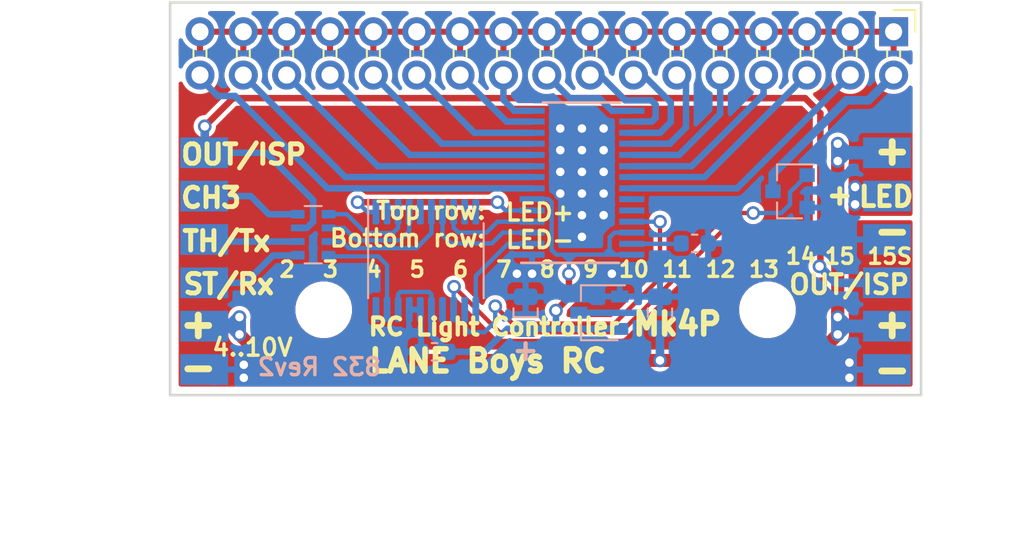
<source format=kicad_pcb>
(kicad_pcb (version 20171130) (host pcbnew 5.1.10-88a1d61d58~88~ubuntu18.04.1)

  (general
    (thickness 1.6)
    (drawings 47)
    (tracks 259)
    (zones 0)
    (modules 14)
    (nets 37)
  )

  (page A4)
  (layers
    (0 Top signal)
    (31 Bottom signal)
    (32 B.Adhes user hide)
    (33 F.Adhes user hide)
    (34 B.Paste user)
    (35 F.Paste user hide)
    (36 B.SilkS user)
    (37 F.SilkS user)
    (38 B.Mask user hide)
    (39 F.Mask user hide)
    (40 Dwgs.User user hide)
    (41 Cmts.User user)
    (42 Eco1.User user hide)
    (43 Eco2.User user hide)
    (44 Edge.Cuts user)
    (45 Margin user hide)
    (46 B.CrtYd user)
    (47 F.CrtYd user hide)
    (48 B.Fab user hide)
    (49 F.Fab user hide)
  )

  (setup
    (last_trace_width 0.254)
    (user_trace_width 0.2032)
    (user_trace_width 0.381)
    (user_trace_width 0.508)
    (user_trace_width 0.635)
    (user_trace_width 0.762)
    (trace_clearance 0.1778)
    (zone_clearance 0.254)
    (zone_45_only no)
    (trace_min 0.2)
    (via_size 0.8)
    (via_drill 0.5)
    (via_min_size 0.4)
    (via_min_drill 0.3)
    (uvia_size 0.3)
    (uvia_drill 0.1)
    (uvias_allowed no)
    (uvia_min_size 0.2)
    (uvia_min_drill 0.1)
    (edge_width 0.15)
    (segment_width 0.2)
    (pcb_text_width 0.3)
    (pcb_text_size 1.5 1.5)
    (mod_edge_width 0.15)
    (mod_text_size 1 1)
    (mod_text_width 0.15)
    (pad_size 1.8 1.8)
    (pad_drill 1.8)
    (pad_to_mask_clearance 0.0254)
    (pad_to_paste_clearance_ratio -0.05)
    (aux_axis_origin 135 114)
    (grid_origin 135 114)
    (visible_elements 7FFFFF7F)
    (pcbplotparams
      (layerselection 0x010f4_ffffffff)
      (usegerberextensions false)
      (usegerberattributes false)
      (usegerberadvancedattributes false)
      (creategerberjobfile false)
      (excludeedgelayer true)
      (linewidth 0.100000)
      (plotframeref false)
      (viasonmask false)
      (mode 1)
      (useauxorigin false)
      (hpglpennumber 1)
      (hpglpenspeed 20)
      (hpglpendiameter 15.000000)
      (psnegative false)
      (psa4output false)
      (plotreference true)
      (plotvalue true)
      (plotinvisibletext false)
      (padsonsilk false)
      (subtractmaskfromsilk true)
      (outputformat 1)
      (mirror false)
      (drillshape 0)
      (scaleselection 1)
      (outputdirectory "gerber/"))
  )

  (net 0 "")
  (net 1 +3V3)
  (net 2 GND)
  (net 3 /VIN)
  (net 4 /CH3)
  (net 5 /OUT0)
  (net 6 /OUT1)
  (net 7 /OUT2)
  (net 8 /OUT3)
  (net 9 /OUT4)
  (net 10 /OUT5)
  (net 11 /OUT6)
  (net 12 /OUT7)
  (net 13 /OUT8)
  (net 14 /LED+)
  (net 15 /OUT-ISP)
  (net 16 /ST-RX)
  (net 17 /TH-TX)
  (net 18 /ST-Rx-in)
  (net 19 /TH-Tx-in)
  (net 20 /CH3-in)
  (net 21 /OUT-ISP-out)
  (net 22 /BLANK)
  (net 23 /XLAT)
  (net 24 /SCLK)
  (net 25 /SIN)
  (net 26 /OUT9)
  (net 27 /OUT10)
  (net 28 /OUT11)
  (net 29 /OUT12)
  (net 30 /OUT13)
  (net 31 /OUT14)
  (net 32 /OUT15)
  (net 33 /GSCLK)
  (net 34 /OUT15S)
  (net 35 "Net-(R1-Pad1)")
  (net 36 /OUT15S_OUT)

  (net_class Default "This is the default net class."
    (clearance 0.1778)
    (trace_width 0.254)
    (via_dia 0.8)
    (via_drill 0.5)
    (uvia_dia 0.3)
    (uvia_drill 0.1)
    (diff_pair_width 0.2032)
    (diff_pair_gap 0.254)
    (add_net +3V3)
    (add_net /BLANK)
    (add_net /CH3)
    (add_net /CH3-in)
    (add_net /GSCLK)
    (add_net /LED+)
    (add_net /OUT-ISP)
    (add_net /OUT-ISP-out)
    (add_net /OUT0)
    (add_net /OUT1)
    (add_net /OUT10)
    (add_net /OUT11)
    (add_net /OUT12)
    (add_net /OUT13)
    (add_net /OUT14)
    (add_net /OUT15)
    (add_net /OUT15S)
    (add_net /OUT15S_OUT)
    (add_net /OUT2)
    (add_net /OUT3)
    (add_net /OUT4)
    (add_net /OUT5)
    (add_net /OUT6)
    (add_net /OUT7)
    (add_net /OUT8)
    (add_net /OUT9)
    (add_net /SCLK)
    (add_net /SIN)
    (add_net /ST-RX)
    (add_net /ST-Rx-in)
    (add_net /TH-TX)
    (add_net /TH-Tx-in)
    (add_net /VIN)
    (add_net /XLAT)
    (add_net GND)
    (add_net "Net-(R1-Pad1)")
  )

  (module Resistor_SMD:R_Array_Convex_4x0603 (layer Bottom) (tedit 58E0A8B2) (tstamp 5F18C509)
    (at 143.382 104.602)
    (descr "Chip Resistor Network, ROHM MNR14 (see mnr_g.pdf)")
    (tags "resistor array")
    (path /5F192F7F)
    (attr smd)
    (fp_text reference RN1 (at 0 2.8) (layer B.SilkS) hide
      (effects (font (size 1 1) (thickness 0.15)) (justify mirror))
    )
    (fp_text value "1k x4" (at 0 -2.8) (layer B.Fab)
      (effects (font (size 0.762 0.762) (thickness 0.15)) (justify mirror))
    )
    (fp_line (start -0.8 1.6) (end 0.8 1.6) (layer B.Fab) (width 0.1))
    (fp_line (start 0.8 1.6) (end 0.8 -1.6) (layer B.Fab) (width 0.1))
    (fp_line (start 0.8 -1.6) (end -0.8 -1.6) (layer B.Fab) (width 0.1))
    (fp_line (start -0.8 -1.6) (end -0.8 1.6) (layer B.Fab) (width 0.1))
    (fp_line (start 0.5 -1.68) (end -0.5 -1.68) (layer B.SilkS) (width 0.12))
    (fp_line (start 0.5 1.68) (end -0.5 1.68) (layer B.SilkS) (width 0.12))
    (fp_line (start -1.55 1.85) (end 1.55 1.85) (layer B.CrtYd) (width 0.05))
    (fp_line (start -1.55 1.85) (end -1.55 -1.85) (layer B.CrtYd) (width 0.05))
    (fp_line (start 1.55 -1.85) (end 1.55 1.85) (layer B.CrtYd) (width 0.05))
    (fp_line (start 1.55 -1.85) (end -1.55 -1.85) (layer B.CrtYd) (width 0.05))
    (fp_text user %R (at 0 0 -90) (layer B.Fab)
      (effects (font (size 0.5 0.5) (thickness 0.075)) (justify mirror))
    )
    (pad 5 smd rect (at 0.9 -1.2) (size 0.8 0.5) (layers Bottom B.Paste B.Mask)
      (net 4 /CH3))
    (pad 6 smd rect (at 0.9 -0.4) (size 0.8 0.4) (layers Bottom B.Paste B.Mask)
      (net 15 /OUT-ISP))
    (pad 8 smd rect (at 0.9 1.2) (size 0.8 0.5) (layers Bottom B.Paste B.Mask)
      (net 16 /ST-RX))
    (pad 7 smd rect (at 0.9 0.4) (size 0.8 0.4) (layers Bottom B.Paste B.Mask)
      (net 17 /TH-TX))
    (pad 4 smd rect (at -0.9 -1.2) (size 0.8 0.5) (layers Bottom B.Paste B.Mask)
      (net 20 /CH3-in))
    (pad 2 smd rect (at -0.9 0.4) (size 0.8 0.4) (layers Bottom B.Paste B.Mask)
      (net 19 /TH-Tx-in))
    (pad 3 smd rect (at -0.9 -0.4) (size 0.8 0.4) (layers Bottom B.Paste B.Mask)
      (net 21 /OUT-ISP-out))
    (pad 1 smd rect (at -0.9 1.2) (size 0.8 0.5) (layers Bottom B.Paste B.Mask)
      (net 18 /ST-Rx-in))
    (model ${KISYS3DMOD}/Resistor_SMD.3dshapes/R_Array_Convex_4x0603.wrl
      (at (xyz 0 0 0))
      (scale (xyz 1 1 1))
      (rotate (xyz 0 0 0))
    )
  )

  (module Package_SO:TSSOP-20_4.4x6.5mm_P0.65mm (layer Bottom) (tedit 5E476F32) (tstamp 60601C82)
    (at 149.986 106.126 270)
    (descr "TSSOP, 20 Pin (JEDEC MO-153 Var AC https://www.jedec.org/document_search?search_api_views_fulltext=MO-153), generated with kicad-footprint-generator ipc_gullwing_generator.py")
    (tags "TSSOP SO")
    (path /60608195)
    (attr smd)
    (fp_text reference U1 (at 0 4.2 90) (layer B.SilkS) hide
      (effects (font (size 1 1) (thickness 0.15)) (justify mirror))
    )
    (fp_text value LPC832M101FDH20 (at 0 -4.2 90) (layer B.Fab)
      (effects (font (size 1 1) (thickness 0.15)) (justify mirror))
    )
    (fp_line (start 0 -3.385) (end 2.2 -3.385) (layer B.SilkS) (width 0.12))
    (fp_line (start 0 -3.385) (end -2.2 -3.385) (layer B.SilkS) (width 0.12))
    (fp_line (start 0 3.385) (end 2.2 3.385) (layer B.SilkS) (width 0.12))
    (fp_line (start 0 3.385) (end -3.6 3.385) (layer B.SilkS) (width 0.12))
    (fp_line (start -1.2 3.25) (end 2.2 3.25) (layer B.Fab) (width 0.1))
    (fp_line (start 2.2 3.25) (end 2.2 -3.25) (layer B.Fab) (width 0.1))
    (fp_line (start 2.2 -3.25) (end -2.2 -3.25) (layer B.Fab) (width 0.1))
    (fp_line (start -2.2 -3.25) (end -2.2 2.25) (layer B.Fab) (width 0.1))
    (fp_line (start -2.2 2.25) (end -1.2 3.25) (layer B.Fab) (width 0.1))
    (fp_line (start -3.85 3.5) (end -3.85 -3.5) (layer B.CrtYd) (width 0.05))
    (fp_line (start -3.85 -3.5) (end 3.85 -3.5) (layer B.CrtYd) (width 0.05))
    (fp_line (start 3.85 -3.5) (end 3.85 3.5) (layer B.CrtYd) (width 0.05))
    (fp_line (start 3.85 3.5) (end -3.85 3.5) (layer B.CrtYd) (width 0.05))
    (fp_text user %R (at 0 0 90) (layer B.Fab)
      (effects (font (size 1 1) (thickness 0.15)) (justify mirror))
    )
    (pad 20 smd roundrect (at 2.8625 2.925 270) (size 1.475 0.4) (layers Bottom B.Paste B.Mask) (roundrect_rratio 0.25))
    (pad 19 smd roundrect (at 2.8625 2.275 270) (size 1.475 0.4) (layers Bottom B.Paste B.Mask) (roundrect_rratio 0.25)
      (net 16 /ST-RX))
    (pad 18 smd roundrect (at 2.8625 1.625 270) (size 1.475 0.4) (layers Bottom B.Paste B.Mask) (roundrect_rratio 0.25)
      (net 1 +3V3))
    (pad 17 smd roundrect (at 2.8625 0.975 270) (size 1.475 0.4) (layers Bottom B.Paste B.Mask) (roundrect_rratio 0.25)
      (net 2 GND))
    (pad 16 smd roundrect (at 2.8625 0.325 270) (size 1.475 0.4) (layers Bottom B.Paste B.Mask) (roundrect_rratio 0.25)
      (net 2 GND))
    (pad 15 smd roundrect (at 2.8625 -0.325 270) (size 1.475 0.4) (layers Bottom B.Paste B.Mask) (roundrect_rratio 0.25)
      (net 1 +3V3))
    (pad 14 smd roundrect (at 2.8625 -0.975 270) (size 1.475 0.4) (layers Bottom B.Paste B.Mask) (roundrect_rratio 0.25))
    (pad 13 smd roundrect (at 2.8625 -1.625 270) (size 1.475 0.4) (layers Bottom B.Paste B.Mask) (roundrect_rratio 0.25)
      (net 34 /OUT15S))
    (pad 12 smd roundrect (at 2.8625 -2.275 270) (size 1.475 0.4) (layers Bottom B.Paste B.Mask) (roundrect_rratio 0.25)
      (net 33 /GSCLK))
    (pad 11 smd roundrect (at 2.8625 -2.925 270) (size 1.475 0.4) (layers Bottom B.Paste B.Mask) (roundrect_rratio 0.25)
      (net 22 /BLANK))
    (pad 10 smd roundrect (at -2.8625 -2.925 270) (size 1.475 0.4) (layers Bottom B.Paste B.Mask) (roundrect_rratio 0.25))
    (pad 9 smd roundrect (at -2.8625 -2.275 270) (size 1.475 0.4) (layers Bottom B.Paste B.Mask) (roundrect_rratio 0.25))
    (pad 8 smd roundrect (at -2.8625 -1.625 270) (size 1.475 0.4) (layers Bottom B.Paste B.Mask) (roundrect_rratio 0.25)
      (net 24 /SCLK))
    (pad 7 smd roundrect (at -2.8625 -0.975 270) (size 1.475 0.4) (layers Bottom B.Paste B.Mask) (roundrect_rratio 0.25)
      (net 23 /XLAT))
    (pad 6 smd roundrect (at -2.8625 -0.325 270) (size 1.475 0.4) (layers Bottom B.Paste B.Mask) (roundrect_rratio 0.25)
      (net 17 /TH-TX))
    (pad 5 smd roundrect (at -2.8625 0.325 270) (size 1.475 0.4) (layers Bottom B.Paste B.Mask) (roundrect_rratio 0.25))
    (pad 4 smd roundrect (at -2.8625 0.975 270) (size 1.475 0.4) (layers Bottom B.Paste B.Mask) (roundrect_rratio 0.25)
      (net 15 /OUT-ISP))
    (pad 3 smd roundrect (at -2.8625 1.625 270) (size 1.475 0.4) (layers Bottom B.Paste B.Mask) (roundrect_rratio 0.25)
      (net 4 /CH3))
    (pad 2 smd roundrect (at -2.8625 2.275 270) (size 1.475 0.4) (layers Bottom B.Paste B.Mask) (roundrect_rratio 0.25))
    (pad 1 smd roundrect (at -2.8625 2.925 270) (size 1.475 0.4) (layers Bottom B.Paste B.Mask) (roundrect_rratio 0.25)
      (net 25 /SIN))
    (model ${KISYS3DMOD}/Package_SO.3dshapes/TSSOP-20_4.4x6.5mm_P0.65mm.wrl
      (at (xyz 0 0 0))
      (scale (xyz 1 1 1))
      (rotate (xyz 0 0 0))
    )
  )

  (module rc-light-controller-tlc5940-lpc812:SOP65P640X120-29N (layer Bottom) (tedit 5F1A2045) (tstamp 5F1A6BBF)
    (at 159.13 101.554)
    (path /5F1B616D)
    (fp_text reference U2 (at -3.4544 5.715) (layer B.SilkS) hide
      (effects (font (size 1.97866 1.97866) (thickness 0.197866)) (justify right bottom mirror))
    )
    (fp_text value TLC5940PWP (at -3.556 -5.334) (layer B.Fab)
      (effects (font (size 0.762 0.762) (thickness 0.115824)) (justify right bottom mirror))
    )
    (fp_line (start -2.2606 4.9022) (end -2.2606 -4.9022) (layer B.Fab) (width 0.1))
    (fp_line (start -0.3048 4.9022) (end -2.2606 4.9022) (layer B.Fab) (width 0.1))
    (fp_line (start 0.3048 4.9022) (end -0.3048 4.9022) (layer B.Fab) (width 0.1))
    (fp_line (start 2.2606 4.9022) (end 0.3048 4.9022) (layer B.Fab) (width 0.1))
    (fp_line (start 2.2606 -4.9022) (end 2.2606 4.9022) (layer B.Fab) (width 0.1))
    (fp_line (start -2.2606 -4.9022) (end 2.2606 -4.9022) (layer B.Fab) (width 0.1))
    (fp_line (start 3.302 4.3688) (end 2.2606 4.3688) (layer B.Fab) (width 0.1))
    (fp_line (start 3.302 4.064) (end 3.302 4.3688) (layer B.Fab) (width 0.1))
    (fp_line (start 2.2606 4.064) (end 3.302 4.064) (layer B.Fab) (width 0.1))
    (fp_line (start 2.2606 4.3688) (end 2.2606 4.064) (layer B.Fab) (width 0.1))
    (fp_line (start 3.302 3.7338) (end 2.2606 3.7338) (layer B.Fab) (width 0.1))
    (fp_line (start 3.302 3.429) (end 3.302 3.7338) (layer B.Fab) (width 0.1))
    (fp_line (start 2.2606 3.429) (end 3.302 3.429) (layer B.Fab) (width 0.1))
    (fp_line (start 2.2606 3.7338) (end 2.2606 3.429) (layer B.Fab) (width 0.1))
    (fp_line (start 3.302 3.0734) (end 2.2606 3.0734) (layer B.Fab) (width 0.1))
    (fp_line (start 3.302 2.7686) (end 3.302 3.0734) (layer B.Fab) (width 0.1))
    (fp_line (start 2.2606 2.7686) (end 3.302 2.7686) (layer B.Fab) (width 0.1))
    (fp_line (start 2.2606 3.0734) (end 2.2606 2.7686) (layer B.Fab) (width 0.1))
    (fp_line (start 3.302 2.413) (end 2.2606 2.413) (layer B.Fab) (width 0.1))
    (fp_line (start 3.302 2.1336) (end 3.302 2.413) (layer B.Fab) (width 0.1))
    (fp_line (start 2.2606 2.1336) (end 3.302 2.1336) (layer B.Fab) (width 0.1))
    (fp_line (start 2.2606 2.413) (end 2.2606 2.1336) (layer B.Fab) (width 0.1))
    (fp_line (start 3.302 1.778) (end 2.2606 1.778) (layer B.Fab) (width 0.1))
    (fp_line (start 3.302 1.4732) (end 3.302 1.778) (layer B.Fab) (width 0.1))
    (fp_line (start 2.2606 1.4732) (end 3.302 1.4732) (layer B.Fab) (width 0.1))
    (fp_line (start 2.2606 1.778) (end 2.2606 1.4732) (layer B.Fab) (width 0.1))
    (fp_line (start 3.302 1.1176) (end 2.2606 1.1176) (layer B.Fab) (width 0.1))
    (fp_line (start 3.302 0.8128) (end 3.302 1.1176) (layer B.Fab) (width 0.1))
    (fp_line (start 2.2606 0.8128) (end 3.302 0.8128) (layer B.Fab) (width 0.1))
    (fp_line (start 2.2606 1.1176) (end 2.2606 0.8128) (layer B.Fab) (width 0.1))
    (fp_line (start 3.302 0.4826) (end 2.2606 0.4826) (layer B.Fab) (width 0.1))
    (fp_line (start 3.302 0.1778) (end 3.302 0.4826) (layer B.Fab) (width 0.1))
    (fp_line (start 2.2606 0.1778) (end 3.302 0.1778) (layer B.Fab) (width 0.1))
    (fp_line (start 2.2606 0.4826) (end 2.2606 0.1778) (layer B.Fab) (width 0.1))
    (fp_line (start 3.302 -0.1778) (end 2.2606 -0.1778) (layer B.Fab) (width 0.1))
    (fp_line (start 3.302 -0.4826) (end 3.302 -0.1778) (layer B.Fab) (width 0.1))
    (fp_line (start 2.2606 -0.4826) (end 3.302 -0.4826) (layer B.Fab) (width 0.1))
    (fp_line (start 2.2606 -0.1778) (end 2.2606 -0.4826) (layer B.Fab) (width 0.1))
    (fp_line (start 3.302 -0.8128) (end 2.2606 -0.8128) (layer B.Fab) (width 0.1))
    (fp_line (start 3.302 -1.1176) (end 3.302 -0.8128) (layer B.Fab) (width 0.1))
    (fp_line (start 2.2606 -1.1176) (end 3.302 -1.1176) (layer B.Fab) (width 0.1))
    (fp_line (start 2.2606 -0.8128) (end 2.2606 -1.1176) (layer B.Fab) (width 0.1))
    (fp_line (start 3.302 -1.4732) (end 2.2606 -1.4732) (layer B.Fab) (width 0.1))
    (fp_line (start 3.302 -1.778) (end 3.302 -1.4732) (layer B.Fab) (width 0.1))
    (fp_line (start 2.2606 -1.778) (end 3.302 -1.778) (layer B.Fab) (width 0.1))
    (fp_line (start 2.2606 -1.4732) (end 2.2606 -1.778) (layer B.Fab) (width 0.1))
    (fp_line (start 3.302 -2.1336) (end 2.2606 -2.1336) (layer B.Fab) (width 0.1))
    (fp_line (start 3.302 -2.413) (end 3.302 -2.1336) (layer B.Fab) (width 0.1))
    (fp_line (start 2.2606 -2.413) (end 3.302 -2.413) (layer B.Fab) (width 0.1))
    (fp_line (start 2.2606 -2.1336) (end 2.2606 -2.413) (layer B.Fab) (width 0.1))
    (fp_line (start 3.302 -2.7686) (end 2.2606 -2.7686) (layer B.Fab) (width 0.1))
    (fp_line (start 3.302 -3.0734) (end 3.302 -2.7686) (layer B.Fab) (width 0.1))
    (fp_line (start 2.2606 -3.0734) (end 3.302 -3.0734) (layer B.Fab) (width 0.1))
    (fp_line (start 2.2606 -2.7686) (end 2.2606 -3.0734) (layer B.Fab) (width 0.1))
    (fp_line (start 3.302 -3.429) (end 2.2606 -3.429) (layer B.Fab) (width 0.1))
    (fp_line (start 3.302 -3.7338) (end 3.302 -3.429) (layer B.Fab) (width 0.1))
    (fp_line (start 2.2606 -3.7338) (end 3.302 -3.7338) (layer B.Fab) (width 0.1))
    (fp_line (start 2.2606 -3.429) (end 2.2606 -3.7338) (layer B.Fab) (width 0.1))
    (fp_line (start 3.302 -4.064) (end 2.2606 -4.064) (layer B.Fab) (width 0.1))
    (fp_line (start 3.302 -4.3688) (end 3.302 -4.064) (layer B.Fab) (width 0.1))
    (fp_line (start 2.2606 -4.3688) (end 3.302 -4.3688) (layer B.Fab) (width 0.1))
    (fp_line (start 2.2606 -4.064) (end 2.2606 -4.3688) (layer B.Fab) (width 0.1))
    (fp_line (start -3.302 -4.3688) (end -2.2606 -4.3688) (layer B.Fab) (width 0.1))
    (fp_line (start -3.302 -4.064) (end -3.302 -4.3688) (layer B.Fab) (width 0.1))
    (fp_line (start -2.2606 -4.064) (end -3.302 -4.064) (layer B.Fab) (width 0.1))
    (fp_line (start -2.2606 -4.3688) (end -2.2606 -4.064) (layer B.Fab) (width 0.1))
    (fp_line (start -3.302 -3.7338) (end -2.2606 -3.7338) (layer B.Fab) (width 0.1))
    (fp_line (start -3.302 -3.429) (end -3.302 -3.7338) (layer B.Fab) (width 0.1))
    (fp_line (start -2.2606 -3.429) (end -3.302 -3.429) (layer B.Fab) (width 0.1))
    (fp_line (start -2.2606 -3.7338) (end -2.2606 -3.429) (layer B.Fab) (width 0.1))
    (fp_line (start -3.302 -3.0734) (end -2.2606 -3.0734) (layer B.Fab) (width 0.1))
    (fp_line (start -3.302 -2.7686) (end -3.302 -3.0734) (layer B.Fab) (width 0.1))
    (fp_line (start -2.2606 -2.7686) (end -3.302 -2.7686) (layer B.Fab) (width 0.1))
    (fp_line (start -2.2606 -3.0734) (end -2.2606 -2.7686) (layer B.Fab) (width 0.1))
    (fp_line (start -3.302 -2.413) (end -2.2606 -2.413) (layer B.Fab) (width 0.1))
    (fp_line (start -3.302 -2.1336) (end -3.302 -2.413) (layer B.Fab) (width 0.1))
    (fp_line (start -2.2606 -2.1336) (end -3.302 -2.1336) (layer B.Fab) (width 0.1))
    (fp_line (start -2.2606 -2.413) (end -2.2606 -2.1336) (layer B.Fab) (width 0.1))
    (fp_line (start -3.302 -1.778) (end -2.2606 -1.778) (layer B.Fab) (width 0.1))
    (fp_line (start -3.302 -1.4732) (end -3.302 -1.778) (layer B.Fab) (width 0.1))
    (fp_line (start -2.2606 -1.4732) (end -3.302 -1.4732) (layer B.Fab) (width 0.1))
    (fp_line (start -2.2606 -1.778) (end -2.2606 -1.4732) (layer B.Fab) (width 0.1))
    (fp_line (start -3.302 -1.1176) (end -2.2606 -1.1176) (layer B.Fab) (width 0.1))
    (fp_line (start -3.302 -0.8128) (end -3.302 -1.1176) (layer B.Fab) (width 0.1))
    (fp_line (start -2.2606 -0.8128) (end -3.302 -0.8128) (layer B.Fab) (width 0.1))
    (fp_line (start -2.2606 -1.1176) (end -2.2606 -0.8128) (layer B.Fab) (width 0.1))
    (fp_line (start -3.302 -0.4826) (end -2.2606 -0.4826) (layer B.Fab) (width 0.1))
    (fp_line (start -3.302 -0.1778) (end -3.302 -0.4826) (layer B.Fab) (width 0.1))
    (fp_line (start -2.2606 -0.1778) (end -3.302 -0.1778) (layer B.Fab) (width 0.1))
    (fp_line (start -2.2606 -0.4826) (end -2.2606 -0.1778) (layer B.Fab) (width 0.1))
    (fp_line (start -3.302 0.1778) (end -2.2606 0.1778) (layer B.Fab) (width 0.1))
    (fp_line (start -3.302 0.4826) (end -3.302 0.1778) (layer B.Fab) (width 0.1))
    (fp_line (start -2.2606 0.4826) (end -3.302 0.4826) (layer B.Fab) (width 0.1))
    (fp_line (start -2.2606 0.1778) (end -2.2606 0.4826) (layer B.Fab) (width 0.1))
    (fp_line (start -3.302 0.8128) (end -2.2606 0.8128) (layer B.Fab) (width 0.1))
    (fp_line (start -3.302 1.1176) (end -3.302 0.8128) (layer B.Fab) (width 0.1))
    (fp_line (start -2.2606 1.1176) (end -3.302 1.1176) (layer B.Fab) (width 0.1))
    (fp_line (start -2.2606 0.8128) (end -2.2606 1.1176) (layer B.Fab) (width 0.1))
    (fp_line (start -3.302 1.4732) (end -2.2606 1.4732) (layer B.Fab) (width 0.1))
    (fp_line (start -3.302 1.778) (end -3.302 1.4732) (layer B.Fab) (width 0.1))
    (fp_line (start -2.2606 1.778) (end -3.302 1.778) (layer B.Fab) (width 0.1))
    (fp_line (start -2.2606 1.4732) (end -2.2606 1.778) (layer B.Fab) (width 0.1))
    (fp_line (start -3.302 2.1336) (end -2.2606 2.1336) (layer B.Fab) (width 0.1))
    (fp_line (start -3.302 2.413) (end -3.302 2.1336) (layer B.Fab) (width 0.1))
    (fp_line (start -2.2606 2.413) (end -3.302 2.413) (layer B.Fab) (width 0.1))
    (fp_line (start -2.2606 2.1336) (end -2.2606 2.413) (layer B.Fab) (width 0.1))
    (fp_line (start -3.302 2.7686) (end -2.2606 2.7686) (layer B.Fab) (width 0.1))
    (fp_line (start -3.302 3.0734) (end -3.302 2.7686) (layer B.Fab) (width 0.1))
    (fp_line (start -2.2606 3.0734) (end -3.302 3.0734) (layer B.Fab) (width 0.1))
    (fp_line (start -2.2606 2.7686) (end -2.2606 3.0734) (layer B.Fab) (width 0.1))
    (fp_line (start -3.302 3.429) (end -2.2606 3.429) (layer B.Fab) (width 0.1))
    (fp_line (start -3.302 3.7338) (end -3.302 3.429) (layer B.Fab) (width 0.1))
    (fp_line (start -2.2606 3.7338) (end -3.302 3.7338) (layer B.Fab) (width 0.1))
    (fp_line (start -2.2606 3.429) (end -2.2606 3.7338) (layer B.Fab) (width 0.1))
    (fp_line (start -3.302 4.064) (end -2.2606 4.064) (layer B.Fab) (width 0.1))
    (fp_line (start -3.302 4.3688) (end -3.302 4.064) (layer B.Fab) (width 0.1))
    (fp_line (start -2.2606 4.3688) (end -3.302 4.3688) (layer B.Fab) (width 0.1))
    (fp_line (start -2.2606 4.064) (end -2.2606 4.3688) (layer B.Fab) (width 0.1))
    (fp_line (start 2.159 4.699) (end -3.556 4.699) (layer B.SilkS) (width 0.1524))
    (fp_line (start -2.286 -4.699) (end 2.2606 -4.699) (layer B.SilkS) (width 0.1524))
    (fp_poly (pts (xy 0.254 2.921) (xy 0.889 2.921) (xy 0.889 2.286) (xy 0.254 2.286)) (layer B.Mask) (width 0.15))
    (fp_poly (pts (xy 0.254 1.635125) (xy 0.889 1.635125) (xy 0.889 1.000125) (xy 0.254 1.000125)) (layer B.Mask) (width 0.15))
    (fp_poly (pts (xy 0.254 0.34925) (xy 0.889 0.34925) (xy 0.889 -0.28575) (xy 0.254 -0.28575)) (layer B.Mask) (width 0.15))
    (fp_poly (pts (xy 0.254 -0.936625) (xy 0.889 -0.936625) (xy 0.889 -1.571625) (xy 0.254 -1.571625)) (layer B.Mask) (width 0.15))
    (fp_poly (pts (xy 0.254 -2.2225) (xy 0.889 -2.2225) (xy 0.889 -2.8575) (xy 0.254 -2.8575)) (layer B.Mask) (width 0.15))
    (fp_poly (pts (xy -0.889 -0.936625) (xy -0.254 -0.936625) (xy -0.254 -1.571625) (xy -0.889 -1.571625)) (layer B.Mask) (width 0.15))
    (fp_poly (pts (xy -0.889 2.921) (xy -0.254 2.921) (xy -0.254 2.286) (xy -0.889 2.286)) (layer B.Mask) (width 0.15))
    (fp_poly (pts (xy -0.889 -2.2225) (xy -0.254 -2.2225) (xy -0.254 -2.8575) (xy -0.889 -2.8575)) (layer B.Mask) (width 0.15))
    (fp_poly (pts (xy -0.889 1.635125) (xy -0.254 1.635125) (xy -0.254 1.000125) (xy -0.889 1.000125)) (layer B.Mask) (width 0.15))
    (fp_poly (pts (xy -0.889 0.34925) (xy -0.254 0.34925) (xy -0.254 -0.28575) (xy -0.889 -0.28575)) (layer B.Mask) (width 0.15))
    (fp_poly (pts (xy -0.889 2.794) (xy -0.254 2.794) (xy -0.254 2.159) (xy -0.889 2.159)) (layer B.Paste) (width 0.15))
    (fp_poly (pts (xy -0.889 1.55575) (xy -0.254 1.55575) (xy -0.254 0.92075) (xy -0.889 0.92075)) (layer B.Paste) (width 0.15))
    (fp_poly (pts (xy -0.889 0.3175) (xy -0.254 0.3175) (xy -0.254 -0.3175) (xy -0.889 -0.3175)) (layer B.Paste) (width 0.15))
    (fp_poly (pts (xy -0.889 -0.92075) (xy -0.254 -0.92075) (xy -0.254 -1.55575) (xy -0.889 -1.55575)) (layer B.Paste) (width 0.15))
    (fp_poly (pts (xy -0.889 -2.159) (xy -0.254 -2.159) (xy -0.254 -2.794) (xy -0.889 -2.794)) (layer B.Paste) (width 0.15))
    (fp_poly (pts (xy 0.254 2.794) (xy 0.889 2.794) (xy 0.889 2.159) (xy 0.254 2.159)) (layer B.Paste) (width 0.15))
    (fp_poly (pts (xy 0.254 1.55575) (xy 0.889 1.55575) (xy 0.889 0.92075) (xy 0.254 0.92075)) (layer B.Paste) (width 0.15))
    (fp_poly (pts (xy 0.254 0.3175) (xy 0.889 0.3175) (xy 0.889 -0.3175) (xy 0.254 -0.3175)) (layer B.Paste) (width 0.15))
    (fp_poly (pts (xy 0.254 -0.92075) (xy 0.889 -0.92075) (xy 0.889 -1.55575) (xy 0.254 -1.55575)) (layer B.Paste) (width 0.15))
    (fp_poly (pts (xy 0.254 -2.159) (xy 0.889 -2.159) (xy 0.889 -2.794) (xy 0.254 -2.794)) (layer B.Paste) (width 0.15))
    (fp_arc (start 0 4.9022) (end 0.3048 4.9022) (angle -180) (layer B.Fab) (width 0.1))
    (fp_text user * (at 0 3.556) (layer B.Fab) hide
      (effects (font (size 1.2065 1.2065) (thickness 0.0762)) (justify right bottom mirror))
    )
    (fp_text user * (at -3.7592 4.445) (layer B.Fab) hide
      (effects (font (size 0.762 0.762) (thickness 0.0762)) (justify right bottom mirror))
    )
    (pad 1 smd rect (at -2.921 4.2164) (size 1.4732 0.3556) (layers Bottom B.Paste B.Mask)
      (net 2 GND) (solder_mask_margin 0.0508))
    (pad 2 smd rect (at -2.921 3.5814) (size 1.4732 0.3556) (layers Bottom B.Paste B.Mask)
      (net 22 /BLANK) (solder_mask_margin 0.0508))
    (pad 3 smd rect (at -2.921 2.921) (size 1.4732 0.3556) (layers Bottom B.Paste B.Mask)
      (net 23 /XLAT) (solder_mask_margin 0.0508))
    (pad 4 smd rect (at -2.921 2.286) (size 1.4732 0.3556) (layers Bottom B.Paste B.Mask)
      (net 24 /SCLK) (solder_mask_margin 0.0508))
    (pad 5 smd rect (at -2.921 1.6256) (size 1.4732 0.3556) (layers Bottom B.Paste B.Mask)
      (net 25 /SIN) (solder_mask_margin 0.0508))
    (pad 6 smd rect (at -2.921 0.9652) (size 1.4732 0.3556) (layers Bottom B.Paste B.Mask)
      (net 1 +3V3) (solder_mask_margin 0.0508))
    (pad 7 smd rect (at -2.921 0.3302) (size 1.4732 0.3556) (layers Bottom B.Paste B.Mask)
      (net 5 /OUT0) (solder_mask_margin 0.0508))
    (pad 8 smd rect (at -2.921 -0.3302) (size 1.4732 0.3556) (layers Bottom B.Paste B.Mask)
      (net 6 /OUT1) (solder_mask_margin 0.0508))
    (pad 9 smd rect (at -2.921 -0.9652) (size 1.4732 0.3556) (layers Bottom B.Paste B.Mask)
      (net 7 /OUT2) (solder_mask_margin 0.0508))
    (pad 10 smd rect (at -2.921 -1.6256) (size 1.4732 0.3556) (layers Bottom B.Paste B.Mask)
      (net 8 /OUT3) (solder_mask_margin 0.0508))
    (pad 11 smd rect (at -2.921 -2.286) (size 1.4732 0.3556) (layers Bottom B.Paste B.Mask)
      (net 9 /OUT4) (solder_mask_margin 0.0508))
    (pad 12 smd rect (at -2.921 -2.921) (size 1.4732 0.3556) (layers Bottom B.Paste B.Mask)
      (net 10 /OUT5) (solder_mask_margin 0.0508))
    (pad 13 smd rect (at -2.921 -3.5814) (size 1.4732 0.3556) (layers Bottom B.Paste B.Mask)
      (net 11 /OUT6) (solder_mask_margin 0.0508))
    (pad 14 smd rect (at -2.921 -4.2164) (size 1.4732 0.3556) (layers Bottom B.Paste B.Mask)
      (net 12 /OUT7) (solder_mask_margin 0.0508))
    (pad 15 smd rect (at 2.921 -4.2164) (size 1.4732 0.3556) (layers Bottom B.Paste B.Mask)
      (net 13 /OUT8) (solder_mask_margin 0.0508))
    (pad 16 smd rect (at 2.921 -3.5814) (size 1.4732 0.3556) (layers Bottom B.Paste B.Mask)
      (net 26 /OUT9) (solder_mask_margin 0.0508))
    (pad 17 smd rect (at 2.921 -2.921) (size 1.4732 0.3556) (layers Bottom B.Paste B.Mask)
      (net 27 /OUT10) (solder_mask_margin 0.0508))
    (pad 18 smd rect (at 2.921 -2.286) (size 1.4732 0.3556) (layers Bottom B.Paste B.Mask)
      (net 28 /OUT11) (solder_mask_margin 0.0508))
    (pad 19 smd rect (at 2.921 -1.6256) (size 1.4732 0.3556) (layers Bottom B.Paste B.Mask)
      (net 29 /OUT12) (solder_mask_margin 0.0508))
    (pad 20 smd rect (at 2.921 -0.9652) (size 1.4732 0.3556) (layers Bottom B.Paste B.Mask)
      (net 30 /OUT13) (solder_mask_margin 0.0508))
    (pad 21 smd rect (at 2.921 -0.3302) (size 1.4732 0.3556) (layers Bottom B.Paste B.Mask)
      (net 31 /OUT14) (solder_mask_margin 0.0508))
    (pad 22 smd rect (at 2.921 0.3302) (size 1.4732 0.3556) (layers Bottom B.Paste B.Mask)
      (net 32 /OUT15) (solder_mask_margin 0.0508))
    (pad 23 smd rect (at 2.921 0.9652) (size 1.4732 0.3556) (layers Bottom B.Paste B.Mask)
      (solder_mask_margin 0.0508))
    (pad 24 smd rect (at 2.921 1.6256) (size 1.4732 0.3556) (layers Bottom B.Paste B.Mask)
      (solder_mask_margin 0.0508))
    (pad 25 smd rect (at 2.921 2.286) (size 1.4732 0.3556) (layers Bottom B.Paste B.Mask)
      (net 33 /GSCLK) (solder_mask_margin 0.0508))
    (pad 26 smd rect (at 2.921 2.921) (size 1.4732 0.3556) (layers Bottom B.Paste B.Mask)
      (net 1 +3V3) (solder_mask_margin 0.0508))
    (pad 27 smd rect (at 2.921 3.5814) (size 1.4732 0.3556) (layers Bottom B.Paste B.Mask)
      (net 35 "Net-(R1-Pad1)") (solder_mask_margin 0.0508))
    (pad 28 smd rect (at 2.921 4.2164) (size 1.4732 0.3556) (layers Bottom B.Paste B.Mask)
      (net 1 +3V3) (solder_mask_margin 0.0508))
    (pad 29 smd rect (at 0 0) (size 2.3876 6.1722) (layers Bottom B.Mask)
      (net 2 GND) (solder_mask_margin 0.0508) (zone_connect 2))
    (model ${KISYS3DMOD}/Package_SO.3dshapes/HTSSOP-28-1EP_4.4x9.7mm_P0.65mm_EP3.4x9.5mm.step
      (at (xyz 0 0 0))
      (scale (xyz 1 1 1))
      (rotate (xyz 0 0 0))
    )
  )

  (module Package_TO_SOT_SMD:SOT-23W (layer Bottom) (tedit 5A02FF57) (tstamp 5F1A33F9)
    (at 160.146 109.174 180)
    (descr "SOT-23W http://www.allegromicro.com/~/media/Files/Datasheets/A112x-Datasheet.ashx?la=en&hash=7BC461E058CC246E0BAB62433B2F1ECA104CA9D3")
    (tags SOT-23W)
    (path /5F40039F)
    (attr smd)
    (fp_text reference U3 (at 0 2.5) (layer B.SilkS) hide
      (effects (font (size 1 1) (thickness 0.15)) (justify mirror))
    )
    (fp_text value MCP1703A-3302_SOT23 (at -5.969 -2.413) (layer B.Fab)
      (effects (font (size 0.762 0.762) (thickness 0.15)) (justify mirror))
    )
    (fp_line (start 1.075 1.61) (end 1.075 0.7) (layer B.SilkS) (width 0.12))
    (fp_line (start 1.075 -0.7) (end 1.075 -1.61) (layer B.SilkS) (width 0.12))
    (fp_line (start -1.5 1.61) (end 1.075 1.61) (layer B.SilkS) (width 0.12))
    (fp_line (start -1.075 -1.61) (end 1.075 -1.61) (layer B.SilkS) (width 0.12))
    (fp_line (start -0.955 0.49) (end -0.955 -1.49) (layer B.Fab) (width 0.1))
    (fp_line (start 0.045 1.49) (end 0.955 1.49) (layer B.Fab) (width 0.1))
    (fp_line (start -0.955 0.49) (end 0.045 1.49) (layer B.Fab) (width 0.1))
    (fp_line (start 0.955 1.49) (end 0.955 -1.49) (layer B.Fab) (width 0.1))
    (fp_line (start -0.955 -1.49) (end 0.955 -1.49) (layer B.Fab) (width 0.1))
    (fp_line (start -1.95 1.74) (end 1.95 1.74) (layer B.CrtYd) (width 0.05))
    (fp_line (start 1.95 1.74) (end 1.95 -1.74) (layer B.CrtYd) (width 0.05))
    (fp_line (start 1.95 -1.74) (end -1.95 -1.74) (layer B.CrtYd) (width 0.05))
    (fp_line (start -1.95 -1.74) (end -1.95 1.74) (layer B.CrtYd) (width 0.05))
    (fp_text user %R (at 0 0 270) (layer B.Fab)
      (effects (font (size 0.5 0.5) (thickness 0.075)) (justify mirror))
    )
    (pad 3 smd rect (at 1.2 0 180) (size 1 0.7) (layers Bottom B.Paste B.Mask)
      (net 3 /VIN))
    (pad 2 smd rect (at -1.2 -0.95 180) (size 1 0.7) (layers Bottom B.Paste B.Mask)
      (net 1 +3V3))
    (pad 1 smd rect (at -1.2 0.95 180) (size 1 0.7) (layers Bottom B.Paste B.Mask)
      (net 2 GND))
    (model ${KISYS3DMOD}/Package_TO_SOT_SMD.3dshapes/SOT-23W.wrl
      (at (xyz 0 0 0))
      (scale (xyz 1 1 1))
      (rotate (xyz 0 0 0))
    )
  )

  (module Resistor_SMD:R_0603_1608Metric (layer Bottom) (tedit 5B301BBD) (tstamp 5F1923C6)
    (at 165.734 105.11)
    (descr "Resistor SMD 0603 (1608 Metric), square (rectangular) end terminal, IPC_7351 nominal, (Body size source: http://www.tortai-tech.com/upload/download/2011102023233369053.pdf), generated with kicad-footprint-generator")
    (tags resistor)
    (path /5F23623F)
    (attr smd)
    (fp_text reference R1 (at 0 1.43) (layer B.SilkS) hide
      (effects (font (size 1 1) (thickness 0.15)) (justify mirror))
    )
    (fp_text value "2k 1%" (at 0 -1.43) (layer B.Fab)
      (effects (font (size 0.762 0.762) (thickness 0.15)) (justify mirror))
    )
    (fp_line (start -0.8 -0.4) (end -0.8 0.4) (layer B.Fab) (width 0.1))
    (fp_line (start -0.8 0.4) (end 0.8 0.4) (layer B.Fab) (width 0.1))
    (fp_line (start 0.8 0.4) (end 0.8 -0.4) (layer B.Fab) (width 0.1))
    (fp_line (start 0.8 -0.4) (end -0.8 -0.4) (layer B.Fab) (width 0.1))
    (fp_line (start -0.162779 0.51) (end 0.162779 0.51) (layer B.SilkS) (width 0.12))
    (fp_line (start -0.162779 -0.51) (end 0.162779 -0.51) (layer B.SilkS) (width 0.12))
    (fp_line (start -1.48 -0.73) (end -1.48 0.73) (layer B.CrtYd) (width 0.05))
    (fp_line (start -1.48 0.73) (end 1.48 0.73) (layer B.CrtYd) (width 0.05))
    (fp_line (start 1.48 0.73) (end 1.48 -0.73) (layer B.CrtYd) (width 0.05))
    (fp_line (start 1.48 -0.73) (end -1.48 -0.73) (layer B.CrtYd) (width 0.05))
    (fp_text user %R (at 0 0) (layer B.Fab)
      (effects (font (size 0.4 0.4) (thickness 0.06)) (justify mirror))
    )
    (pad 2 smd roundrect (at 0.7875 0) (size 0.875 0.95) (layers Bottom B.Paste B.Mask) (roundrect_rratio 0.25)
      (net 2 GND))
    (pad 1 smd roundrect (at -0.7875 0) (size 0.875 0.95) (layers Bottom B.Paste B.Mask) (roundrect_rratio 0.25)
      (net 35 "Net-(R1-Pad1)"))
    (model ${KISYS3DMOD}/Resistor_SMD.3dshapes/R_0603_1608Metric.wrl
      (at (xyz 0 0 0))
      (scale (xyz 1 1 1))
      (rotate (xyz 0 0 0))
    )
  )

  (module Capacitor_SMD:C_0603_1608Metric (layer Bottom) (tedit 5B301BBE) (tstamp 5F1974BB)
    (at 150.494 111.46 180)
    (descr "Capacitor SMD 0603 (1608 Metric), square (rectangular) end terminal, IPC_7351 nominal, (Body size source: http://www.tortai-tech.com/upload/download/2011102023233369053.pdf), generated with kicad-footprint-generator")
    (tags capacitor)
    (path /5F2418F7)
    (attr smd)
    (fp_text reference C3 (at 0 1.43) (layer B.SilkS) hide
      (effects (font (size 1 1) (thickness 0.15)) (justify mirror))
    )
    (fp_text value 100n (at 0 -1.524) (layer B.Fab)
      (effects (font (size 0.762 0.762) (thickness 0.15)) (justify mirror))
    )
    (fp_line (start 1.48 -0.73) (end -1.48 -0.73) (layer B.CrtYd) (width 0.05))
    (fp_line (start 1.48 0.73) (end 1.48 -0.73) (layer B.CrtYd) (width 0.05))
    (fp_line (start -1.48 0.73) (end 1.48 0.73) (layer B.CrtYd) (width 0.05))
    (fp_line (start -1.48 -0.73) (end -1.48 0.73) (layer B.CrtYd) (width 0.05))
    (fp_line (start -0.162779 -0.51) (end 0.162779 -0.51) (layer B.SilkS) (width 0.12))
    (fp_line (start -0.162779 0.51) (end 0.162779 0.51) (layer B.SilkS) (width 0.12))
    (fp_line (start 0.8 -0.4) (end -0.8 -0.4) (layer B.Fab) (width 0.1))
    (fp_line (start 0.8 0.4) (end 0.8 -0.4) (layer B.Fab) (width 0.1))
    (fp_line (start -0.8 0.4) (end 0.8 0.4) (layer B.Fab) (width 0.1))
    (fp_line (start -0.8 -0.4) (end -0.8 0.4) (layer B.Fab) (width 0.1))
    (fp_text user %R (at 0 0) (layer B.Fab)
      (effects (font (size 0.4 0.4) (thickness 0.06)) (justify mirror))
    )
    (pad 2 smd roundrect (at 0.7875 0 180) (size 0.875 0.95) (layers Bottom B.Paste B.Mask) (roundrect_rratio 0.25)
      (net 2 GND))
    (pad 1 smd roundrect (at -0.7875 0 180) (size 0.875 0.95) (layers Bottom B.Paste B.Mask) (roundrect_rratio 0.25)
      (net 1 +3V3))
    (model ${KISYS3DMOD}/Capacitor_SMD.3dshapes/C_0603_1608Metric.wrl
      (at (xyz 0 0 0))
      (scale (xyz 1 1 1))
      (rotate (xyz 0 0 0))
    )
  )

  (module Connector_PinHeader_2.54mm:PinHeader_2x17_P2.54mm_Horizontal (layer Top) (tedit 5F18EAF6) (tstamp 5F184017)
    (at 177.39 92.71 270)
    (descr "Through hole angled pin header, 2x17, 2.54mm pitch, 6mm pin length, double rows")
    (tags "Through hole angled pin header THT 2x17 2.54mm double row")
    (path /5F1ABEB8)
    (fp_text reference J1 (at 5.655 2.39 270) (layer F.SilkS) hide
      (effects (font (size 1 1) (thickness 0.15)))
    )
    (fp_text value "Pinheader right-angle 2x17" (at 5.655 42.91 270) (layer F.Fab) hide
      (effects (font (size 1 1) (thickness 0.15)))
    )
    (fp_line (start 13.1 -1.8) (end -1.8 -1.8) (layer F.CrtYd) (width 0.05))
    (fp_line (start 13.1 42.45) (end 13.1 -1.8) (layer F.CrtYd) (width 0.05))
    (fp_line (start -1.8 42.45) (end 13.1 42.45) (layer F.CrtYd) (width 0.05))
    (fp_line (start -1.8 -1.8) (end -1.8 42.45) (layer F.CrtYd) (width 0.05))
    (fp_line (start -1.27 -1.27) (end 0 -1.27) (layer F.SilkS) (width 0.12))
    (fp_line (start -1.27 0) (end -1.27 -1.27) (layer F.SilkS) (width 0.12))
    (fp_line (start 1.042929 41.02) (end 1.497071 41.02) (layer F.SilkS) (width 0.12))
    (fp_line (start 1.042929 40.26) (end 1.497071 40.26) (layer F.SilkS) (width 0.12))
    (fp_line (start 1.042929 38.48) (end 1.497071 38.48) (layer F.SilkS) (width 0.12))
    (fp_line (start 1.042929 37.72) (end 1.497071 37.72) (layer F.SilkS) (width 0.12))
    (fp_line (start 1.042929 35.94) (end 1.497071 35.94) (layer F.SilkS) (width 0.12))
    (fp_line (start 1.042929 35.18) (end 1.497071 35.18) (layer F.SilkS) (width 0.12))
    (fp_line (start 1.042929 33.4) (end 1.497071 33.4) (layer F.SilkS) (width 0.12))
    (fp_line (start 1.042929 32.64) (end 1.497071 32.64) (layer F.SilkS) (width 0.12))
    (fp_line (start 1.042929 30.86) (end 1.497071 30.86) (layer F.SilkS) (width 0.12))
    (fp_line (start 1.042929 30.1) (end 1.497071 30.1) (layer F.SilkS) (width 0.12))
    (fp_line (start 1.042929 28.32) (end 1.497071 28.32) (layer F.SilkS) (width 0.12))
    (fp_line (start 1.042929 27.56) (end 1.497071 27.56) (layer F.SilkS) (width 0.12))
    (fp_line (start 1.042929 25.78) (end 1.497071 25.78) (layer F.SilkS) (width 0.12))
    (fp_line (start 1.042929 25.02) (end 1.497071 25.02) (layer F.SilkS) (width 0.12))
    (fp_line (start 1.042929 23.24) (end 1.497071 23.24) (layer F.SilkS) (width 0.12))
    (fp_line (start 1.042929 22.48) (end 1.497071 22.48) (layer F.SilkS) (width 0.12))
    (fp_line (start 1.042929 20.7) (end 1.497071 20.7) (layer F.SilkS) (width 0.12))
    (fp_line (start 1.042929 19.94) (end 1.497071 19.94) (layer F.SilkS) (width 0.12))
    (fp_line (start 1.042929 18.16) (end 1.497071 18.16) (layer F.SilkS) (width 0.12))
    (fp_line (start 1.042929 17.4) (end 1.497071 17.4) (layer F.SilkS) (width 0.12))
    (fp_line (start 1.042929 15.62) (end 1.497071 15.62) (layer F.SilkS) (width 0.12))
    (fp_line (start 1.042929 14.86) (end 1.497071 14.86) (layer F.SilkS) (width 0.12))
    (fp_line (start 1.042929 13.08) (end 1.497071 13.08) (layer F.SilkS) (width 0.12))
    (fp_line (start 1.042929 12.32) (end 1.497071 12.32) (layer F.SilkS) (width 0.12))
    (fp_line (start 1.042929 10.54) (end 1.497071 10.54) (layer F.SilkS) (width 0.12))
    (fp_line (start 1.042929 9.78) (end 1.497071 9.78) (layer F.SilkS) (width 0.12))
    (fp_line (start 1.042929 8) (end 1.497071 8) (layer F.SilkS) (width 0.12))
    (fp_line (start 1.042929 7.24) (end 1.497071 7.24) (layer F.SilkS) (width 0.12))
    (fp_line (start 1.042929 5.46) (end 1.497071 5.46) (layer F.SilkS) (width 0.12))
    (fp_line (start 1.042929 4.7) (end 1.497071 4.7) (layer F.SilkS) (width 0.12))
    (fp_line (start 1.042929 2.92) (end 1.497071 2.92) (layer F.SilkS) (width 0.12))
    (fp_line (start 1.042929 2.16) (end 1.497071 2.16) (layer F.SilkS) (width 0.12))
    (fp_line (start 1.11 0.38) (end 1.497071 0.38) (layer F.SilkS) (width 0.12))
    (fp_line (start 1.11 -0.38) (end 1.497071 -0.38) (layer F.SilkS) (width 0.12))
    (fp_line (start 6.58 40.96) (end 12.58 40.96) (layer F.Fab) (width 0.1))
    (fp_line (start 12.58 40.32) (end 12.58 40.96) (layer F.Fab) (width 0.1))
    (fp_line (start 6.58 40.32) (end 12.58 40.32) (layer F.Fab) (width 0.1))
    (fp_line (start -0.32 40.96) (end 4.04 40.96) (layer F.Fab) (width 0.1))
    (fp_line (start -0.32 40.32) (end -0.32 40.96) (layer F.Fab) (width 0.1))
    (fp_line (start -0.32 40.32) (end 4.04 40.32) (layer F.Fab) (width 0.1))
    (fp_line (start 6.58 38.42) (end 12.58 38.42) (layer F.Fab) (width 0.1))
    (fp_line (start 12.58 37.78) (end 12.58 38.42) (layer F.Fab) (width 0.1))
    (fp_line (start 6.58 37.78) (end 12.58 37.78) (layer F.Fab) (width 0.1))
    (fp_line (start -0.32 38.42) (end 4.04 38.42) (layer F.Fab) (width 0.1))
    (fp_line (start -0.32 37.78) (end -0.32 38.42) (layer F.Fab) (width 0.1))
    (fp_line (start -0.32 37.78) (end 4.04 37.78) (layer F.Fab) (width 0.1))
    (fp_line (start 6.58 35.88) (end 12.58 35.88) (layer F.Fab) (width 0.1))
    (fp_line (start 12.58 35.24) (end 12.58 35.88) (layer F.Fab) (width 0.1))
    (fp_line (start 6.58 35.24) (end 12.58 35.24) (layer F.Fab) (width 0.1))
    (fp_line (start -0.32 35.88) (end 4.04 35.88) (layer F.Fab) (width 0.1))
    (fp_line (start -0.32 35.24) (end -0.32 35.88) (layer F.Fab) (width 0.1))
    (fp_line (start -0.32 35.24) (end 4.04 35.24) (layer F.Fab) (width 0.1))
    (fp_line (start 6.58 33.34) (end 12.58 33.34) (layer F.Fab) (width 0.1))
    (fp_line (start 12.58 32.7) (end 12.58 33.34) (layer F.Fab) (width 0.1))
    (fp_line (start 6.58 32.7) (end 12.58 32.7) (layer F.Fab) (width 0.1))
    (fp_line (start -0.32 33.34) (end 4.04 33.34) (layer F.Fab) (width 0.1))
    (fp_line (start -0.32 32.7) (end -0.32 33.34) (layer F.Fab) (width 0.1))
    (fp_line (start -0.32 32.7) (end 4.04 32.7) (layer F.Fab) (width 0.1))
    (fp_line (start 6.58 30.8) (end 12.58 30.8) (layer F.Fab) (width 0.1))
    (fp_line (start 12.58 30.16) (end 12.58 30.8) (layer F.Fab) (width 0.1))
    (fp_line (start 6.58 30.16) (end 12.58 30.16) (layer F.Fab) (width 0.1))
    (fp_line (start -0.32 30.8) (end 4.04 30.8) (layer F.Fab) (width 0.1))
    (fp_line (start -0.32 30.16) (end -0.32 30.8) (layer F.Fab) (width 0.1))
    (fp_line (start -0.32 30.16) (end 4.04 30.16) (layer F.Fab) (width 0.1))
    (fp_line (start 6.58 28.26) (end 12.58 28.26) (layer F.Fab) (width 0.1))
    (fp_line (start 12.58 27.62) (end 12.58 28.26) (layer F.Fab) (width 0.1))
    (fp_line (start 6.58 27.62) (end 12.58 27.62) (layer F.Fab) (width 0.1))
    (fp_line (start -0.32 28.26) (end 4.04 28.26) (layer F.Fab) (width 0.1))
    (fp_line (start -0.32 27.62) (end -0.32 28.26) (layer F.Fab) (width 0.1))
    (fp_line (start -0.32 27.62) (end 4.04 27.62) (layer F.Fab) (width 0.1))
    (fp_line (start 6.58 25.72) (end 12.58 25.72) (layer F.Fab) (width 0.1))
    (fp_line (start 12.58 25.08) (end 12.58 25.72) (layer F.Fab) (width 0.1))
    (fp_line (start 6.58 25.08) (end 12.58 25.08) (layer F.Fab) (width 0.1))
    (fp_line (start -0.32 25.72) (end 4.04 25.72) (layer F.Fab) (width 0.1))
    (fp_line (start -0.32 25.08) (end -0.32 25.72) (layer F.Fab) (width 0.1))
    (fp_line (start -0.32 25.08) (end 4.04 25.08) (layer F.Fab) (width 0.1))
    (fp_line (start 6.58 23.18) (end 12.58 23.18) (layer F.Fab) (width 0.1))
    (fp_line (start 12.58 22.54) (end 12.58 23.18) (layer F.Fab) (width 0.1))
    (fp_line (start 6.58 22.54) (end 12.58 22.54) (layer F.Fab) (width 0.1))
    (fp_line (start -0.32 23.18) (end 4.04 23.18) (layer F.Fab) (width 0.1))
    (fp_line (start -0.32 22.54) (end -0.32 23.18) (layer F.Fab) (width 0.1))
    (fp_line (start -0.32 22.54) (end 4.04 22.54) (layer F.Fab) (width 0.1))
    (fp_line (start 6.58 20.64) (end 12.58 20.64) (layer F.Fab) (width 0.1))
    (fp_line (start 12.58 20) (end 12.58 20.64) (layer F.Fab) (width 0.1))
    (fp_line (start 6.58 20) (end 12.58 20) (layer F.Fab) (width 0.1))
    (fp_line (start -0.32 20.64) (end 4.04 20.64) (layer F.Fab) (width 0.1))
    (fp_line (start -0.32 20) (end -0.32 20.64) (layer F.Fab) (width 0.1))
    (fp_line (start -0.32 20) (end 4.04 20) (layer F.Fab) (width 0.1))
    (fp_line (start 6.58 18.1) (end 12.58 18.1) (layer F.Fab) (width 0.1))
    (fp_line (start 12.58 17.46) (end 12.58 18.1) (layer F.Fab) (width 0.1))
    (fp_line (start 6.58 17.46) (end 12.58 17.46) (layer F.Fab) (width 0.1))
    (fp_line (start -0.32 18.1) (end 4.04 18.1) (layer F.Fab) (width 0.1))
    (fp_line (start -0.32 17.46) (end -0.32 18.1) (layer F.Fab) (width 0.1))
    (fp_line (start -0.32 17.46) (end 4.04 17.46) (layer F.Fab) (width 0.1))
    (fp_line (start 6.58 15.56) (end 12.58 15.56) (layer F.Fab) (width 0.1))
    (fp_line (start 12.58 14.92) (end 12.58 15.56) (layer F.Fab) (width 0.1))
    (fp_line (start 6.58 14.92) (end 12.58 14.92) (layer F.Fab) (width 0.1))
    (fp_line (start -0.32 15.56) (end 4.04 15.56) (layer F.Fab) (width 0.1))
    (fp_line (start -0.32 14.92) (end -0.32 15.56) (layer F.Fab) (width 0.1))
    (fp_line (start -0.32 14.92) (end 4.04 14.92) (layer F.Fab) (width 0.1))
    (fp_line (start 6.58 13.02) (end 12.58 13.02) (layer F.Fab) (width 0.1))
    (fp_line (start 12.58 12.38) (end 12.58 13.02) (layer F.Fab) (width 0.1))
    (fp_line (start 6.58 12.38) (end 12.58 12.38) (layer F.Fab) (width 0.1))
    (fp_line (start -0.32 13.02) (end 4.04 13.02) (layer F.Fab) (width 0.1))
    (fp_line (start -0.32 12.38) (end -0.32 13.02) (layer F.Fab) (width 0.1))
    (fp_line (start -0.32 12.38) (end 4.04 12.38) (layer F.Fab) (width 0.1))
    (fp_line (start 6.58 10.48) (end 12.58 10.48) (layer F.Fab) (width 0.1))
    (fp_line (start 12.58 9.84) (end 12.58 10.48) (layer F.Fab) (width 0.1))
    (fp_line (start 6.58 9.84) (end 12.58 9.84) (layer F.Fab) (width 0.1))
    (fp_line (start -0.32 10.48) (end 4.04 10.48) (layer F.Fab) (width 0.1))
    (fp_line (start -0.32 9.84) (end -0.32 10.48) (layer F.Fab) (width 0.1))
    (fp_line (start -0.32 9.84) (end 4.04 9.84) (layer F.Fab) (width 0.1))
    (fp_line (start 6.58 7.94) (end 12.58 7.94) (layer F.Fab) (width 0.1))
    (fp_line (start 12.58 7.3) (end 12.58 7.94) (layer F.Fab) (width 0.1))
    (fp_line (start 6.58 7.3) (end 12.58 7.3) (layer F.Fab) (width 0.1))
    (fp_line (start -0.32 7.94) (end 4.04 7.94) (layer F.Fab) (width 0.1))
    (fp_line (start -0.32 7.3) (end -0.32 7.94) (layer F.Fab) (width 0.1))
    (fp_line (start -0.32 7.3) (end 4.04 7.3) (layer F.Fab) (width 0.1))
    (fp_line (start 6.58 5.4) (end 12.58 5.4) (layer F.Fab) (width 0.1))
    (fp_line (start 12.58 4.76) (end 12.58 5.4) (layer F.Fab) (width 0.1))
    (fp_line (start 6.58 4.76) (end 12.58 4.76) (layer F.Fab) (width 0.1))
    (fp_line (start -0.32 5.4) (end 4.04 5.4) (layer F.Fab) (width 0.1))
    (fp_line (start -0.32 4.76) (end -0.32 5.4) (layer F.Fab) (width 0.1))
    (fp_line (start -0.32 4.76) (end 4.04 4.76) (layer F.Fab) (width 0.1))
    (fp_line (start 6.58 2.86) (end 12.58 2.86) (layer F.Fab) (width 0.1))
    (fp_line (start 12.58 2.22) (end 12.58 2.86) (layer F.Fab) (width 0.1))
    (fp_line (start 6.58 2.22) (end 12.58 2.22) (layer F.Fab) (width 0.1))
    (fp_line (start -0.32 2.86) (end 4.04 2.86) (layer F.Fab) (width 0.1))
    (fp_line (start -0.32 2.22) (end -0.32 2.86) (layer F.Fab) (width 0.1))
    (fp_line (start -0.32 2.22) (end 4.04 2.22) (layer F.Fab) (width 0.1))
    (fp_line (start 6.58 0.32) (end 12.58 0.32) (layer F.Fab) (width 0.1))
    (fp_line (start 12.58 -0.32) (end 12.58 0.32) (layer F.Fab) (width 0.1))
    (fp_line (start 6.58 -0.32) (end 12.58 -0.32) (layer F.Fab) (width 0.1))
    (fp_line (start -0.32 0.32) (end 4.04 0.32) (layer F.Fab) (width 0.1))
    (fp_line (start -0.32 -0.32) (end -0.32 0.32) (layer F.Fab) (width 0.1))
    (fp_line (start -0.32 -0.32) (end 4.04 -0.32) (layer F.Fab) (width 0.1))
    (fp_line (start 4.04 -0.635) (end 4.675 -1.27) (layer F.Fab) (width 0.1))
    (fp_line (start 4.04 41.91) (end 4.04 -0.635) (layer F.Fab) (width 0.1))
    (fp_line (start 6.58 41.91) (end 4.04 41.91) (layer F.Fab) (width 0.1))
    (fp_line (start 6.58 -1.27) (end 6.58 41.91) (layer F.Fab) (width 0.1))
    (fp_line (start 4.675 -1.27) (end 6.58 -1.27) (layer F.Fab) (width 0.1))
    (fp_text user %R (at 5.31 20.32) (layer F.Fab)
      (effects (font (size 1 1) (thickness 0.15)))
    )
    (pad 34 thru_hole oval (at 2.54 40.64 270) (size 1.7 1.7) (drill 1) (layers *.Cu *.Mask)
      (net 5 /OUT0))
    (pad 33 thru_hole oval (at 0 40.64 270) (size 1.7 1.7) (drill 1) (layers *.Cu *.Mask)
      (net 14 /LED+))
    (pad 32 thru_hole oval (at 2.54 38.1 270) (size 1.7 1.7) (drill 1) (layers *.Cu *.Mask)
      (net 6 /OUT1))
    (pad 31 thru_hole oval (at 0 38.1 270) (size 1.7 1.7) (drill 1) (layers *.Cu *.Mask)
      (net 14 /LED+))
    (pad 30 thru_hole oval (at 2.54 35.56 270) (size 1.7 1.7) (drill 1) (layers *.Cu *.Mask)
      (net 7 /OUT2))
    (pad 29 thru_hole oval (at 0 35.56 270) (size 1.7 1.7) (drill 1) (layers *.Cu *.Mask)
      (net 14 /LED+))
    (pad 28 thru_hole oval (at 2.54 33.02 270) (size 1.7 1.7) (drill 1) (layers *.Cu *.Mask)
      (net 8 /OUT3))
    (pad 27 thru_hole oval (at 0 33.02 270) (size 1.7 1.7) (drill 1) (layers *.Cu *.Mask)
      (net 14 /LED+))
    (pad 26 thru_hole oval (at 2.54 30.48 270) (size 1.7 1.7) (drill 1) (layers *.Cu *.Mask)
      (net 9 /OUT4))
    (pad 25 thru_hole oval (at 0 30.48 270) (size 1.7 1.7) (drill 1) (layers *.Cu *.Mask)
      (net 14 /LED+))
    (pad 24 thru_hole oval (at 2.54 27.94 270) (size 1.7 1.7) (drill 1) (layers *.Cu *.Mask)
      (net 10 /OUT5))
    (pad 23 thru_hole oval (at 0 27.94 270) (size 1.7 1.7) (drill 1) (layers *.Cu *.Mask)
      (net 14 /LED+))
    (pad 22 thru_hole oval (at 2.54 25.4 270) (size 1.7 1.7) (drill 1) (layers *.Cu *.Mask)
      (net 11 /OUT6))
    (pad 21 thru_hole oval (at 0 25.4 270) (size 1.7 1.7) (drill 1) (layers *.Cu *.Mask)
      (net 14 /LED+))
    (pad 20 thru_hole oval (at 2.54 22.86 270) (size 1.7 1.7) (drill 1) (layers *.Cu *.Mask)
      (net 12 /OUT7))
    (pad 19 thru_hole oval (at 0 22.86 270) (size 1.7 1.7) (drill 1) (layers *.Cu *.Mask)
      (net 14 /LED+))
    (pad 18 thru_hole oval (at 2.54 20.32 270) (size 1.7 1.7) (drill 1) (layers *.Cu *.Mask)
      (net 13 /OUT8))
    (pad 17 thru_hole oval (at 0 20.32 270) (size 1.7 1.7) (drill 1) (layers *.Cu *.Mask)
      (net 14 /LED+))
    (pad 16 thru_hole oval (at 2.54 17.78 270) (size 1.7 1.7) (drill 1) (layers *.Cu *.Mask)
      (net 26 /OUT9))
    (pad 15 thru_hole oval (at 0 17.78 270) (size 1.7 1.7) (drill 1) (layers *.Cu *.Mask)
      (net 14 /LED+))
    (pad 14 thru_hole oval (at 2.54 15.24 270) (size 1.7 1.7) (drill 1) (layers *.Cu *.Mask)
      (net 27 /OUT10))
    (pad 13 thru_hole oval (at 0 15.24 270) (size 1.7 1.7) (drill 1) (layers *.Cu *.Mask)
      (net 14 /LED+))
    (pad 12 thru_hole oval (at 2.54 12.7 270) (size 1.7 1.7) (drill 1) (layers *.Cu *.Mask)
      (net 28 /OUT11))
    (pad 11 thru_hole oval (at 0 12.7 270) (size 1.7 1.7) (drill 1) (layers *.Cu *.Mask)
      (net 14 /LED+))
    (pad 10 thru_hole oval (at 2.54 10.16 270) (size 1.7 1.7) (drill 1) (layers *.Cu *.Mask)
      (net 29 /OUT12))
    (pad 9 thru_hole oval (at 0 10.16 270) (size 1.7 1.7) (drill 1) (layers *.Cu *.Mask)
      (net 14 /LED+))
    (pad 8 thru_hole oval (at 2.54 7.62 270) (size 1.7 1.7) (drill 1) (layers *.Cu *.Mask)
      (net 30 /OUT13))
    (pad 7 thru_hole oval (at 0 7.62 270) (size 1.7 1.7) (drill 1) (layers *.Cu *.Mask)
      (net 14 /LED+))
    (pad 6 thru_hole oval (at 2.54 5.08 270) (size 1.7 1.7) (drill 1) (layers *.Cu *.Mask)
      (net 31 /OUT14))
    (pad 5 thru_hole oval (at 0 5.08 270) (size 1.7 1.7) (drill 1) (layers *.Cu *.Mask)
      (net 14 /LED+))
    (pad 4 thru_hole oval (at 2.54 2.54 270) (size 1.7 1.7) (drill 1) (layers *.Cu *.Mask)
      (net 32 /OUT15))
    (pad 3 thru_hole oval (at 0 2.54 270) (size 1.7 1.7) (drill 1) (layers *.Cu *.Mask)
      (net 14 /LED+))
    (pad 2 thru_hole oval (at 2.54 0 270) (size 1.7 1.7) (drill 1) (layers *.Cu *.Mask)
      (net 36 /OUT15S_OUT))
    (pad 1 thru_hole rect (at 0 0 270) (size 1.7 1.7) (drill 1) (layers *.Cu *.Mask)
      (net 14 /LED+))
    (model ${KISYS3DMOD}/Connector_PinHeader_2.54mm.3dshapes/PinHeader_2x17_P2.54mm_Horizontal.wrl
      (at (xyz 0 0 0))
      (scale (xyz 1 1 1))
      (rotate (xyz 0 0 0))
    )
  )

  (module Package_TO_SOT_SMD:SOT-23 (layer Bottom) (tedit 5A02FF57) (tstamp 5EE5A887)
    (at 171.322 102.062 180)
    (descr "SOT-23, Standard")
    (tags SOT-23)
    (path /5EEE69E5)
    (attr smd)
    (fp_text reference T9 (at 0 2.5) (layer B.SilkS) hide
      (effects (font (size 1 1) (thickness 0.15)) (justify mirror))
    )
    (fp_text value PMV30UN (at 0 -2.5) (layer B.Fab)
      (effects (font (size 0.762 0.762) (thickness 0.15)) (justify mirror))
    )
    (fp_line (start -0.7 0.95) (end -0.7 -1.5) (layer B.Fab) (width 0.1))
    (fp_line (start -0.15 1.52) (end 0.7 1.52) (layer B.Fab) (width 0.1))
    (fp_line (start -0.7 0.95) (end -0.15 1.52) (layer B.Fab) (width 0.1))
    (fp_line (start 0.7 1.52) (end 0.7 -1.52) (layer B.Fab) (width 0.1))
    (fp_line (start -0.7 -1.52) (end 0.7 -1.52) (layer B.Fab) (width 0.1))
    (fp_line (start 0.76 -1.58) (end 0.76 -0.65) (layer B.SilkS) (width 0.12))
    (fp_line (start 0.76 1.58) (end 0.76 0.65) (layer B.SilkS) (width 0.12))
    (fp_line (start -1.7 1.75) (end 1.7 1.75) (layer B.CrtYd) (width 0.05))
    (fp_line (start 1.7 1.75) (end 1.7 -1.75) (layer B.CrtYd) (width 0.05))
    (fp_line (start 1.7 -1.75) (end -1.7 -1.75) (layer B.CrtYd) (width 0.05))
    (fp_line (start -1.7 -1.75) (end -1.7 1.75) (layer B.CrtYd) (width 0.05))
    (fp_line (start 0.76 1.58) (end -1.4 1.58) (layer B.SilkS) (width 0.12))
    (fp_line (start 0.76 -1.58) (end -0.7 -1.58) (layer B.SilkS) (width 0.12))
    (fp_text user %R (at 0 0 270) (layer B.Fab)
      (effects (font (size 0.5 0.5) (thickness 0.075)) (justify mirror))
    )
    (pad 3 smd rect (at 1 0 180) (size 0.9 0.8) (layers Bottom B.Paste B.Mask)
      (net 36 /OUT15S_OUT))
    (pad 2 smd rect (at -1 -0.95 180) (size 0.9 0.8) (layers Bottom B.Paste B.Mask)
      (net 2 GND))
    (pad 1 smd rect (at -1 0.95 180) (size 0.9 0.8) (layers Bottom B.Paste B.Mask)
      (net 34 /OUT15S))
    (model ${KISYS3DMOD}/Package_TO_SOT_SMD.3dshapes/SOT-23.wrl
      (at (xyz 0 0 0))
      (scale (xyz 1 1 1))
      (rotate (xyz 0 0 0))
    )
  )

  (module MountingHole:MountingHole_2.2mm_M2_ISO14580 (layer Top) (tedit 60985CC3) (tstamp 5F19BA07)
    (at 170 109)
    (descr "Mounting Hole 2.2mm, no annular, M2, ISO14580")
    (tags "mounting hole 2.2mm no annular m2 iso14580")
    (path /5F2D2122)
    (attr virtual)
    (fp_text reference H2 (at 0 -2.9) (layer F.SilkS) hide
      (effects (font (size 1 1) (thickness 0.15)))
    )
    (fp_text value MountingHole (at 0 2.9) (layer F.Fab) hide
      (effects (font (size 1 1) (thickness 0.15)))
    )
    (fp_circle (center 0 0) (end 1.9 0) (layer Cmts.User) (width 0.15))
    (fp_circle (center 0 0) (end 2.15 0) (layer F.CrtYd) (width 0.05))
    (fp_text user %R (at 0.3 0) (layer F.Fab) hide
      (effects (font (size 1 1) (thickness 0.15)))
    )
    (pad "" np_thru_hole circle (at 0 0) (size 1.8 1.8) (drill 1.8) (layers *.Cu *.Mask)
      (clearance 0.762))
  )

  (module MountingHole:MountingHole_2.2mm_M2_ISO14580 (layer Top) (tedit 60985C01) (tstamp 5F197B74)
    (at 144 109)
    (descr "Mounting Hole 2.2mm, no annular, M2, ISO14580")
    (tags "mounting hole 2.2mm no annular m2 iso14580")
    (path /5F2D18E2)
    (attr virtual)
    (fp_text reference H1 (at 0 -2.9) (layer F.SilkS) hide
      (effects (font (size 1 1) (thickness 0.15)))
    )
    (fp_text value MountingHole (at 0 2.9) (layer F.Fab) hide
      (effects (font (size 1 1) (thickness 0.15)))
    )
    (fp_circle (center 0 0) (end 1.9 0) (layer Cmts.User) (width 0.15))
    (fp_circle (center 0 0) (end 2.15 0) (layer F.CrtYd) (width 0.05))
    (fp_text user %R (at 0.3 0) (layer F.Fab) hide
      (effects (font (size 1 1) (thickness 0.15)))
    )
    (pad "" np_thru_hole circle (at 0 0) (size 1.8 1.8) (drill 1.8) (layers *.Cu *.Mask)
      (clearance 0.762))
  )

  (module rc-light-controller-tlc5940-lpc812:PinHeader_1x06_P2.54mm_Flat (layer Bottom) (tedit 5F17D121) (tstamp 5F17DD54)
    (at 177 112.5 90)
    (path /5F244636)
    (fp_text reference J3 (at 0 -2.54 270) (layer B.SilkS) hide
      (effects (font (size 1 1) (thickness 0.15)) (justify mirror))
    )
    (fp_text value "Pinheader straight 1x06" (at 0 2.54 270) (layer B.Fab) hide
      (effects (font (size 1 1) (thickness 0.15)) (justify mirror))
    )
    (pad 6 smd rect (at 12.7 0 90) (size 1.8 2.8) (layers Bottom B.Mask)
      (net 3 /VIN))
    (pad 5 smd rect (at 10.16 0 90) (size 1.8 2.8) (layers Bottom B.Mask)
      (net 14 /LED+))
    (pad 4 smd rect (at 7.62 0 90) (size 1.8 2.8) (layers Bottom B.Mask)
      (net 2 GND))
    (pad 3 smd rect (at 5.08 0 90) (size 1.8 2.8) (layers Bottom B.Mask)
      (net 21 /OUT-ISP-out))
    (pad 2 smd rect (at 2.54 0 90) (size 1.8 2.8) (layers Bottom B.Mask)
      (net 3 /VIN))
    (pad 1 smd rect (at 0 0 90) (size 1.8 2.8) (layers Bottom B.Mask)
      (net 2 GND))
  )

  (module rc-light-controller-tlc5940-lpc812:PinHeader_1x06_P2.54mm_Flat (layer Bottom) (tedit 5F17D121) (tstamp 5F186738)
    (at 137 112.5 90)
    (path /5F1D0E80)
    (fp_text reference J2 (at 0 1 270) (layer B.SilkS) hide
      (effects (font (size 1 1) (thickness 0.15)) (justify mirror))
    )
    (fp_text value "Pinheader straight 1x06" (at 0 2.54 270) (layer B.Fab) hide
      (effects (font (size 1 1) (thickness 0.15)) (justify mirror))
    )
    (pad 6 smd rect (at 12.7 0 90) (size 1.8 2.8) (layers Bottom B.Mask)
      (net 21 /OUT-ISP-out))
    (pad 5 smd rect (at 10.16 0 90) (size 1.8 2.8) (layers Bottom B.Mask)
      (net 20 /CH3-in))
    (pad 4 smd rect (at 7.62 0 90) (size 1.8 2.8) (layers Bottom B.Mask)
      (net 19 /TH-Tx-in))
    (pad 3 smd rect (at 5.08 0 90) (size 1.8 2.8) (layers Bottom B.Mask)
      (net 18 /ST-Rx-in))
    (pad 2 smd rect (at 2.54 0 90) (size 1.8 2.8) (layers Bottom B.Mask)
      (net 3 /VIN))
    (pad 1 smd rect (at 0 0 90) (size 1.8 2.8) (layers Bottom B.Mask)
      (net 2 GND))
  )

  (module Capacitor_SMD:C_0805_2012Metric (layer Bottom) (tedit 5CD12D21) (tstamp 5F1846F0)
    (at 155.828 109.174 90)
    (descr "Capacitor SMD 0805 (2012 Metric), square (rectangular) end terminal, IPC_7351 nominal, (Body size source: https://docs.google.com/spreadsheets/d/1BsfQQcO9C6DZCsRaXUlFlo91Tg2WpOkGARC1WS5S8t0/edit?usp=sharing), generated with kicad-footprint-generator")
    (tags capacitor)
    (path /5C870864)
    (attr smd)
    (fp_text reference C2 (at 0 1.65 90) (layer B.SilkS) hide
      (effects (font (size 1 1) (thickness 0.15)) (justify mirror))
    )
    (fp_text value 47u/6V3 (at -1.905 -0.127 180) (layer B.Fab)
      (effects (font (size 0.8 0.8) (thickness 0.15)) (justify mirror))
    )
    (fp_line (start -1 -0.6) (end -1 0.6) (layer B.Fab) (width 0.1))
    (fp_line (start -1 0.6) (end 1 0.6) (layer B.Fab) (width 0.1))
    (fp_line (start 1 0.6) (end 1 -0.6) (layer B.Fab) (width 0.1))
    (fp_line (start 1 -0.6) (end -1 -0.6) (layer B.Fab) (width 0.1))
    (fp_line (start -0.258578 0.71) (end 0.258578 0.71) (layer B.SilkS) (width 0.12))
    (fp_line (start -0.258578 -0.71) (end 0.258578 -0.71) (layer B.SilkS) (width 0.12))
    (fp_line (start -1.68 -0.95) (end -1.68 0.95) (layer B.CrtYd) (width 0.05))
    (fp_line (start -1.68 0.95) (end 1.68 0.95) (layer B.CrtYd) (width 0.05))
    (fp_line (start 1.68 0.95) (end 1.68 -0.95) (layer B.CrtYd) (width 0.05))
    (fp_line (start 1.68 -0.95) (end -1.68 -0.95) (layer B.CrtYd) (width 0.05))
    (fp_line (start -0.254 0.7112) (end -0.254 -0.7112) (layer B.SilkS) (width 0.12))
    (fp_text user %R (at 0 0 90) (layer B.Fab)
      (effects (font (size 0.5 0.5) (thickness 0.08)) (justify mirror))
    )
    (pad 1 smd roundrect (at -0.9375 0 90) (size 0.975 1.4) (layers Bottom B.Paste B.Mask) (roundrect_rratio 0.25)
      (net 1 +3V3))
    (pad 2 smd roundrect (at 0.9375 0 90) (size 0.975 1.4) (layers Bottom B.Paste B.Mask) (roundrect_rratio 0.25)
      (net 2 GND))
    (model ${KISYS3DMOD}/Capacitor_SMD.3dshapes/C_0805_2012Metric.wrl
      (at (xyz 0 0 0))
      (scale (xyz 1 1 1))
      (rotate (xyz 0 0 0))
    )
  )

  (module Capacitor_SMD:C_0805_2012Metric (layer Bottom) (tedit 5C81E597) (tstamp 5F192976)
    (at 163.702 109.174 90)
    (descr "Capacitor SMD 0805 (2012 Metric), square (rectangular) end terminal, IPC_7351 nominal, (Body size source: https://docs.google.com/spreadsheets/d/1BsfQQcO9C6DZCsRaXUlFlo91Tg2WpOkGARC1WS5S8t0/edit?usp=sharing), generated with kicad-footprint-generator")
    (tags capacitor)
    (path /30D010B6)
    (attr smd)
    (fp_text reference C1 (at 0 1.65 90) (layer B.SilkS) hide
      (effects (font (size 1 1) (thickness 0.15)) (justify mirror))
    )
    (fp_text value 1u/16V (at 0 3.937) (layer B.Fab)
      (effects (font (size 0.762 0.762) (thickness 0.15)) (justify mirror))
    )
    (fp_line (start -1 -0.6) (end -1 0.6) (layer B.Fab) (width 0.1))
    (fp_line (start -1 0.6) (end 1 0.6) (layer B.Fab) (width 0.1))
    (fp_line (start 1 0.6) (end 1 -0.6) (layer B.Fab) (width 0.1))
    (fp_line (start 1 -0.6) (end -1 -0.6) (layer B.Fab) (width 0.1))
    (fp_line (start -0.258578 0.71) (end 0.258578 0.71) (layer B.SilkS) (width 0.12))
    (fp_line (start -0.258578 -0.71) (end 0.258578 -0.71) (layer B.SilkS) (width 0.12))
    (fp_line (start -1.68 -0.95) (end -1.68 0.95) (layer B.CrtYd) (width 0.05))
    (fp_line (start -1.68 0.95) (end 1.68 0.95) (layer B.CrtYd) (width 0.05))
    (fp_line (start 1.68 0.95) (end 1.68 -0.95) (layer B.CrtYd) (width 0.05))
    (fp_line (start 1.68 -0.95) (end -1.68 -0.95) (layer B.CrtYd) (width 0.05))
    (fp_text user %R (at 0 0 90) (layer B.Fab)
      (effects (font (size 0.5 0.5) (thickness 0.08)) (justify mirror))
    )
    (pad 1 smd roundrect (at -0.9375 0 90) (size 0.975 1.4) (layers Bottom B.Paste B.Mask) (roundrect_rratio 0.25)
      (net 3 /VIN))
    (pad 2 smd roundrect (at 0.9375 0 90) (size 0.975 1.4) (layers Bottom B.Paste B.Mask) (roundrect_rratio 0.25)
      (net 2 GND))
    (model ${KISYS3DMOD}/Capacitor_SMD.3dshapes/C_0805_2012Metric.wrl
      (at (xyz 0 0 0))
      (scale (xyz 1 1 1))
      (rotate (xyz 0 0 0))
    )
  )

  (gr_text Mk4P (at 164.718 109.8344) (layer F.SilkS)
    (effects (font (size 1.3 1.3) (thickness 0.325)))
  )
  (gr_text 7 (at 154.558 106.634) (layer F.SilkS) (tstamp 6074E68A)
    (effects (font (size 0.9 0.9) (thickness 0.2)))
  )
  (gr_text 4..10V (at 139.826 111.206) (layer F.SilkS)
    (effects (font (size 1 1) (thickness 0.2)))
  )
  (dimension 9 (width 0.15) (layer Cmts.User)
    (gr_text "9.000 mm" (at 174.5 117.3) (layer Cmts.User)
      (effects (font (size 1 1) (thickness 0.15)))
    )
    (feature1 (pts (xy 179 109) (xy 179 116.586421)))
    (feature2 (pts (xy 170 109) (xy 170 116.586421)))
    (crossbar (pts (xy 170 116) (xy 179 116)))
    (arrow1a (pts (xy 179 116) (xy 177.873496 116.586421)))
    (arrow1b (pts (xy 179 116) (xy 177.873496 115.413579)))
    (arrow2a (pts (xy 170 116) (xy 171.126504 116.586421)))
    (arrow2b (pts (xy 170 116) (xy 171.126504 115.413579)))
  )
  (dimension 5 (width 0.15) (layer Cmts.User) (tstamp 5F1CE491)
    (gr_text "5.000 mm" (at 131.7 111.5 90) (layer Cmts.User) (tstamp 5F1CE491)
      (effects (font (size 1 1) (thickness 0.15)))
    )
    (feature1 (pts (xy 144 109) (xy 132.413579 109)))
    (feature2 (pts (xy 144 114) (xy 132.413579 114)))
    (crossbar (pts (xy 133 114) (xy 133 109)))
    (arrow1a (pts (xy 133 109) (xy 133.586421 110.126504)))
    (arrow1b (pts (xy 133 109) (xy 132.413579 110.126504)))
    (arrow2a (pts (xy 133 114) (xy 133.586421 112.873496)))
    (arrow2b (pts (xy 133 114) (xy 132.413579 112.873496)))
  )
  (dimension 35 (width 0.15) (layer Cmts.User)
    (gr_text "35.000 mm" (at 152.5 120.3) (layer Cmts.User)
      (effects (font (size 1 1) (thickness 0.15)))
    )
    (feature1 (pts (xy 170 109) (xy 170 119.586421)))
    (feature2 (pts (xy 135 109) (xy 135 119.586421)))
    (crossbar (pts (xy 135 119) (xy 170 119)))
    (arrow1a (pts (xy 170 119) (xy 168.873496 119.586421)))
    (arrow1b (pts (xy 170 119) (xy 168.873496 118.413579)))
    (arrow2a (pts (xy 135 119) (xy 136.126504 119.586421)))
    (arrow2b (pts (xy 135 119) (xy 136.126504 118.413579)))
  )
  (dimension 9 (width 0.15) (layer Cmts.User)
    (gr_text "9.000 mm" (at 139.5 117.3) (layer Cmts.User)
      (effects (font (size 1 1) (thickness 0.15)))
    )
    (feature1 (pts (xy 144 109) (xy 144 116.586421)))
    (feature2 (pts (xy 135 109) (xy 135 116.586421)))
    (crossbar (pts (xy 135 116) (xy 144 116)))
    (arrow1a (pts (xy 144 116) (xy 142.873496 116.586421)))
    (arrow1b (pts (xy 144 116) (xy 142.873496 115.413579)))
    (arrow2a (pts (xy 135 116) (xy 136.126504 116.586421)))
    (arrow2b (pts (xy 135 116) (xy 136.126504 115.413579)))
  )
  (gr_text + (at 175.132 102.2525) (layer F.SilkS) (tstamp 5F1CF758)
    (effects (font (size 1.143 1.143) (thickness 0.28575)) (justify right))
  )
  (gr_text 8 (at 157.098 106.634) (layer F.SilkS) (tstamp 5F1A4186)
    (effects (font (size 0.9 0.9) (thickness 0.2)))
  )
  (gr_text 15S (at 177.164 105.872) (layer F.SilkS) (tstamp 5F197D21)
    (effects (font (size 0.9 0.9) (thickness 0.2)))
  )
  (gr_text 15 (at 174.243 105.872) (layer F.SilkS) (tstamp 5F197955)
    (effects (font (size 0.9 0.9) (thickness 0.2)))
  )
  (gr_text 14 (at 171.957 105.872) (layer F.SilkS) (tstamp 5F197953)
    (effects (font (size 0.9 0.9) (thickness 0.2)))
  )
  (gr_text 13 (at 169.798 106.634) (layer F.SilkS) (tstamp 5F197944)
    (effects (font (size 0.9 0.9) (thickness 0.2)))
  )
  (gr_text 12 (at 167.258 106.634) (layer F.SilkS) (tstamp 5F197942)
    (effects (font (size 0.9 0.9) (thickness 0.2)))
  )
  (gr_text 11 (at 164.718 106.634) (layer F.SilkS) (tstamp 5F197940)
    (effects (font (size 0.9 0.9) (thickness 0.2)))
  )
  (gr_text 10 (at 162.178 106.634) (layer F.SilkS) (tstamp 5F19793E)
    (effects (font (size 0.9 0.9) (thickness 0.2)))
  )
  (gr_text 9 (at 159.638 106.634) (layer F.SilkS) (tstamp 5F19793C)
    (effects (font (size 0.9 0.9) (thickness 0.2)))
  )
  (gr_text "Top row:\nBottom row:" (at 153.6055 104) (layer F.SilkS) (tstamp 5F196EE1)
    (effects (font (size 1 1) (thickness 0.2)) (justify right))
  )
  (gr_text + (at 155.828 111.333) (layer B.SilkS)
    (effects (font (size 1.2 1.2) (thickness 0.25)) (justify mirror))
  )
  (gr_text "LED+\nLED-" (at 154.558 104.094) (layer F.SilkS)
    (effects (font (size 1 1) (thickness 0.2)) (justify left))
  )
  (gr_text OUT/ISP (at 178.434 107.523) (layer F.SilkS) (tstamp 5F1A9537)
    (effects (font (size 1.1 1.1) (thickness 0.25)) (justify right))
  )
  (gr_text LED (at 178.688 102.3795) (layer F.SilkS) (tstamp 5F1A93C0)
    (effects (font (size 1.143 1.143) (thickness 0.28575)) (justify right))
  )
  (gr_text + (at 136.651 109.809) (layer F.SilkS) (tstamp 5F1A9304)
    (effects (font (size 1.6 1.6) (thickness 0.4)))
  )
  (gr_text - (at 136.651 112.349) (layer F.SilkS) (tstamp 5F1A90CE)
    (effects (font (size 1.6 1.6) (thickness 0.4)))
  )
  (gr_text - (at 178.561 104.348) (layer F.SilkS) (tstamp 5F1A8E9B)
    (effects (font (size 1.6 1.6) (thickness 0.4)) (justify right))
  )
  (gr_text + (at 178.561 109.809) (layer F.SilkS) (tstamp 5F1A8E98)
    (effects (font (size 1.6 1.6) (thickness 0.4)) (justify right))
  )
  (dimension 15 (width 0.15) (layer Cmts.User)
    (gr_text "15.000 mm" (at 128.7 106.5 90) (layer Cmts.User)
      (effects (font (size 1 1) (thickness 0.15)))
    )
    (feature1 (pts (xy 135 99) (xy 129.413579 99)))
    (feature2 (pts (xy 135 114) (xy 129.413579 114)))
    (crossbar (pts (xy 130 114) (xy 130 99)))
    (arrow1a (pts (xy 130 99) (xy 130.586421 100.126504)))
    (arrow1b (pts (xy 130 99) (xy 129.413579 100.126504)))
    (arrow2a (pts (xy 130 114) (xy 130.586421 112.873496)))
    (arrow2b (pts (xy 130 114) (xy 129.413579 112.873496)))
  )
  (dimension 23 (width 0.3) (layer Cmts.User)
    (gr_text "23.000 mm" (at 183.1 102.5 270) (layer Cmts.User)
      (effects (font (size 1.5 1.5) (thickness 0.3)))
    )
    (feature1 (pts (xy 179 114) (xy 181.586421 114)))
    (feature2 (pts (xy 179 91) (xy 181.586421 91)))
    (crossbar (pts (xy 181 91) (xy 181 114)))
    (arrow1a (pts (xy 181 114) (xy 180.413579 112.873496)))
    (arrow1b (pts (xy 181 114) (xy 181.586421 112.873496)))
    (arrow2a (pts (xy 181 91) (xy 180.413579 92.126504)))
    (arrow2b (pts (xy 181 91) (xy 181.586421 92.126504)))
  )
  (dimension 44 (width 0.3) (layer Cmts.User)
    (gr_text "44.000 mm" (at 157 124.1) (layer Cmts.User)
      (effects (font (size 1.5 1.5) (thickness 0.3)))
    )
    (feature1 (pts (xy 179 114) (xy 179 122.586421)))
    (feature2 (pts (xy 135 114) (xy 135 122.586421)))
    (crossbar (pts (xy 135 122) (xy 179 122)))
    (arrow1a (pts (xy 179 122) (xy 177.873496 122.586421)))
    (arrow1b (pts (xy 179 122) (xy 177.873496 121.413579)))
    (arrow2a (pts (xy 135 122) (xy 136.126504 122.586421)))
    (arrow2b (pts (xy 135 122) (xy 136.126504 121.413579)))
  )
  (gr_text "832 Rev2" (at 147.4714 112.349) (layer B.SilkS) (tstamp 5CCBA7CD)
    (effects (font (size 1 1) (thickness 0.2)) (justify left mirror))
  )
  (gr_text "RC Light Controller" (at 146.5 110) (layer F.SilkS) (tstamp 5EE6636C)
    (effects (font (size 1 1) (thickness 0.25)) (justify left))
  )
  (gr_text "LANE Boys RC" (at 146.5 112) (layer F.SilkS) (tstamp 5C81E30F)
    (effects (font (size 1.3 1.3) (thickness 0.325)) (justify left))
  )
  (gr_text 4 (at 146.938 106.634) (layer F.SilkS)
    (effects (font (size 0.9 0.9) (thickness 0.2)))
  )
  (gr_text 5 (at 149.478 106.634) (layer F.SilkS)
    (effects (font (size 0.9 0.9) (thickness 0.2)))
  )
  (gr_text 3 (at 144.398 106.634) (layer F.SilkS)
    (effects (font (size 0.9 0.9) (thickness 0.2)))
  )
  (gr_text 2 (at 141.858 106.634) (layer F.SilkS)
    (effects (font (size 0.9 0.9) (thickness 0.2)))
  )
  (gr_text 6 (at 152.018 106.634) (layer F.SilkS)
    (effects (font (size 0.9 0.9) (thickness 0.2)))
  )
  (gr_text - (at 178.561 112.476) (layer F.SilkS) (tstamp 5F1956C5)
    (effects (font (size 1.6 1.6) (thickness 0.4)) (justify right))
  )
  (gr_text + (at 178.561 99.649) (layer F.SilkS) (tstamp 5F195786)
    (effects (font (size 1.6 1.6) (thickness 0.4)) (justify right))
  )
  (gr_text ST/Rx (at 135.635 107.5) (layer F.SilkS)
    (effects (font (size 1.143 1.143) (thickness 0.28575)) (justify left))
  )
  (gr_text TH/Tx (at 138.302 104.983) (layer F.SilkS)
    (effects (font (size 1.143 1.143) (thickness 0.28575)))
  )
  (gr_text CH3 (at 135.5 102.443) (layer F.SilkS) (tstamp 5EE62C7B)
    (effects (font (size 1.143 1.143) (thickness 0.28575)) (justify left))
  )
  (gr_text OUT/ISP (at 135.508 99.903) (layer F.SilkS) (tstamp 5C81E0F1)
    (effects (font (size 1.143 1.143) (thickness 0.28575)) (justify left))
  )
  (gr_line (start 135.0011 91) (end 135.0011 114) (layer Edge.Cuts) (width 0.15) (tstamp 4EB2990))
  (gr_line (start 135.0011 114) (end 179 114) (layer Edge.Cuts) (width 0.15) (tstamp 4EDE790))
  (gr_line (start 179 114) (end 179 91) (layer Edge.Cuts) (width 0.15) (tstamp 4EDED60))
  (gr_line (start 179 91) (end 135.0011 91) (layer Edge.Cuts) (width 0.15) (tstamp 4EDF330))

  (segment (start 150.311 110.4895) (end 151.2815 111.46) (width 0.381) (layer Bottom) (net 1) (status 20))
  (segment (start 150.311 108.9885) (end 150.311 110.4895) (width 0.381) (layer Bottom) (net 1) (status 10))
  (segment (start 155.8303 110.1138) (end 155.828 110.1115) (width 0.381) (layer Bottom) (net 1) (status 30))
  (segment (start 162.051 104.475) (end 161.035 104.475) (width 0.254) (layer Bottom) (net 1) (status 10))
  (segment (start 161.035 104.475) (end 160.7556 104.7544) (width 0.254) (layer Bottom) (net 1))
  (segment (start 161.3398 110.1138) (end 155.8303 110.1138) (width 0.381) (layer Bottom) (net 1) (status 30))
  (via (at 158.368 106.888) (size 0.8) (drill 0.5) (layers Top Bottom) (net 1))
  (segment (start 158.368 106.888) (end 158.368 106.761) (width 0.254) (layer Bottom) (net 1))
  (segment (start 158.368 105.7958) (end 158.3426 105.7704) (width 0.254) (layer Bottom) (net 1))
  (segment (start 157.606 109.047) (end 157.606 110.063) (width 0.381) (layer Bottom) (net 1))
  (via (at 157.606 109.047) (size 0.8) (drill 0.5) (layers Top Bottom) (net 1))
  (segment (start 158.368 106.126) (end 158.7236 105.7704) (width 0.254) (layer Bottom) (net 1))
  (segment (start 158.7236 105.7704) (end 158.3426 105.7704) (width 0.254) (layer Bottom) (net 1))
  (segment (start 158.368 106.126) (end 158.368 105.7958) (width 0.254) (layer Bottom) (net 1))
  (segment (start 158.368 106.888) (end 158.368 106.126) (width 0.254) (layer Bottom) (net 1))
  (segment (start 158.368 106.126) (end 158.0124 105.7704) (width 0.254) (layer Bottom) (net 1))
  (segment (start 158.3426 105.7704) (end 158.0124 105.7704) (width 0.254) (layer Bottom) (net 1))
  (segment (start 160.7556 105.3386) (end 160.7556 105.4402) (width 0.254) (layer Bottom) (net 1))
  (segment (start 160.4254 105.7704) (end 158.7236 105.7704) (width 0.254) (layer Bottom) (net 1))
  (segment (start 160.7556 105.3386) (end 160.7556 105.7704) (width 0.254) (layer Bottom) (net 1))
  (segment (start 160.7556 105.4402) (end 160.4254 105.7704) (width 0.254) (layer Bottom) (net 1))
  (segment (start 160.7556 105.7704) (end 160.4254 105.7704) (width 0.254) (layer Bottom) (net 1))
  (segment (start 160.7556 104.7544) (end 160.7556 105.3386) (width 0.254) (layer Bottom) (net 1))
  (segment (start 160.7556 105.4656) (end 161.0604 105.7704) (width 0.254) (layer Bottom) (net 1))
  (segment (start 160.7556 105.4402) (end 160.7556 105.4656) (width 0.254) (layer Bottom) (net 1))
  (segment (start 162.051 105.7704) (end 161.0604 105.7704) (width 0.254) (layer Bottom) (net 1))
  (segment (start 161.0604 105.7704) (end 160.7556 105.7704) (width 0.254) (layer Bottom) (net 1))
  (segment (start 157.352 102.697) (end 157.1742 102.5192) (width 0.254) (layer Bottom) (net 1))
  (segment (start 157.352 105.491) (end 157.352 102.697) (width 0.254) (layer Bottom) (net 1))
  (segment (start 157.1742 102.5192) (end 156.209 102.5192) (width 0.254) (layer Bottom) (net 1))
  (segment (start 158.0124 105.7704) (end 157.6314 105.7704) (width 0.254) (layer Bottom) (net 1))
  (segment (start 157.6314 105.7704) (end 157.352 105.491) (width 0.254) (layer Bottom) (net 1))
  (segment (start 158.368 108.285) (end 158.368 106.888) (width 0.381) (layer Top) (net 1))
  (segment (start 157.606 109.047) (end 158.368 108.285) (width 0.381) (layer Top) (net 1))
  (segment (start 150.311 108.102) (end 150.311 109.0139) (width 0.254) (layer Bottom) (net 1))
  (segment (start 150.1638 107.9548) (end 150.311 108.102) (width 0.254) (layer Bottom) (net 1))
  (segment (start 148.4874 107.9548) (end 150.1638 107.9548) (width 0.254) (layer Bottom) (net 1))
  (segment (start 148.361 109.0139) (end 148.361 108.0812) (width 0.254) (layer Bottom) (net 1))
  (segment (start 148.361 108.0812) (end 148.4874 107.9548) (width 0.254) (layer Bottom) (net 1))
  (segment (start 154.7635 110.1115) (end 155.828 110.1115) (width 0.381) (layer Bottom) (net 1))
  (segment (start 151.2815 111.46) (end 153.415 111.46) (width 0.381) (layer Bottom) (net 1))
  (segment (start 153.415 111.46) (end 154.7635 110.1115) (width 0.381) (layer Bottom) (net 1))
  (via (at 159.13 103.459) (size 0.8) (drill 0.5) (layers Top Bottom) (net 2) (status 30))
  (via (at 159.13 102.189) (size 0.8) (drill 0.5) (layers Top Bottom) (net 2) (status 30))
  (via (at 159.13 100.919) (size 0.8) (drill 0.5) (layers Top Bottom) (net 2) (status 30))
  (via (at 159.13 99.649) (size 0.8) (drill 0.5) (layers Top Bottom) (net 2) (status 30))
  (segment (start 137.151 112.349) (end 137 112.5) (width 0.762) (layer Bottom) (net 2) (status 30))
  (segment (start 137.611 113.111) (end 137 112.5) (width 0.635) (layer Bottom) (net 2) (status 30))
  (segment (start 137.77 112.5) (end 137 112.5) (width 0.635) (layer Bottom) (net 2) (status 30))
  (via (at 139.318 112.222) (size 0.8) (drill 0.5) (layers Top Bottom) (net 2))
  (via (at 139.318 112.984) (size 0.8) (drill 0.5) (layers Top Bottom) (net 2))
  (via (at 174.8018 112.984) (size 0.8) (drill 0.5) (layers Top Bottom) (net 2))
  (via (at 174.8018 112.095) (size 0.8) (drill 0.5) (layers Top Bottom) (net 2))
  (via (at 157.86 99.649) (size 0.8) (drill 0.5) (layers Top Bottom) (net 2))
  (via (at 160.4 99.649) (size 0.8) (drill 0.5) (layers Top Bottom) (net 2))
  (via (at 160.4 100.919) (size 0.8) (drill 0.5) (layers Top Bottom) (net 2))
  (via (at 160.4 102.189) (size 0.8) (drill 0.5) (layers Top Bottom) (net 2))
  (via (at 157.86 102.189) (size 0.8) (drill 0.5) (layers Top Bottom) (net 2))
  (via (at 159.13 98.379) (size 0.8) (drill 0.5) (layers Top Bottom) (net 2))
  (via (at 160.4 98.379) (size 0.8) (drill 0.5) (layers Top Bottom) (net 2))
  (via (at 157.86 98.379) (size 0.8) (drill 0.5) (layers Top Bottom) (net 2))
  (via (at 157.86 100.919) (size 0.8) (drill 0.5) (layers Top Bottom) (net 2))
  (via (at 160.4 103.459) (size 0.8) (drill 0.5) (layers Top Bottom) (net 2))
  (via (at 159.13 104.729) (size 0.8) (drill 0.5) (layers Top Bottom) (net 2))
  (via (at 156.209 106.888) (size 0.8) (drill 0.5) (layers Top Bottom) (net 2))
  (via (at 155.32 106.888) (size 0.8) (drill 0.5) (layers Top Bottom) (net 2))
  (via (at 160.8826 106.888) (size 0.8) (drill 0.5) (layers Top Bottom) (net 2) (tstamp 60985F66))
  (via (at 139.064 110.444) (size 0.8) (drill 0.5) (layers Top Bottom) (net 3))
  (via (at 139.064 109.428) (size 0.8) (drill 0.5) (layers Top Bottom) (net 3))
  (segment (start 140.588 111.968) (end 139.064 110.444) (width 0.762) (layer Top) (net 3))
  (via (at 163.702 111.968) (size 0.8) (drill 0.5) (layers Top Bottom) (net 3))
  (segment (start 163.702 111.968) (end 140.588 111.968) (width 0.762) (layer Top) (net 3))
  (segment (start 162.7645 109.174) (end 163.702 110.1115) (width 0.381) (layer Bottom) (net 3) (status 20))
  (segment (start 158.9522 109.174) (end 162.7645 109.174) (width 0.381) (layer Bottom) (net 3) (status 10))
  (segment (start 163.702 111.968) (end 163.702 110.1115) (width 0.508) (layer Bottom) (net 3) (status 20))
  (via (at 174.116 110.444) (size 0.8) (drill 0.5) (layers Top Bottom) (net 3))
  (via (at 174.116 100.284) (size 0.8) (drill 0.5) (layers Top Bottom) (net 3))
  (via (at 174.116 109.428) (size 0.8) (drill 0.5) (layers Top Bottom) (net 3))
  (via (at 174.116 99.268) (size 0.8) (drill 0.5) (layers Top Bottom) (net 3) (tstamp 5F1D0B7E))
  (segment (start 174.648 99.8) (end 174.116 99.268) (width 0.762) (layer Bottom) (net 3))
  (segment (start 177 99.8) (end 174.648 99.8) (width 0.762) (layer Bottom) (net 3) (status 10))
  (segment (start 174.6 99.8) (end 174.116 100.284) (width 0.762) (layer Bottom) (net 3))
  (segment (start 177 99.8) (end 174.6 99.8) (width 0.762) (layer Bottom) (net 3) (status 10))
  (segment (start 174.648 109.96) (end 174.116 109.428) (width 0.762) (layer Bottom) (net 3))
  (segment (start 177 109.96) (end 174.648 109.96) (width 0.762) (layer Bottom) (net 3) (status 10))
  (segment (start 174.6 109.96) (end 174.116 110.444) (width 0.762) (layer Bottom) (net 3))
  (segment (start 177 109.96) (end 174.6 109.96) (width 0.762) (layer Bottom) (net 3) (status 10))
  (segment (start 172.592 111.968) (end 163.702 111.968) (width 0.762) (layer Top) (net 3))
  (segment (start 174.116 110.444) (end 172.592 111.968) (width 0.762) (layer Top) (net 3))
  (segment (start 139.064 110.444) (end 139.064 109.682) (width 0.762) (layer Bottom) (net 3))
  (segment (start 138.532 109.96) (end 139.064 109.428) (width 0.762) (layer Bottom) (net 3))
  (segment (start 137 109.96) (end 138.532 109.96) (width 0.762) (layer Bottom) (net 3))
  (segment (start 138.58 109.96) (end 139.064 110.444) (width 0.762) (layer Bottom) (net 3))
  (segment (start 137 109.96) (end 138.58 109.96) (width 0.762) (layer Bottom) (net 3))
  (segment (start 139.064 110.444) (end 139.064 109.428) (width 0.762) (layer Top) (net 3))
  (segment (start 174.116 110.444) (end 174.116 108.92) (width 0.762) (layer Top) (net 3))
  (segment (start 174.116 108.92) (end 174.116 109.428) (width 0.762) (layer Top) (net 3))
  (segment (start 174.116 110.444) (end 174.116 109.428) (width 0.762) (layer Bottom) (net 3))
  (segment (start 174.116 100.284) (end 174.116 99.268) (width 0.762) (layer Bottom) (net 3))
  (segment (start 174.116 99.268) (end 174.116 101.046) (width 0.762) (layer Top) (net 3))
  (segment (start 174.116 100.284) (end 174.116 101.046) (width 0.762) (layer Top) (net 3))
  (segment (start 174.116 101.046) (end 174.116 108.92) (width 0.762) (layer Top) (net 3))
  (segment (start 145.357 103.402) (end 144.282 103.402) (width 0.254) (layer Bottom) (net 4))
  (segment (start 146.4554 104.5004) (end 145.357 103.402) (width 0.254) (layer Bottom) (net 4))
  (segment (start 148.0556 104.5004) (end 146.4554 104.5004) (width 0.254) (layer Bottom) (net 4))
  (segment (start 148.361 103.2889) (end 148.361 104.195) (width 0.254) (layer Bottom) (net 4))
  (segment (start 148.361 104.195) (end 148.0556 104.5004) (width 0.254) (layer Bottom) (net 4))
  (segment (start 136.75 95.25) (end 136.75 95.43) (width 0.381) (layer Bottom) (net 5) (status 30))
  (segment (start 136.75 95.43) (end 137.794 96.474) (width 0.381) (layer Bottom) (net 5) (status 10))
  (segment (start 137.794 96.474) (end 138.81 96.474) (width 0.381) (layer Bottom) (net 5))
  (segment (start 144.2202 101.8842) (end 156.209 101.8842) (width 0.381) (layer Bottom) (net 5) (status 20))
  (segment (start 138.81 96.474) (end 144.2202 101.8842) (width 0.381) (layer Bottom) (net 5))
  (segment (start 145.2638 101.2238) (end 139.29 95.25) (width 0.381) (layer Bottom) (net 6) (status 20))
  (segment (start 156.209 101.2238) (end 145.2638 101.2238) (width 0.381) (layer Bottom) (net 6) (status 10))
  (segment (start 147.1688 100.5888) (end 141.83 95.25) (width 0.381) (layer Bottom) (net 7) (status 20))
  (segment (start 156.209 100.5888) (end 147.1688 100.5888) (width 0.381) (layer Bottom) (net 7) (status 10))
  (segment (start 149.0484 99.9284) (end 144.37 95.25) (width 0.381) (layer Bottom) (net 8) (status 20))
  (segment (start 156.209 99.9284) (end 149.0484 99.9284) (width 0.381) (layer Bottom) (net 8) (status 10))
  (segment (start 150.928 99.268) (end 146.91 95.25) (width 0.381) (layer Bottom) (net 9) (status 20))
  (segment (start 156.209 99.268) (end 150.928 99.268) (width 0.381) (layer Bottom) (net 9) (status 10))
  (segment (start 152.833 98.633) (end 149.45 95.25) (width 0.381) (layer Bottom) (net 10) (status 20))
  (segment (start 156.209 98.633) (end 152.833 98.633) (width 0.381) (layer Bottom) (net 10) (status 10))
  (segment (start 154.7126 97.9726) (end 151.99 95.25) (width 0.381) (layer Bottom) (net 11) (status 20))
  (segment (start 156.209 97.9726) (end 154.7126 97.9726) (width 0.381) (layer Bottom) (net 11) (status 10))
  (segment (start 156.209 97.3376) (end 155.1676 97.3376) (width 0.381) (layer Bottom) (net 12) (status 10))
  (segment (start 154.53 96.7) (end 154.53 95.25) (width 0.381) (layer Bottom) (net 12) (status 20))
  (segment (start 155.1676 97.3376) (end 154.53 96.7) (width 0.381) (layer Bottom) (net 12))
  (segment (start 158.421 96.601) (end 157.07 95.25) (width 0.381) (layer Bottom) (net 13) (status 20))
  (segment (start 160.146 96.601) (end 158.421 96.601) (width 0.381) (layer Bottom) (net 13))
  (segment (start 162.051 97.3376) (end 160.8826 97.3376) (width 0.381) (layer Bottom) (net 13) (status 10))
  (segment (start 160.8826 97.3376) (end 160.146 96.601) (width 0.381) (layer Bottom) (net 13))
  (via (at 175.132 101.808) (size 0.8) (drill 0.5) (layers Top Bottom) (net 14))
  (via (at 175.132 102.824) (size 0.8) (drill 0.5) (layers Top Bottom) (net 14))
  (segment (start 175.664 102.34) (end 175.132 101.808) (width 0.762) (layer Bottom) (net 14) (status 10))
  (segment (start 177 102.34) (end 175.664 102.34) (width 0.762) (layer Bottom) (net 14) (status 30))
  (segment (start 175.616 102.34) (end 175.132 102.824) (width 0.762) (layer Bottom) (net 14) (status 10))
  (segment (start 177 102.34) (end 175.616 102.34) (width 0.762) (layer Bottom) (net 14) (status 30))
  (segment (start 175.132 102.824) (end 175.132 101.808) (width 0.762) (layer Bottom) (net 14))
  (segment (start 145.1918 104.202) (end 144.282 104.202) (width 0.254) (layer Bottom) (net 15))
  (segment (start 148.462 104.9322) (end 145.922 104.9322) (width 0.254) (layer Bottom) (net 15))
  (segment (start 145.922 104.9322) (end 145.1918 104.202) (width 0.254) (layer Bottom) (net 15))
  (segment (start 149.011 103.2889) (end 149.011 104.3832) (width 0.254) (layer Bottom) (net 15))
  (segment (start 149.011 104.3832) (end 148.462 104.9322) (width 0.254) (layer Bottom) (net 15))
  (segment (start 144.352 105.872) (end 144.282 105.802) (width 0.254) (layer Bottom) (net 16))
  (segment (start 147.192 105.872) (end 144.352 105.872) (width 0.254) (layer Bottom) (net 16))
  (segment (start 147.711 108.9885) (end 147.711 106.391) (width 0.254) (layer Bottom) (net 16))
  (segment (start 147.711 106.391) (end 147.192 105.872) (width 0.254) (layer Bottom) (net 16))
  (segment (start 145.4648 105.3894) (end 145.0774 105.002) (width 0.254) (layer Bottom) (net 17))
  (segment (start 149.4272 105.3894) (end 145.4648 105.3894) (width 0.254) (layer Bottom) (net 17))
  (segment (start 150.311 103.2889) (end 150.311 104.5056) (width 0.254) (layer Bottom) (net 17))
  (segment (start 145.0774 105.002) (end 144.282 105.002) (width 0.254) (layer Bottom) (net 17))
  (segment (start 150.311 104.5056) (end 149.4272 105.3894) (width 0.254) (layer Bottom) (net 17))
  (segment (start 137.024 107.396) (end 137 107.42) (width 0.762) (layer Bottom) (net 18) (status 30))
  (segment (start 137 107.42) (end 139.421 107.42) (width 0.381) (layer Bottom) (net 18))
  (segment (start 139.421 107.42) (end 141.0198 105.8212) (width 0.381) (layer Bottom) (net 18))
  (segment (start 142.4628 105.8212) (end 142.482 105.802) (width 0.381) (layer Bottom) (net 18))
  (segment (start 141.0198 105.8212) (end 142.4628 105.8212) (width 0.381) (layer Bottom) (net 18))
  (segment (start 137 104.88) (end 137.122 105.002) (width 0.381) (layer Bottom) (net 19))
  (segment (start 139.807 105.002) (end 142.482 105.002) (width 0.381) (layer Bottom) (net 19))
  (segment (start 137.122 105.002) (end 139.807 105.002) (width 0.381) (layer Bottom) (net 19))
  (segment (start 140.785 103.402) (end 142.482 103.402) (width 0.381) (layer Bottom) (net 20))
  (segment (start 137 102.34) (end 139.723 102.34) (width 0.381) (layer Bottom) (net 20))
  (segment (start 139.723 102.34) (end 140.785 103.402) (width 0.381) (layer Bottom) (net 20))
  (segment (start 177 107.42) (end 176.3636 108.0564) (width 0.508) (layer Bottom) (net 21) (status 30))
  (segment (start 137.77 99.8) (end 137 99.8) (width 0.508) (layer Bottom) (net 21) (status 30))
  (segment (start 174.013 107.42) (end 177 107.42) (width 0.508) (layer Bottom) (net 21))
  (segment (start 173.0492 106.4562) (end 174.013 107.42) (width 0.508) (layer Bottom) (net 21))
  (via (at 173.0492 106.4562) (size 0.8) (drill 0.5) (layers Top Bottom) (net 21))
  (segment (start 137.564 99.8) (end 137 99.8) (width 0.254) (layer Bottom) (net 21))
  (segment (start 137.032 99.768) (end 137 99.8) (width 0.381) (layer Bottom) (net 21))
  (segment (start 137.032 98.252) (end 137.032 99.768) (width 0.508) (layer Bottom) (net 21))
  (segment (start 137.032 98.252) (end 138.683 96.601) (width 0.381) (layer Top) (net 21))
  (segment (start 138.683 96.601) (end 172.211 96.601) (width 0.381) (layer Top) (net 21))
  (segment (start 172.211 96.601) (end 173.1 97.49) (width 0.381) (layer Top) (net 21))
  (segment (start 173.1 97.49) (end 173.1 106.4054) (width 0.381) (layer Top) (net 21))
  (via (at 137.032 98.252) (size 0.8) (drill 0.5) (layers Top Bottom) (net 21))
  (segment (start 173.1 106.4054) (end 173.0492 106.4562) (width 0.381) (layer Top) (net 21))
  (segment (start 143.382 102.57) (end 143.382 103.84) (width 0.381) (layer Bottom) (net 21))
  (segment (start 137 99.8) (end 140.612 99.8) (width 0.381) (layer Bottom) (net 21))
  (segment (start 140.612 99.8) (end 143.382 102.57) (width 0.381) (layer Bottom) (net 21))
  (segment (start 143.02 104.202) (end 142.482 104.202) (width 0.381) (layer Bottom) (net 21))
  (segment (start 143.382 103.84) (end 143.02 104.202) (width 0.381) (layer Bottom) (net 21))
  (segment (start 152.911 107.011) (end 152.911 109.0139) (width 0.254) (layer Bottom) (net 22))
  (segment (start 156.209 105.1354) (end 154.7866 105.1354) (width 0.254) (layer Bottom) (net 22))
  (segment (start 154.7866 105.1354) (end 152.911 107.011) (width 0.254) (layer Bottom) (net 22))
  (segment (start 150.961 104.6245) (end 150.961 103.2889) (width 0.254) (layer Bottom) (net 23))
  (segment (start 151.4465 105.11) (end 150.961 104.6245) (width 0.254) (layer Bottom) (net 23))
  (segment (start 153.8595 105.11) (end 151.4465 105.11) (width 0.254) (layer Bottom) (net 23))
  (segment (start 156.209 104.475) (end 154.4945 104.475) (width 0.254) (layer Bottom) (net 23))
  (segment (start 154.4945 104.475) (end 153.8595 105.11) (width 0.254) (layer Bottom) (net 23))
  (segment (start 154.177 103.84) (end 156.209 103.84) (width 0.254) (layer Bottom) (net 24))
  (segment (start 153.542 104.475) (end 154.177 103.84) (width 0.254) (layer Bottom) (net 24))
  (segment (start 151.611 103.2889) (end 151.611 104.195) (width 0.254) (layer Bottom) (net 24))
  (segment (start 151.891 104.475) (end 153.542 104.475) (width 0.254) (layer Bottom) (net 24))
  (segment (start 151.611 104.195) (end 151.891 104.475) (width 0.254) (layer Bottom) (net 24))
  (via (at 154.177 102.697) (size 0.8) (drill 0.5) (layers Top Bottom) (net 25))
  (via (at 145.9855 102.697) (size 0.8) (drill 0.5) (layers Top Bottom) (net 25))
  (segment (start 146.5774 103.2889) (end 145.9855 102.697) (width 0.254) (layer Bottom) (net 25))
  (segment (start 147.061 103.2889) (end 146.5774 103.2889) (width 0.254) (layer Bottom) (net 25))
  (segment (start 154.6596 103.1796) (end 154.177 102.697) (width 0.254) (layer Bottom) (net 25))
  (segment (start 156.209 103.1796) (end 154.6596 103.1796) (width 0.254) (layer Bottom) (net 25))
  (segment (start 154.177 102.697) (end 145.9855 102.697) (width 0.381) (layer Top) (net 25))
  (segment (start 163.2194 97.9726) (end 163.448 97.744) (width 0.381) (layer Bottom) (net 26))
  (segment (start 160.192 95.25) (end 159.61 95.25) (width 0.381) (layer Bottom) (net 26) (status 30))
  (segment (start 162.051 97.9726) (end 163.2194 97.9726) (width 0.381) (layer Bottom) (net 26) (status 10))
  (segment (start 163.194 96.728) (end 161.67 96.728) (width 0.381) (layer Bottom) (net 26))
  (segment (start 161.67 96.728) (end 160.192 95.25) (width 0.381) (layer Bottom) (net 26) (status 20))
  (segment (start 163.448 97.744) (end 163.448 96.982) (width 0.381) (layer Bottom) (net 26))
  (segment (start 163.448 96.982) (end 163.194 96.728) (width 0.381) (layer Bottom) (net 26))
  (segment (start 162.732 95.25) (end 162.15 95.25) (width 0.381) (layer Bottom) (net 27) (status 30))
  (segment (start 164.337 96.855) (end 162.732 95.25) (width 0.381) (layer Bottom) (net 27) (status 20))
  (segment (start 164.337 97.998) (end 164.337 96.855) (width 0.381) (layer Bottom) (net 27))
  (segment (start 162.051 98.633) (end 163.702 98.633) (width 0.381) (layer Bottom) (net 27) (status 10))
  (segment (start 163.702 98.633) (end 164.337 97.998) (width 0.381) (layer Bottom) (net 27))
  (segment (start 165.226 95.786) (end 164.69 95.25) (width 0.381) (layer Bottom) (net 28) (status 30))
  (segment (start 165.226 98.3155) (end 165.226 95.786) (width 0.381) (layer Bottom) (net 28) (status 20))
  (segment (start 162.051 99.268) (end 164.2735 99.268) (width 0.381) (layer Bottom) (net 28) (status 10))
  (segment (start 164.2735 99.268) (end 165.226 98.3155) (width 0.381) (layer Bottom) (net 28))
  (segment (start 167.23 97.518) (end 167.23 95.25) (width 0.381) (layer Bottom) (net 29) (status 20))
  (segment (start 162.051 99.9284) (end 164.8196 99.9284) (width 0.381) (layer Bottom) (net 29) (status 10))
  (segment (start 164.8196 99.9284) (end 167.23 97.518) (width 0.381) (layer Bottom) (net 29))
  (segment (start 169.77 96.375) (end 169.77 95.25) (width 0.381) (layer Bottom) (net 30) (status 20))
  (segment (start 162.051 100.5888) (end 165.5562 100.5888) (width 0.381) (layer Bottom) (net 30) (status 10))
  (segment (start 165.5562 100.5888) (end 169.77 96.375) (width 0.381) (layer Bottom) (net 30))
  (segment (start 172.292 95.25) (end 172.31 95.25) (width 0.381) (layer Bottom) (net 31) (status 30))
  (segment (start 162.051 101.2238) (end 166.3182 101.2238) (width 0.381) (layer Bottom) (net 31) (status 10))
  (segment (start 166.3182 101.2238) (end 172.292 95.25) (width 0.381) (layer Bottom) (net 31) (status 20))
  (segment (start 168.2158 101.8842) (end 174.85 95.25) (width 0.381) (layer Bottom) (net 32) (status 20))
  (segment (start 162.051 101.8842) (end 168.2158 101.8842) (width 0.381) (layer Bottom) (net 32) (status 10))
  (via (at 154.05 108.793) (size 0.8) (drill 0.5) (layers Top Bottom) (net 33))
  (segment (start 152.261 110.052) (end 152.261 109.0139) (width 0.254) (layer Bottom) (net 33))
  (segment (start 152.526 110.317) (end 152.261 110.052) (width 0.254) (layer Bottom) (net 33))
  (segment (start 153.415 110.317) (end 152.526 110.317) (width 0.254) (layer Bottom) (net 33))
  (segment (start 154.05 108.793) (end 154.05 109.682) (width 0.254) (layer Bottom) (net 33))
  (segment (start 154.05 109.682) (end 153.415 110.317) (width 0.254) (layer Bottom) (net 33))
  (via (at 163.702 103.84) (size 0.8) (drill 0.5) (layers Top Bottom) (net 33))
  (segment (start 163.702 103.84) (end 162.051 103.84) (width 0.254) (layer Bottom) (net 33))
  (segment (start 155.066 109.809) (end 154.05 108.793) (width 0.254) (layer Top) (net 33))
  (segment (start 161.035 109.809) (end 155.066 109.809) (width 0.254) (layer Top) (net 33))
  (segment (start 163.702 103.84) (end 163.702 107.142) (width 0.254) (layer Top) (net 33))
  (segment (start 163.702 107.142) (end 161.035 109.809) (width 0.254) (layer Top) (net 33))
  (via (at 151.637 107.65) (size 0.8) (drill 0.5) (layers Top Bottom) (net 34))
  (segment (start 151.611 107.676) (end 151.611 108.9885) (width 0.254) (layer Bottom) (net 34) (status 20))
  (segment (start 151.637 107.65) (end 151.611 107.676) (width 0.254) (layer Bottom) (net 34))
  (segment (start 171.322 102.824) (end 171.322 102.112) (width 0.254) (layer Bottom) (net 34))
  (segment (start 170.814 103.332) (end 171.322 102.824) (width 0.254) (layer Bottom) (net 34))
  (segment (start 154.304 110.317) (end 151.637 107.65) (width 0.254) (layer Top) (net 34))
  (segment (start 169.163 103.332) (end 168.401 103.332) (width 0.254) (layer Top) (net 34))
  (via (at 169.163 103.332) (size 0.8) (drill 0.5) (layers Top Bottom) (net 34))
  (segment (start 168.401 103.332) (end 161.416 110.317) (width 0.254) (layer Top) (net 34))
  (segment (start 161.416 110.317) (end 154.304 110.317) (width 0.254) (layer Top) (net 34))
  (segment (start 171.322 102.112) (end 172.322 101.112) (width 0.254) (layer Bottom) (net 34))
  (segment (start 169.163 103.332) (end 170.814 103.332) (width 0.254) (layer Bottom) (net 34))
  (segment (start 164.9211 105.1354) (end 164.9465 105.11) (width 0.254) (layer Bottom) (net 35) (status 30))
  (segment (start 162.051 105.1354) (end 164.9211 105.1354) (width 0.254) (layer Bottom) (net 35) (status 30))
  (segment (start 174.624 96.728) (end 175.912 96.728) (width 0.508) (layer Bottom) (net 36))
  (segment (start 175.912 96.728) (end 177.39 95.25) (width 0.508) (layer Bottom) (net 36))
  (segment (start 170.306 102.062) (end 170.306 101.046) (width 0.508) (layer Bottom) (net 36))
  (segment (start 170.306 101.046) (end 174.624 96.728) (width 0.508) (layer Bottom) (net 36))

  (zone (net 2) (net_name GND) (layer Bottom) (tstamp 5F1E6317) (hatch edge 0.508)
    (connect_pads (clearance 0.254))
    (min_thickness 0.254)
    (fill yes (arc_segments 32) (thermal_gap 0.3556) (thermal_bridge_width 0.3556))
    (polygon
      (pts
        (xy 135.5 91.5) (xy 178.5 91.5) (xy 178.5 113.5) (xy 135.5 113.5)
      )
    )
    (filled_polygon
      (pts
        (xy 178.373 98.517157) (xy 175.6 98.517157) (xy 175.525311 98.524513) (xy 175.453492 98.546299) (xy 175.387304 98.581678)
        (xy 175.329289 98.629289) (xy 175.281678 98.687304) (xy 175.246299 98.753492) (xy 175.224513 98.825311) (xy 175.217157 98.9)
        (xy 175.217157 99.038) (xy 174.96363 99.038) (xy 174.776751 98.851121) (xy 174.722642 98.770141) (xy 174.613859 98.661358)
        (xy 174.485942 98.575887) (xy 174.343809 98.517013) (xy 174.192922 98.487) (xy 174.039078 98.487) (xy 173.888191 98.517013)
        (xy 173.746058 98.575887) (xy 173.618141 98.661358) (xy 173.509358 98.770141) (xy 173.423887 98.898058) (xy 173.365013 99.040191)
        (xy 173.335 99.191078) (xy 173.335 99.344922) (xy 173.354001 99.440446) (xy 173.354 100.111557) (xy 173.335 100.207078)
        (xy 173.335 100.360922) (xy 173.365013 100.511809) (xy 173.423887 100.653942) (xy 173.509358 100.781859) (xy 173.618141 100.890642)
        (xy 173.746058 100.976113) (xy 173.888191 101.034987) (xy 174.039078 101.065) (xy 174.192922 101.065) (xy 174.343809 101.034987)
        (xy 174.485942 100.976113) (xy 174.613859 100.890642) (xy 174.722642 100.781859) (xy 174.776751 100.700879) (xy 174.91563 100.562)
        (xy 175.217157 100.562) (xy 175.217157 100.7) (xy 175.224513 100.774689) (xy 175.246299 100.846508) (xy 175.281678 100.912696)
        (xy 175.329289 100.970711) (xy 175.387304 101.018322) (xy 175.453492 101.053701) (xy 175.507223 101.07) (xy 175.453492 101.086299)
        (xy 175.443459 101.091662) (xy 175.359809 101.057013) (xy 175.208922 101.027) (xy 175.055078 101.027) (xy 174.904191 101.057013)
        (xy 174.762058 101.115887) (xy 174.634141 101.201358) (xy 174.525358 101.310141) (xy 174.439887 101.438058) (xy 174.381013 101.580191)
        (xy 174.351 101.731078) (xy 174.351 101.884922) (xy 174.370001 101.980446) (xy 174.37 102.651557) (xy 174.351 102.747078)
        (xy 174.351 102.900922) (xy 174.381013 103.051809) (xy 174.439887 103.193942) (xy 174.525358 103.321859) (xy 174.634141 103.430642)
        (xy 174.762058 103.516113) (xy 174.904191 103.574987) (xy 175.055078 103.605) (xy 175.208922 103.605) (xy 175.324137 103.582082)
        (xy 175.257099 103.637099) (xy 175.196791 103.710585) (xy 175.151978 103.794423) (xy 175.124383 103.885394) (xy 175.115065 103.98)
        (xy 175.1174 104.70855) (xy 175.23805 104.8292) (xy 176.9492 104.8292) (xy 176.9492 104.8092) (xy 177.0508 104.8092)
        (xy 177.0508 104.8292) (xy 177.0708 104.8292) (xy 177.0708 104.9308) (xy 177.0508 104.9308) (xy 177.0508 104.9508)
        (xy 176.9492 104.9508) (xy 176.9492 104.9308) (xy 175.23805 104.9308) (xy 175.1174 105.05145) (xy 175.115065 105.78)
        (xy 175.124383 105.874606) (xy 175.151978 105.965577) (xy 175.196791 106.049415) (xy 175.257099 106.122901) (xy 175.330585 106.183209)
        (xy 175.378561 106.208853) (xy 175.329289 106.249289) (xy 175.281678 106.307304) (xy 175.246299 106.373492) (xy 175.224513 106.445311)
        (xy 175.217157 106.52) (xy 175.217157 106.785) (xy 174.276025 106.785) (xy 173.820243 106.329218) (xy 173.800187 106.228391)
        (xy 173.741313 106.086258) (xy 173.655842 105.958341) (xy 173.547059 105.849558) (xy 173.419142 105.764087) (xy 173.277009 105.705213)
        (xy 173.126122 105.6752) (xy 172.972278 105.6752) (xy 172.821391 105.705213) (xy 172.679258 105.764087) (xy 172.551341 105.849558)
        (xy 172.442558 105.958341) (xy 172.357087 106.086258) (xy 172.298213 106.228391) (xy 172.2682 106.379278) (xy 172.2682 106.533122)
        (xy 172.298213 106.684009) (xy 172.357087 106.826142) (xy 172.442558 106.954059) (xy 172.551341 107.062842) (xy 172.679258 107.148313)
        (xy 172.821391 107.207187) (xy 172.922218 107.227243) (xy 173.54193 107.846955) (xy 173.561815 107.871185) (xy 173.658506 107.950537)
        (xy 173.76882 108.009502) (xy 173.888518 108.045812) (xy 173.981808 108.055) (xy 173.981818 108.055) (xy 174.012999 108.058071)
        (xy 174.04418 108.055) (xy 175.217157 108.055) (xy 175.217157 108.32) (xy 175.224513 108.394689) (xy 175.246299 108.466508)
        (xy 175.281678 108.532696) (xy 175.329289 108.590711) (xy 175.387304 108.638322) (xy 175.453492 108.673701) (xy 175.507223 108.69)
        (xy 175.453492 108.706299) (xy 175.387304 108.741678) (xy 175.329289 108.789289) (xy 175.281678 108.847304) (xy 175.246299 108.913492)
        (xy 175.224513 108.985311) (xy 175.217157 109.06) (xy 175.217157 109.198) (xy 174.96363 109.198) (xy 174.776751 109.011121)
        (xy 174.722642 108.930141) (xy 174.613859 108.821358) (xy 174.485942 108.735887) (xy 174.343809 108.677013) (xy 174.192922 108.647)
        (xy 174.039078 108.647) (xy 173.888191 108.677013) (xy 173.746058 108.735887) (xy 173.618141 108.821358) (xy 173.509358 108.930141)
        (xy 173.423887 109.058058) (xy 173.365013 109.200191) (xy 173.335 109.351078) (xy 173.335 109.504922) (xy 173.354001 109.600446)
        (xy 173.354 110.271557) (xy 173.335 110.367078) (xy 173.335 110.520922) (xy 173.365013 110.671809) (xy 173.423887 110.813942)
        (xy 173.509358 110.941859) (xy 173.618141 111.050642) (xy 173.746058 111.136113) (xy 173.888191 111.194987) (xy 174.039078 111.225)
        (xy 174.192922 111.225) (xy 174.343809 111.194987) (xy 174.485942 111.136113) (xy 174.613859 111.050642) (xy 174.722642 110.941859)
        (xy 174.776751 110.860879) (xy 174.91563 110.722) (xy 175.217157 110.722) (xy 175.217157 110.86) (xy 175.224513 110.934689)
        (xy 175.246299 111.006508) (xy 175.281678 111.072696) (xy 175.329289 111.130711) (xy 175.378561 111.171147) (xy 175.330585 111.196791)
        (xy 175.257099 111.257099) (xy 175.196791 111.330585) (xy 175.151978 111.414423) (xy 175.124383 111.505394) (xy 175.115065 111.6)
        (xy 175.1174 112.32855) (xy 175.23805 112.4492) (xy 176.9492 112.4492) (xy 176.9492 112.4292) (xy 177.0508 112.4292)
        (xy 177.0508 112.4492) (xy 177.0708 112.4492) (xy 177.0708 112.5508) (xy 177.0508 112.5508) (xy 177.0508 112.5708)
        (xy 176.9492 112.5708) (xy 176.9492 112.5508) (xy 175.23805 112.5508) (xy 175.1174 112.67145) (xy 175.115152 113.373)
        (xy 138.884848 113.373) (xy 138.8826 112.67145) (xy 138.76195 112.5508) (xy 137.0508 112.5508) (xy 137.0508 112.5708)
        (xy 136.9492 112.5708) (xy 136.9492 112.5508) (xy 136.9292 112.5508) (xy 136.9292 112.4492) (xy 136.9492 112.4492)
        (xy 136.9492 112.4292) (xy 137.0508 112.4292) (xy 137.0508 112.4492) (xy 138.76195 112.4492) (xy 138.8826 112.32855)
        (xy 138.883861 111.935) (xy 148.784065 111.935) (xy 148.793383 112.029606) (xy 148.820978 112.120577) (xy 148.865791 112.204415)
        (xy 148.926099 112.277901) (xy 148.999585 112.338209) (xy 149.083423 112.383022) (xy 149.174394 112.410617) (xy 149.269 112.419935)
        (xy 149.53505 112.4176) (xy 149.6557 112.29695) (xy 149.6557 111.5108) (xy 148.90705 111.5108) (xy 148.7864 111.63145)
        (xy 148.784065 111.935) (xy 138.883861 111.935) (xy 138.884935 111.6) (xy 138.875617 111.505394) (xy 138.848022 111.414423)
        (xy 138.803209 111.330585) (xy 138.742901 111.257099) (xy 138.669415 111.196791) (xy 138.621439 111.171147) (xy 138.670711 111.130711)
        (xy 138.676116 111.124125) (xy 138.694058 111.136113) (xy 138.836191 111.194987) (xy 138.987078 111.225) (xy 139.140922 111.225)
        (xy 139.291809 111.194987) (xy 139.433942 111.136113) (xy 139.561859 111.050642) (xy 139.627501 110.985) (xy 148.784065 110.985)
        (xy 148.7864 111.28855) (xy 148.90705 111.4092) (xy 149.6557 111.4092) (xy 149.6557 110.62305) (xy 149.53505 110.5024)
        (xy 149.269 110.500065) (xy 149.174394 110.509383) (xy 149.083423 110.536978) (xy 148.999585 110.581791) (xy 148.926099 110.642099)
        (xy 148.865791 110.715585) (xy 148.820978 110.799423) (xy 148.793383 110.890394) (xy 148.784065 110.985) (xy 139.627501 110.985)
        (xy 139.670642 110.941859) (xy 139.756113 110.813942) (xy 139.814987 110.671809) (xy 139.845 110.520922) (xy 139.845 110.367078)
        (xy 139.826 110.271558) (xy 139.826 109.644574) (xy 139.823093 109.615057) (xy 139.845 109.504922) (xy 139.845 109.351078)
        (xy 139.814987 109.200191) (xy 139.756113 109.058058) (xy 139.670642 108.930141) (xy 139.5643 108.823799) (xy 142.211 108.823799)
        (xy 142.211 109.176201) (xy 142.27975 109.521832) (xy 142.414609 109.847409) (xy 142.610393 110.140421) (xy 142.859579 110.389607)
        (xy 143.152591 110.585391) (xy 143.478168 110.72025) (xy 143.823799 110.789) (xy 144.176201 110.789) (xy 144.521832 110.72025)
        (xy 144.847409 110.585391) (xy 145.140421 110.389607) (xy 145.389607 110.140421) (xy 145.585391 109.847409) (xy 145.72025 109.521832)
        (xy 145.789 109.176201) (xy 145.789 108.823799) (xy 145.72025 108.478168) (xy 145.585391 108.152591) (xy 145.389607 107.859579)
        (xy 145.140421 107.610393) (xy 144.847409 107.414609) (xy 144.521832 107.27975) (xy 144.176201 107.211) (xy 143.823799 107.211)
        (xy 143.478168 107.27975) (xy 143.152591 107.414609) (xy 142.859579 107.610393) (xy 142.610393 107.859579) (xy 142.414609 108.152591)
        (xy 142.27975 108.478168) (xy 142.211 108.823799) (xy 139.5643 108.823799) (xy 139.561859 108.821358) (xy 139.433942 108.735887)
        (xy 139.291809 108.677013) (xy 139.140922 108.647) (xy 138.987078 108.647) (xy 138.836191 108.677013) (xy 138.694058 108.735887)
        (xy 138.645321 108.768452) (xy 138.612696 108.741678) (xy 138.546508 108.706299) (xy 138.492777 108.69) (xy 138.546508 108.673701)
        (xy 138.612696 108.638322) (xy 138.670711 108.590711) (xy 138.718322 108.532696) (xy 138.753701 108.466508) (xy 138.775487 108.394689)
        (xy 138.782843 108.32) (xy 138.782843 107.9915) (xy 139.392926 107.9915) (xy 139.421 107.994265) (xy 139.449074 107.9915)
        (xy 139.533034 107.983231) (xy 139.640762 107.950552) (xy 139.740045 107.897484) (xy 139.827067 107.826067) (xy 139.84497 107.804252)
        (xy 141.256523 106.3927) (xy 141.911169 106.3927) (xy 141.935492 106.405701) (xy 142.007311 106.427487) (xy 142.082 106.434843)
        (xy 142.882 106.434843) (xy 142.956689 106.427487) (xy 143.028508 106.405701) (xy 143.094696 106.370322) (xy 143.152711 106.322711)
        (xy 143.200322 106.264696) (xy 143.235701 106.198508) (xy 143.257487 106.126689) (xy 143.264843 106.052) (xy 143.264843 105.552)
        (xy 143.257487 105.477311) (xy 143.235701 105.405492) (xy 143.220471 105.377) (xy 143.235701 105.348508) (xy 143.257487 105.276689)
        (xy 143.264843 105.202) (xy 143.264843 104.802) (xy 143.257487 104.727311) (xy 143.256382 104.723668) (xy 143.339045 104.679484)
        (xy 143.426067 104.608067) (xy 143.44397 104.586252) (xy 143.517457 104.512765) (xy 143.528299 104.548508) (xy 143.556892 104.602)
        (xy 143.528299 104.655492) (xy 143.506513 104.727311) (xy 143.499157 104.802) (xy 143.499157 105.202) (xy 143.506513 105.276689)
        (xy 143.528299 105.348508) (xy 143.543529 105.377) (xy 143.528299 105.405492) (xy 143.506513 105.477311) (xy 143.499157 105.552)
        (xy 143.499157 106.052) (xy 143.506513 106.126689) (xy 143.528299 106.198508) (xy 143.563678 106.264696) (xy 143.611289 106.322711)
        (xy 143.669304 106.370322) (xy 143.735492 106.405701) (xy 143.807311 106.427487) (xy 143.882 106.434843) (xy 144.682 106.434843)
        (xy 144.756689 106.427487) (xy 144.828508 106.405701) (xy 144.87659 106.38) (xy 146.98158 106.38) (xy 147.203001 106.601421)
        (xy 147.203 107.872294) (xy 147.161 107.868157) (xy 146.961 107.868157) (xy 146.866802 107.877435) (xy 146.776224 107.904911)
        (xy 146.692747 107.949531) (xy 146.619578 108.009578) (xy 146.559531 108.082747) (xy 146.514911 108.166224) (xy 146.487435 108.256802)
        (xy 146.478157 108.351) (xy 146.478157 109.626) (xy 146.487435 109.720198) (xy 146.514911 109.810776) (xy 146.559531 109.894253)
        (xy 146.619578 109.967422) (xy 146.692747 110.027469) (xy 146.776224 110.072089) (xy 146.866802 110.099565) (xy 146.961 110.108843)
        (xy 147.161 110.108843) (xy 147.255198 110.099565) (xy 147.345776 110.072089) (xy 147.386 110.050589) (xy 147.426224 110.072089)
        (xy 147.516802 110.099565) (xy 147.611 110.108843) (xy 147.811 110.108843) (xy 147.905198 110.099565) (xy 147.995776 110.072089)
        (xy 148.036 110.050589) (xy 148.076224 110.072089) (xy 148.166802 110.099565) (xy 148.261 110.108843) (xy 148.461 110.108843)
        (xy 148.510793 110.103939) (xy 148.541585 110.129209) (xy 148.625423 110.174022) (xy 148.716394 110.201617) (xy 148.811 110.210935)
        (xy 148.83955 110.2086) (xy 148.9602 110.08795) (xy 148.9602 109.726) (xy 148.976065 109.726) (xy 148.985383 109.820606)
        (xy 149.012978 109.911577) (xy 149.057791 109.995415) (xy 149.0618 110.0003) (xy 149.0618 110.08795) (xy 149.18245 110.2086)
        (xy 149.211 110.210935) (xy 149.305606 110.201617) (xy 149.336 110.192397) (xy 149.366394 110.201617) (xy 149.461 110.210935)
        (xy 149.48955 110.2086) (xy 149.6102 110.08795) (xy 149.6102 110.0003) (xy 149.614209 109.995415) (xy 149.659022 109.911577)
        (xy 149.686617 109.820606) (xy 149.695935 109.726) (xy 149.6936 109.15995) (xy 149.6102 109.07655) (xy 149.6102 109.0393)
        (xy 149.0618 109.0393) (xy 149.0618 109.07655) (xy 148.9784 109.15995) (xy 148.976065 109.726) (xy 148.9602 109.726)
        (xy 148.9602 109.0393) (xy 148.943843 109.0393) (xy 148.943843 108.9377) (xy 148.9602 108.9377) (xy 148.9602 108.9177)
        (xy 149.0618 108.9177) (xy 149.0618 108.9377) (xy 149.6102 108.9377) (xy 149.6102 108.9177) (xy 149.7118 108.9177)
        (xy 149.7118 108.9377) (xy 149.728157 108.9377) (xy 149.728157 109.0393) (xy 149.7118 109.0393) (xy 149.7118 110.08795)
        (xy 149.739501 110.115651) (xy 149.739501 110.461416) (xy 149.736735 110.4895) (xy 149.747769 110.601533) (xy 149.7573 110.632952)
        (xy 149.7573 111.4092) (xy 149.7773 111.4092) (xy 149.7773 111.5108) (xy 149.7573 111.5108) (xy 149.7573 112.29695)
        (xy 149.87795 112.4176) (xy 150.144 112.419935) (xy 150.238606 112.410617) (xy 150.329577 112.383022) (xy 150.413415 112.338209)
        (xy 150.486901 112.277901) (xy 150.547209 112.204415) (xy 150.592022 112.120577) (xy 150.599592 112.09562) (xy 150.63736 112.14164)
        (xy 150.728523 112.216456) (xy 150.83253 112.272049) (xy 150.945385 112.306284) (xy 151.06275 112.317843) (xy 151.50025 112.317843)
        (xy 151.617615 112.306284) (xy 151.73047 112.272049) (xy 151.834477 112.216456) (xy 151.92564 112.14164) (xy 152.000456 112.050477)
        (xy 152.010599 112.0315) (xy 153.386926 112.0315) (xy 153.415 112.034265) (xy 153.443074 112.0315) (xy 153.527034 112.023231)
        (xy 153.634762 111.990552) (xy 153.734045 111.937484) (xy 153.821067 111.866067) (xy 153.83897 111.844252) (xy 154.908949 110.774274)
        (xy 154.928682 110.798318) (xy 155.023634 110.876243) (xy 155.131963 110.934146) (xy 155.249508 110.969803) (xy 155.37175 110.981843)
        (xy 156.28425 110.981843) (xy 156.406492 110.969803) (xy 156.524037 110.934146) (xy 156.632366 110.876243) (xy 156.727318 110.798318)
        (xy 156.805243 110.703366) (xy 156.814899 110.6853) (xy 160.526932 110.6853) (xy 160.527678 110.686696) (xy 160.575289 110.744711)
        (xy 160.633304 110.792322) (xy 160.699492 110.827701) (xy 160.771311 110.849487) (xy 160.846 110.856843) (xy 161.846 110.856843)
        (xy 161.920689 110.849487) (xy 161.992508 110.827701) (xy 162.058696 110.792322) (xy 162.116711 110.744711) (xy 162.164322 110.686696)
        (xy 162.199701 110.620508) (xy 162.221487 110.548689) (xy 162.228843 110.474) (xy 162.228843 109.774) (xy 162.226036 109.7455)
        (xy 162.527778 109.7455) (xy 162.621925 109.839647) (xy 162.619157 109.86775) (xy 162.619157 110.35525) (xy 162.631197 110.477492)
        (xy 162.666854 110.595037) (xy 162.724757 110.703366) (xy 162.802682 110.798318) (xy 162.897634 110.876243) (xy 163.005963 110.934146)
        (xy 163.067001 110.952662) (xy 163.067 111.512582) (xy 163.009887 111.598058) (xy 162.951013 111.740191) (xy 162.921 111.891078)
        (xy 162.921 112.044922) (xy 162.951013 112.195809) (xy 163.009887 112.337942) (xy 163.095358 112.465859) (xy 163.204141 112.574642)
        (xy 163.332058 112.660113) (xy 163.474191 112.718987) (xy 163.625078 112.749) (xy 163.778922 112.749) (xy 163.929809 112.718987)
        (xy 164.071942 112.660113) (xy 164.199859 112.574642) (xy 164.308642 112.465859) (xy 164.394113 112.337942) (xy 164.452987 112.195809)
        (xy 164.483 112.044922) (xy 164.483 111.891078) (xy 164.452987 111.740191) (xy 164.394113 111.598058) (xy 164.337 111.512582)
        (xy 164.337 110.952661) (xy 164.398037 110.934146) (xy 164.506366 110.876243) (xy 164.601318 110.798318) (xy 164.679243 110.703366)
        (xy 164.737146 110.595037) (xy 164.772803 110.477492) (xy 164.784843 110.35525) (xy 164.784843 109.86775) (xy 164.772803 109.745508)
        (xy 164.737146 109.627963) (xy 164.679243 109.519634) (xy 164.601318 109.424682) (xy 164.506366 109.346757) (xy 164.398037 109.288854)
        (xy 164.280492 109.253197) (xy 164.15825 109.241157) (xy 163.63988 109.241157) (xy 163.567936 109.169214) (xy 163.6512 109.08595)
        (xy 163.6512 108.2873) (xy 163.7528 108.2873) (xy 163.7528 109.08595) (xy 163.87345 109.2066) (xy 164.402 109.208935)
        (xy 164.496606 109.199617) (xy 164.587577 109.172022) (xy 164.671415 109.127209) (xy 164.744901 109.066901) (xy 164.805209 108.993415)
        (xy 164.850022 108.909577) (xy 164.876041 108.823799) (xy 168.211 108.823799) (xy 168.211 109.176201) (xy 168.27975 109.521832)
        (xy 168.414609 109.847409) (xy 168.610393 110.140421) (xy 168.859579 110.389607) (xy 169.152591 110.585391) (xy 169.478168 110.72025)
        (xy 169.823799 110.789) (xy 170.176201 110.789) (xy 170.521832 110.72025) (xy 170.847409 110.585391) (xy 171.140421 110.389607)
        (xy 171.389607 110.140421) (xy 171.585391 109.847409) (xy 171.72025 109.521832) (xy 171.789 109.176201) (xy 171.789 108.823799)
        (xy 171.72025 108.478168) (xy 171.585391 108.152591) (xy 171.389607 107.859579) (xy 171.140421 107.610393) (xy 170.847409 107.414609)
        (xy 170.521832 107.27975) (xy 170.176201 107.211) (xy 169.823799 107.211) (xy 169.478168 107.27975) (xy 169.152591 107.414609)
        (xy 168.859579 107.610393) (xy 168.610393 107.859579) (xy 168.414609 108.152591) (xy 168.27975 108.478168) (xy 168.211 108.823799)
        (xy 164.876041 108.823799) (xy 164.877617 108.818606) (xy 164.886935 108.724) (xy 164.8846 108.40795) (xy 164.76395 108.2873)
        (xy 163.7528 108.2873) (xy 163.6512 108.2873) (xy 162.64005 108.2873) (xy 162.5194 108.40795) (xy 162.517963 108.6025)
        (xy 162.328128 108.6025) (xy 162.330935 108.574) (xy 162.3286 108.39545) (xy 162.20795 108.2748) (xy 161.3968 108.2748)
        (xy 161.3968 108.2948) (xy 161.2952 108.2948) (xy 161.2952 108.2748) (xy 160.48405 108.2748) (xy 160.3634 108.39545)
        (xy 160.361065 108.574) (xy 160.363872 108.6025) (xy 159.757097 108.6025) (xy 159.716711 108.553289) (xy 159.658696 108.505678)
        (xy 159.592508 108.470299) (xy 159.520689 108.448513) (xy 159.446 108.441157) (xy 158.446 108.441157) (xy 158.371311 108.448513)
        (xy 158.299492 108.470299) (xy 158.233304 108.505678) (xy 158.198083 108.534582) (xy 158.103859 108.440358) (xy 157.975942 108.354887)
        (xy 157.833809 108.296013) (xy 157.682922 108.266) (xy 157.529078 108.266) (xy 157.378191 108.296013) (xy 157.236058 108.354887)
        (xy 157.108141 108.440358) (xy 157.011553 108.536946) (xy 157.0106 108.40795) (xy 156.88995 108.2873) (xy 155.8788 108.2873)
        (xy 155.8788 109.08595) (xy 155.99945 109.2066) (xy 156.528 109.208935) (xy 156.622606 109.199617) (xy 156.713577 109.172022)
        (xy 156.797415 109.127209) (xy 156.825 109.104571) (xy 156.825 109.123922) (xy 156.855013 109.274809) (xy 156.913887 109.416942)
        (xy 156.997648 109.5423) (xy 156.817358 109.5423) (xy 156.805243 109.519634) (xy 156.727318 109.424682) (xy 156.632366 109.346757)
        (xy 156.524037 109.288854) (xy 156.406492 109.253197) (xy 156.28425 109.241157) (xy 155.37175 109.241157) (xy 155.249508 109.253197)
        (xy 155.131963 109.288854) (xy 155.023634 109.346757) (xy 154.928682 109.424682) (xy 154.850757 109.519634) (xy 154.839871 109.54)
        (xy 154.791574 109.54) (xy 154.7635 109.537235) (xy 154.68609 109.544859) (xy 154.651466 109.548269) (xy 154.558 109.576622)
        (xy 154.558 109.389501) (xy 154.656642 109.290859) (xy 154.742113 109.162942) (xy 154.78297 109.064306) (xy 154.785099 109.066901)
        (xy 154.858585 109.127209) (xy 154.942423 109.172022) (xy 155.033394 109.199617) (xy 155.128 109.208935) (xy 155.65655 109.2066)
        (xy 155.7772 109.08595) (xy 155.7772 108.2873) (xy 154.76605 108.2873) (xy 154.697324 108.356026) (xy 154.656642 108.295141)
        (xy 154.547859 108.186358) (xy 154.419942 108.100887) (xy 154.277809 108.042013) (xy 154.126922 108.012) (xy 153.973078 108.012)
        (xy 153.822191 108.042013) (xy 153.680058 108.100887) (xy 153.552141 108.186358) (xy 153.483897 108.254602) (xy 153.457089 108.166224)
        (xy 153.419 108.094965) (xy 153.419 107.749) (xy 154.643065 107.749) (xy 154.6454 108.06505) (xy 154.76605 108.1857)
        (xy 155.7772 108.1857) (xy 155.7772 107.38705) (xy 155.8788 107.38705) (xy 155.8788 108.1857) (xy 156.88995 108.1857)
        (xy 157.0106 108.06505) (xy 157.012011 107.874) (xy 160.361065 107.874) (xy 160.3634 108.05255) (xy 160.48405 108.1732)
        (xy 161.2952 108.1732) (xy 161.2952 107.51205) (xy 161.3968 107.51205) (xy 161.3968 108.1732) (xy 162.20795 108.1732)
        (xy 162.3286 108.05255) (xy 162.330935 107.874) (xy 162.321617 107.779394) (xy 162.312398 107.749) (xy 162.517065 107.749)
        (xy 162.5194 108.06505) (xy 162.64005 108.1857) (xy 163.6512 108.1857) (xy 163.6512 107.38705) (xy 163.7528 107.38705)
        (xy 163.7528 108.1857) (xy 164.76395 108.1857) (xy 164.8846 108.06505) (xy 164.886935 107.749) (xy 164.877617 107.654394)
        (xy 164.850022 107.563423) (xy 164.805209 107.479585) (xy 164.744901 107.406099) (xy 164.671415 107.345791) (xy 164.587577 107.300978)
        (xy 164.496606 107.273383) (xy 164.402 107.264065) (xy 163.87345 107.2664) (xy 163.7528 107.38705) (xy 163.6512 107.38705)
        (xy 163.53055 107.2664) (xy 163.002 107.264065) (xy 162.907394 107.273383) (xy 162.816423 107.300978) (xy 162.732585 107.345791)
        (xy 162.659099 107.406099) (xy 162.598791 107.479585) (xy 162.553978 107.563423) (xy 162.526383 107.654394) (xy 162.517065 107.749)
        (xy 162.312398 107.749) (xy 162.294022 107.688423) (xy 162.249209 107.604585) (xy 162.188901 107.531099) (xy 162.115415 107.470791)
        (xy 162.031577 107.425978) (xy 161.940606 107.398383) (xy 161.846 107.389065) (xy 161.51745 107.3914) (xy 161.3968 107.51205)
        (xy 161.2952 107.51205) (xy 161.17455 107.3914) (xy 160.846 107.389065) (xy 160.751394 107.398383) (xy 160.660423 107.425978)
        (xy 160.576585 107.470791) (xy 160.503099 107.531099) (xy 160.442791 107.604585) (xy 160.397978 107.688423) (xy 160.370383 107.779394)
        (xy 160.361065 107.874) (xy 157.012011 107.874) (xy 157.012935 107.749) (xy 157.003617 107.654394) (xy 156.976022 107.563423)
        (xy 156.931209 107.479585) (xy 156.870901 107.406099) (xy 156.797415 107.345791) (xy 156.713577 107.300978) (xy 156.622606 107.273383)
        (xy 156.528 107.264065) (xy 155.99945 107.2664) (xy 155.8788 107.38705) (xy 155.7772 107.38705) (xy 155.65655 107.2664)
        (xy 155.128 107.264065) (xy 155.033394 107.273383) (xy 154.942423 107.300978) (xy 154.858585 107.345791) (xy 154.785099 107.406099)
        (xy 154.724791 107.479585) (xy 154.679978 107.563423) (xy 154.652383 107.654394) (xy 154.643065 107.749) (xy 153.419 107.749)
        (xy 153.419 107.22142) (xy 154.69222 105.9482) (xy 154.987465 105.9482) (xy 154.996783 106.042806) (xy 155.024378 106.133777)
        (xy 155.069191 106.217615) (xy 155.129499 106.291101) (xy 155.202985 106.351409) (xy 155.286823 106.396222) (xy 155.377794 106.423817)
        (xy 155.4724 106.433135) (xy 156.03755 106.4308) (xy 156.1582 106.31015) (xy 156.1582 105.8212) (xy 155.11045 105.8212)
        (xy 154.9898 105.94185) (xy 154.987465 105.9482) (xy 154.69222 105.9482) (xy 154.997021 105.6434) (xy 155.03425 105.6434)
        (xy 155.11045 105.7196) (xy 156.1582 105.7196) (xy 156.1582 105.6996) (xy 156.2598 105.6996) (xy 156.2598 105.7196)
        (xy 156.2798 105.7196) (xy 156.2798 105.8212) (xy 156.2598 105.8212) (xy 156.2598 106.31015) (xy 156.38045 106.4308)
        (xy 156.9456 106.433135) (xy 157.040206 106.423817) (xy 157.131177 106.396222) (xy 157.215015 106.351409) (xy 157.288501 106.291101)
        (xy 157.348809 106.217615) (xy 157.358059 106.20031) (xy 157.436057 106.242001) (xy 157.531815 106.271049) (xy 157.606453 106.2784)
        (xy 157.606455 106.2784) (xy 157.631399 106.280857) (xy 157.656343 106.2784) (xy 157.80198 106.2784) (xy 157.837539 106.31396)
        (xy 157.761358 106.390141) (xy 157.675887 106.518058) (xy 157.617013 106.660191) (xy 157.587 106.811078) (xy 157.587 106.964922)
        (xy 157.617013 107.115809) (xy 157.675887 107.257942) (xy 157.761358 107.385859) (xy 157.870141 107.494642) (xy 157.998058 107.580113)
        (xy 158.140191 107.638987) (xy 158.291078 107.669) (xy 158.444922 107.669) (xy 158.595809 107.638987) (xy 158.737942 107.580113)
        (xy 158.865859 107.494642) (xy 158.974642 107.385859) (xy 159.060113 107.257942) (xy 159.118987 107.115809) (xy 159.149 106.964922)
        (xy 159.149 106.811078) (xy 159.118987 106.660191) (xy 159.060113 106.518058) (xy 158.974642 106.390141) (xy 158.898461 106.31396)
        (xy 158.934021 106.2784) (xy 160.400456 106.2784) (xy 160.4254 106.280857) (xy 160.450344 106.2784) (xy 160.730653 106.2784)
        (xy 160.7556 106.280857) (xy 160.780547 106.2784) (xy 161.035455 106.2784) (xy 161.060399 106.280857) (xy 161.085343 106.2784)
        (xy 161.123926 106.2784) (xy 161.167892 106.301901) (xy 161.239711 106.323687) (xy 161.3144 106.331043) (xy 162.7876 106.331043)
        (xy 162.862289 106.323687) (xy 162.934108 106.301901) (xy 163.000296 106.266522) (xy 163.058311 106.218911) (xy 163.105922 106.160896)
        (xy 163.141301 106.094708) (xy 163.163087 106.022889) (xy 163.170443 105.9482) (xy 163.170443 105.6434) (xy 164.197036 105.6434)
        (xy 164.227544 105.700477) (xy 164.30236 105.79164) (xy 164.393523 105.866456) (xy 164.49753 105.922049) (xy 164.610385 105.956284)
        (xy 164.72775 105.967843) (xy 165.16525 105.967843) (xy 165.282615 105.956284) (xy 165.39547 105.922049) (xy 165.499477 105.866456)
        (xy 165.59064 105.79164) (xy 165.628408 105.74562) (xy 165.635978 105.770577) (xy 165.680791 105.854415) (xy 165.741099 105.927901)
        (xy 165.814585 105.988209) (xy 165.898423 106.033022) (xy 165.989394 106.060617) (xy 166.084 106.069935) (xy 166.35005 106.0676)
        (xy 166.4707 105.94695) (xy 166.4707 105.1608) (xy 166.5723 105.1608) (xy 166.5723 105.94695) (xy 166.69295 106.0676)
        (xy 166.959 106.069935) (xy 167.053606 106.060617) (xy 167.144577 106.033022) (xy 167.228415 105.988209) (xy 167.301901 105.927901)
        (xy 167.362209 105.854415) (xy 167.407022 105.770577) (xy 167.434617 105.679606) (xy 167.443935 105.585) (xy 167.4416 105.28145)
        (xy 167.32095 105.1608) (xy 166.5723 105.1608) (xy 166.4707 105.1608) (xy 166.4507 105.1608) (xy 166.4507 105.0592)
        (xy 166.4707 105.0592) (xy 166.4707 104.27305) (xy 166.5723 104.27305) (xy 166.5723 105.0592) (xy 167.32095 105.0592)
        (xy 167.4416 104.93855) (xy 167.443935 104.635) (xy 167.434617 104.540394) (xy 167.407022 104.449423) (xy 167.362209 104.365585)
        (xy 167.301901 104.292099) (xy 167.228415 104.231791) (xy 167.144577 104.186978) (xy 167.053606 104.159383) (xy 166.959 104.150065)
        (xy 166.69295 104.1524) (xy 166.5723 104.27305) (xy 166.4707 104.27305) (xy 166.35005 104.1524) (xy 166.084 104.150065)
        (xy 165.989394 104.159383) (xy 165.898423 104.186978) (xy 165.814585 104.231791) (xy 165.741099 104.292099) (xy 165.680791 104.365585)
        (xy 165.635978 104.449423) (xy 165.628408 104.47438) (xy 165.59064 104.42836) (xy 165.499477 104.353544) (xy 165.39547 104.297951)
        (xy 165.282615 104.263716) (xy 165.16525 104.252157) (xy 164.72775 104.252157) (xy 164.610385 104.263716) (xy 164.49753 104.297951)
        (xy 164.393523 104.353544) (xy 164.30236 104.42836) (xy 164.227544 104.519523) (xy 164.171951 104.62353) (xy 164.170777 104.6274)
        (xy 163.170443 104.6274) (xy 163.170443 104.412944) (xy 163.204141 104.446642) (xy 163.332058 104.532113) (xy 163.474191 104.590987)
        (xy 163.625078 104.621) (xy 163.778922 104.621) (xy 163.929809 104.590987) (xy 164.071942 104.532113) (xy 164.199859 104.446642)
        (xy 164.308642 104.337859) (xy 164.394113 104.209942) (xy 164.452987 104.067809) (xy 164.483 103.916922) (xy 164.483 103.763078)
        (xy 164.452987 103.612191) (xy 164.394113 103.470058) (xy 164.308642 103.342141) (xy 164.199859 103.233358) (xy 164.071942 103.147887)
        (xy 163.929809 103.089013) (xy 163.778922 103.059) (xy 163.625078 103.059) (xy 163.474191 103.089013) (xy 163.332058 103.147887)
        (xy 163.204141 103.233358) (xy 163.170443 103.267056) (xy 163.170443 103.0018) (xy 163.163087 102.927111) (xy 163.141301 102.855292)
        (xy 163.138152 102.8494) (xy 163.141301 102.843508) (xy 163.163087 102.771689) (xy 163.170443 102.697) (xy 163.170443 102.4557)
        (xy 168.187726 102.4557) (xy 168.2158 102.458465) (xy 168.243874 102.4557) (xy 168.327834 102.447431) (xy 168.435562 102.414752)
        (xy 168.534845 102.361684) (xy 168.621867 102.290267) (xy 168.63977 102.268452) (xy 169.671001 101.237221) (xy 169.671001 101.337426)
        (xy 169.659304 101.343678) (xy 169.601289 101.391289) (xy 169.553678 101.449304) (xy 169.518299 101.515492) (xy 169.496513 101.587311)
        (xy 169.489157 101.662) (xy 169.489157 102.462) (xy 169.496513 102.536689) (xy 169.518299 102.608508) (xy 169.536255 102.642101)
        (xy 169.532942 102.639887) (xy 169.390809 102.581013) (xy 169.239922 102.551) (xy 169.086078 102.551) (xy 168.935191 102.581013)
        (xy 168.793058 102.639887) (xy 168.665141 102.725358) (xy 168.556358 102.834141) (xy 168.470887 102.962058) (xy 168.412013 103.104191)
        (xy 168.382 103.255078) (xy 168.382 103.408922) (xy 168.412013 103.559809) (xy 168.470887 103.701942) (xy 168.556358 103.829859)
        (xy 168.665141 103.938642) (xy 168.793058 104.024113) (xy 168.935191 104.082987) (xy 169.086078 104.113) (xy 169.239922 104.113)
        (xy 169.390809 104.082987) (xy 169.532942 104.024113) (xy 169.660859 103.938642) (xy 169.759501 103.84) (xy 170.789056 103.84)
        (xy 170.814 103.842457) (xy 170.838944 103.84) (xy 170.838947 103.84) (xy 170.913585 103.832649) (xy 171.009343 103.803601)
        (xy 171.097595 103.756429) (xy 171.174948 103.692948) (xy 171.190855 103.673566) (xy 171.392925 103.471496) (xy 171.396383 103.506606)
        (xy 171.423978 103.597577) (xy 171.468791 103.681415) (xy 171.529099 103.754901) (xy 171.602585 103.815209) (xy 171.686423 103.860022)
        (xy 171.777394 103.887617) (xy 171.872 103.896935) (xy 172.15055 103.8946) (xy 172.2712 103.77395) (xy 172.2712 103.0628)
        (xy 172.3728 103.0628) (xy 172.3728 103.77395) (xy 172.49345 103.8946) (xy 172.772 103.896935) (xy 172.866606 103.887617)
        (xy 172.957577 103.860022) (xy 173.041415 103.815209) (xy 173.114901 103.754901) (xy 173.175209 103.681415) (xy 173.220022 103.597577)
        (xy 173.247617 103.506606) (xy 173.256935 103.412) (xy 173.2546 103.18345) (xy 173.13395 103.0628) (xy 172.3728 103.0628)
        (xy 172.2712 103.0628) (xy 172.2512 103.0628) (xy 172.2512 102.9612) (xy 172.2712 102.9612) (xy 172.2712 102.25005)
        (xy 172.3728 102.25005) (xy 172.3728 102.9612) (xy 173.13395 102.9612) (xy 173.2546 102.84055) (xy 173.256935 102.612)
        (xy 173.247617 102.517394) (xy 173.220022 102.426423) (xy 173.175209 102.342585) (xy 173.114901 102.269099) (xy 173.041415 102.208791)
        (xy 172.957577 102.163978) (xy 172.866606 102.136383) (xy 172.772 102.127065) (xy 172.49345 102.1294) (xy 172.3728 102.25005)
        (xy 172.2712 102.25005) (xy 172.15055 102.1294) (xy 172.02408 102.12834) (xy 172.257577 101.894843) (xy 172.772 101.894843)
        (xy 172.846689 101.887487) (xy 172.918508 101.865701) (xy 172.984696 101.830322) (xy 173.042711 101.782711) (xy 173.090322 101.724696)
        (xy 173.125701 101.658508) (xy 173.147487 101.586689) (xy 173.154843 101.512) (xy 173.154843 100.712) (xy 173.147487 100.637311)
        (xy 173.125701 100.565492) (xy 173.090322 100.499304) (xy 173.042711 100.441289) (xy 172.984696 100.393678) (xy 172.918508 100.358299)
        (xy 172.846689 100.336513) (xy 172.772 100.329157) (xy 171.920867 100.329157) (xy 174.887025 97.363) (xy 175.880819 97.363)
        (xy 175.912 97.366071) (xy 175.943181 97.363) (xy 175.943192 97.363) (xy 176.036482 97.353812) (xy 176.15618 97.317502)
        (xy 176.266494 97.258537) (xy 176.363185 97.179185) (xy 176.383074 97.15495) (xy 177.092154 96.445871) (xy 177.268757 96.481)
        (xy 177.511243 96.481) (xy 177.749069 96.433693) (xy 177.973097 96.340898) (xy 178.174717 96.20618) (xy 178.34618 96.034717)
        (xy 178.373 95.994578)
      )
    )
    (filled_polygon
      (pts
        (xy 138.505283 91.75382) (xy 138.33382 91.925283) (xy 138.199102 92.126903) (xy 138.106307 92.350931) (xy 138.059 92.588757)
        (xy 138.059 92.831243) (xy 138.106307 93.069069) (xy 138.199102 93.293097) (xy 138.33382 93.494717) (xy 138.505283 93.66618)
        (xy 138.706903 93.800898) (xy 138.930931 93.893693) (xy 139.168757 93.941) (xy 139.411243 93.941) (xy 139.649069 93.893693)
        (xy 139.873097 93.800898) (xy 140.074717 93.66618) (xy 140.24618 93.494717) (xy 140.380898 93.293097) (xy 140.473693 93.069069)
        (xy 140.521 92.831243) (xy 140.521 92.588757) (xy 140.473693 92.350931) (xy 140.380898 92.126903) (xy 140.24618 91.925283)
        (xy 140.074717 91.75382) (xy 139.884917 91.627) (xy 141.235083 91.627) (xy 141.045283 91.75382) (xy 140.87382 91.925283)
        (xy 140.739102 92.126903) (xy 140.646307 92.350931) (xy 140.599 92.588757) (xy 140.599 92.831243) (xy 140.646307 93.069069)
        (xy 140.739102 93.293097) (xy 140.87382 93.494717) (xy 141.045283 93.66618) (xy 141.246903 93.800898) (xy 141.470931 93.893693)
        (xy 141.708757 93.941) (xy 141.951243 93.941) (xy 142.189069 93.893693) (xy 142.413097 93.800898) (xy 142.614717 93.66618)
        (xy 142.78618 93.494717) (xy 142.920898 93.293097) (xy 143.013693 93.069069) (xy 143.061 92.831243) (xy 143.061 92.588757)
        (xy 143.013693 92.350931) (xy 142.920898 92.126903) (xy 142.78618 91.925283) (xy 142.614717 91.75382) (xy 142.424917 91.627)
        (xy 143.775083 91.627) (xy 143.585283 91.75382) (xy 143.41382 91.925283) (xy 143.279102 92.126903) (xy 143.186307 92.350931)
        (xy 143.139 92.588757) (xy 143.139 92.831243) (xy 143.186307 93.069069) (xy 143.279102 93.293097) (xy 143.41382 93.494717)
        (xy 143.585283 93.66618) (xy 143.786903 93.800898) (xy 144.010931 93.893693) (xy 144.248757 93.941) (xy 144.491243 93.941)
        (xy 144.729069 93.893693) (xy 144.953097 93.800898) (xy 145.154717 93.66618) (xy 145.32618 93.494717) (xy 145.460898 93.293097)
        (xy 145.553693 93.069069) (xy 145.601 92.831243) (xy 145.601 92.588757) (xy 145.553693 92.350931) (xy 145.460898 92.126903)
        (xy 145.32618 91.925283) (xy 145.154717 91.75382) (xy 144.964917 91.627) (xy 146.315083 91.627) (xy 146.125283 91.75382)
        (xy 145.95382 91.925283) (xy 145.819102 92.126903) (xy 145.726307 92.350931) (xy 145.679 92.588757) (xy 145.679 92.831243)
        (xy 145.726307 93.069069) (xy 145.819102 93.293097) (xy 145.95382 93.494717) (xy 146.125283 93.66618) (xy 146.326903 93.800898)
        (xy 146.550931 93.893693) (xy 146.788757 93.941) (xy 147.031243 93.941) (xy 147.269069 93.893693) (xy 147.493097 93.800898)
        (xy 147.694717 93.66618) (xy 147.86618 93.494717) (xy 148.000898 93.293097) (xy 148.093693 93.069069) (xy 148.141 92.831243)
        (xy 148.141 92.588757) (xy 148.093693 92.350931) (xy 148.000898 92.126903) (xy 147.86618 91.925283) (xy 147.694717 91.75382)
        (xy 147.504917 91.627) (xy 148.855083 91.627) (xy 148.665283 91.75382) (xy 148.49382 91.925283) (xy 148.359102 92.126903)
        (xy 148.266307 92.350931) (xy 148.219 92.588757) (xy 148.219 92.831243) (xy 148.266307 93.069069) (xy 148.359102 93.293097)
        (xy 148.49382 93.494717) (xy 148.665283 93.66618) (xy 148.866903 93.800898) (xy 149.090931 93.893693) (xy 149.328757 93.941)
        (xy 149.571243 93.941) (xy 149.809069 93.893693) (xy 150.033097 93.800898) (xy 150.234717 93.66618) (xy 150.40618 93.494717)
        (xy 150.540898 93.293097) (xy 150.633693 93.069069) (xy 150.681 92.831243) (xy 150.681 92.588757) (xy 150.633693 92.350931)
        (xy 150.540898 92.126903) (xy 150.40618 91.925283) (xy 150.234717 91.75382) (xy 150.044917 91.627) (xy 151.395083 91.627)
        (xy 151.205283 91.75382) (xy 151.03382 91.925283) (xy 150.899102 92.126903) (xy 150.806307 92.350931) (xy 150.759 92.588757)
        (xy 150.759 92.831243) (xy 150.806307 93.069069) (xy 150.899102 93.293097) (xy 151.03382 93.494717) (xy 151.205283 93.66618)
        (xy 151.406903 93.800898) (xy 151.630931 93.893693) (xy 151.868757 93.941) (xy 152.111243 93.941) (xy 152.349069 93.893693)
        (xy 152.573097 93.800898) (xy 152.774717 93.66618) (xy 152.94618 93.494717) (xy 153.080898 93.293097) (xy 153.173693 93.069069)
        (xy 153.221 92.831243) (xy 153.221 92.588757) (xy 153.173693 92.350931) (xy 153.080898 92.126903) (xy 152.94618 91.925283)
        (xy 152.774717 91.75382) (xy 152.584917 91.627) (xy 153.935083 91.627) (xy 153.745283 91.75382) (xy 153.57382 91.925283)
        (xy 153.439102 92.126903) (xy 153.346307 92.350931) (xy 153.299 92.588757) (xy 153.299 92.831243) (xy 153.346307 93.069069)
        (xy 153.439102 93.293097) (xy 153.57382 93.494717) (xy 153.745283 93.66618) (xy 153.946903 93.800898) (xy 154.170931 93.893693)
        (xy 154.408757 93.941) (xy 154.651243 93.941) (xy 154.889069 93.893693) (xy 155.113097 93.800898) (xy 155.314717 93.66618)
        (xy 155.48618 93.494717) (xy 155.620898 93.293097) (xy 155.713693 93.069069) (xy 155.761 92.831243) (xy 155.761 92.588757)
        (xy 155.713693 92.350931) (xy 155.620898 92.126903) (xy 155.48618 91.925283) (xy 155.314717 91.75382) (xy 155.124917 91.627)
        (xy 156.475083 91.627) (xy 156.285283 91.75382) (xy 156.11382 91.925283) (xy 155.979102 92.126903) (xy 155.886307 92.350931)
        (xy 155.839 92.588757) (xy 155.839 92.831243) (xy 155.886307 93.069069) (xy 155.979102 93.293097) (xy 156.11382 93.494717)
        (xy 156.285283 93.66618) (xy 156.486903 93.800898) (xy 156.710931 93.893693) (xy 156.948757 93.941) (xy 157.191243 93.941)
        (xy 157.429069 93.893693) (xy 157.653097 93.800898) (xy 157.854717 93.66618) (xy 158.02618 93.494717) (xy 158.160898 93.293097)
        (xy 158.253693 93.069069) (xy 158.301 92.831243) (xy 158.301 92.588757) (xy 158.253693 92.350931) (xy 158.160898 92.126903)
        (xy 158.02618 91.925283) (xy 157.854717 91.75382) (xy 157.664917 91.627) (xy 159.015083 91.627) (xy 158.825283 91.75382)
        (xy 158.65382 91.925283) (xy 158.519102 92.126903) (xy 158.426307 92.350931) (xy 158.379 92.588757) (xy 158.379 92.831243)
        (xy 158.426307 93.069069) (xy 158.519102 93.293097) (xy 158.65382 93.494717) (xy 158.825283 93.66618) (xy 159.026903 93.800898)
        (xy 159.250931 93.893693) (xy 159.488757 93.941) (xy 159.731243 93.941) (xy 159.969069 93.893693) (xy 160.193097 93.800898)
        (xy 160.394717 93.66618) (xy 160.56618 93.494717) (xy 160.700898 93.293097) (xy 160.793693 93.069069) (xy 160.841 92.831243)
        (xy 160.841 92.588757) (xy 160.793693 92.350931) (xy 160.700898 92.126903) (xy 160.56618 91.925283) (xy 160.394717 91.75382)
        (xy 160.204917 91.627) (xy 161.555083 91.627) (xy 161.365283 91.75382) (xy 161.19382 91.925283) (xy 161.059102 92.126903)
        (xy 160.966307 92.350931) (xy 160.919 92.588757) (xy 160.919 92.831243) (xy 160.966307 93.069069) (xy 161.059102 93.293097)
        (xy 161.19382 93.494717) (xy 161.365283 93.66618) (xy 161.566903 93.800898) (xy 161.790931 93.893693) (xy 162.028757 93.941)
        (xy 162.271243 93.941) (xy 162.509069 93.893693) (xy 162.733097 93.800898) (xy 162.934717 93.66618) (xy 163.10618 93.494717)
        (xy 163.240898 93.293097) (xy 163.333693 93.069069) (xy 163.381 92.831243) (xy 163.381 92.588757) (xy 163.333693 92.350931)
        (xy 163.240898 92.126903) (xy 163.10618 91.925283) (xy 162.934717 91.75382) (xy 162.744917 91.627) (xy 164.095083 91.627)
        (xy 163.905283 91.75382) (xy 163.73382 91.925283) (xy 163.599102 92.126903) (xy 163.506307 92.350931) (xy 163.459 92.588757)
        (xy 163.459 92.831243) (xy 163.506307 93.069069) (xy 163.599102 93.293097) (xy 163.73382 93.494717) (xy 163.905283 93.66618)
        (xy 164.106903 93.800898) (xy 164.330931 93.893693) (xy 164.568757 93.941) (xy 164.811243 93.941) (xy 165.049069 93.893693)
        (xy 165.273097 93.800898) (xy 165.474717 93.66618) (xy 165.64618 93.494717) (xy 165.780898 93.293097) (xy 165.873693 93.069069)
        (xy 165.921 92.831243) (xy 165.921 92.588757) (xy 165.873693 92.350931) (xy 165.780898 92.126903) (xy 165.64618 91.925283)
        (xy 165.474717 91.75382) (xy 165.284917 91.627) (xy 166.635083 91.627) (xy 166.445283 91.75382) (xy 166.27382 91.925283)
        (xy 166.139102 92.126903) (xy 166.046307 92.350931) (xy 165.999 92.588757) (xy 165.999 92.831243) (xy 166.046307 93.069069)
        (xy 166.139102 93.293097) (xy 166.27382 93.494717) (xy 166.445283 93.66618) (xy 166.646903 93.800898) (xy 166.870931 93.893693)
        (xy 167.108757 93.941) (xy 167.351243 93.941) (xy 167.589069 93.893693) (xy 167.813097 93.800898) (xy 168.014717 93.66618)
        (xy 168.18618 93.494717) (xy 168.320898 93.293097) (xy 168.413693 93.069069) (xy 168.461 92.831243) (xy 168.461 92.588757)
        (xy 168.413693 92.350931) (xy 168.320898 92.126903) (xy 168.18618 91.925283) (xy 168.014717 91.75382) (xy 167.824917 91.627)
        (xy 169.175083 91.627) (xy 168.985283 91.75382) (xy 168.81382 91.925283) (xy 168.679102 92.126903) (xy 168.586307 92.350931)
        (xy 168.539 92.588757) (xy 168.539 92.831243) (xy 168.586307 93.069069) (xy 168.679102 93.293097) (xy 168.81382 93.494717)
        (xy 168.985283 93.66618) (xy 169.186903 93.800898) (xy 169.410931 93.893693) (xy 169.648757 93.941) (xy 169.891243 93.941)
        (xy 170.129069 93.893693) (xy 170.353097 93.800898) (xy 170.554717 93.66618) (xy 170.72618 93.494717) (xy 170.860898 93.293097)
        (xy 170.953693 93.069069) (xy 171.001 92.831243) (xy 171.001 92.588757) (xy 170.953693 92.350931) (xy 170.860898 92.126903)
        (xy 170.72618 91.925283) (xy 170.554717 91.75382) (xy 170.364917 91.627) (xy 171.715083 91.627) (xy 171.525283 91.75382)
        (xy 171.35382 91.925283) (xy 171.219102 92.126903) (xy 171.126307 92.350931) (xy 171.079 92.588757) (xy 171.079 92.831243)
        (xy 171.126307 93.069069) (xy 171.219102 93.293097) (xy 171.35382 93.494717) (xy 171.525283 93.66618) (xy 171.726903 93.800898)
        (xy 171.950931 93.893693) (xy 172.188757 93.941) (xy 172.431243 93.941) (xy 172.669069 93.893693) (xy 172.893097 93.800898)
        (xy 173.094717 93.66618) (xy 173.26618 93.494717) (xy 173.400898 93.293097) (xy 173.493693 93.069069) (xy 173.541 92.831243)
        (xy 173.541 92.588757) (xy 173.493693 92.350931) (xy 173.400898 92.126903) (xy 173.26618 91.925283) (xy 173.094717 91.75382)
        (xy 172.904917 91.627) (xy 174.255083 91.627) (xy 174.065283 91.75382) (xy 173.89382 91.925283) (xy 173.759102 92.126903)
        (xy 173.666307 92.350931) (xy 173.619 92.588757) (xy 173.619 92.831243) (xy 173.666307 93.069069) (xy 173.759102 93.293097)
        (xy 173.89382 93.494717) (xy 174.065283 93.66618) (xy 174.266903 93.800898) (xy 174.490931 93.893693) (xy 174.728757 93.941)
        (xy 174.971243 93.941) (xy 175.209069 93.893693) (xy 175.433097 93.800898) (xy 175.634717 93.66618) (xy 175.80618 93.494717)
        (xy 175.940898 93.293097) (xy 176.033693 93.069069) (xy 176.081 92.831243) (xy 176.081 92.588757) (xy 176.033693 92.350931)
        (xy 175.940898 92.126903) (xy 175.80618 91.925283) (xy 175.634717 91.75382) (xy 175.444917 91.627) (xy 176.238341 91.627)
        (xy 176.221678 91.647304) (xy 176.186299 91.713492) (xy 176.164513 91.785311) (xy 176.157157 91.86) (xy 176.157157 93.56)
        (xy 176.164513 93.634689) (xy 176.186299 93.706508) (xy 176.221678 93.772696) (xy 176.269289 93.830711) (xy 176.327304 93.878322)
        (xy 176.393492 93.913701) (xy 176.465311 93.935487) (xy 176.54 93.942843) (xy 178.24 93.942843) (xy 178.314689 93.935487)
        (xy 178.373 93.917799) (xy 178.373 94.505422) (xy 178.34618 94.465283) (xy 178.174717 94.29382) (xy 177.973097 94.159102)
        (xy 177.749069 94.066307) (xy 177.511243 94.019) (xy 177.268757 94.019) (xy 177.030931 94.066307) (xy 176.806903 94.159102)
        (xy 176.605283 94.29382) (xy 176.43382 94.465283) (xy 176.299102 94.666903) (xy 176.206307 94.890931) (xy 176.159 95.128757)
        (xy 176.159 95.371243) (xy 176.194129 95.547846) (xy 175.963539 95.778436) (xy 176.033693 95.609069) (xy 176.081 95.371243)
        (xy 176.081 95.128757) (xy 176.033693 94.890931) (xy 175.940898 94.666903) (xy 175.80618 94.465283) (xy 175.634717 94.29382)
        (xy 175.433097 94.159102) (xy 175.209069 94.066307) (xy 174.971243 94.019) (xy 174.728757 94.019) (xy 174.490931 94.066307)
        (xy 174.266903 94.159102) (xy 174.065283 94.29382) (xy 173.89382 94.465283) (xy 173.759102 94.666903) (xy 173.666307 94.890931)
        (xy 173.619 95.128757) (xy 173.619 95.371243) (xy 173.666307 95.609069) (xy 173.671111 95.620666) (xy 173.284544 96.007233)
        (xy 173.400898 95.833097) (xy 173.493693 95.609069) (xy 173.541 95.371243) (xy 173.541 95.128757) (xy 173.493693 94.890931)
        (xy 173.400898 94.666903) (xy 173.26618 94.465283) (xy 173.094717 94.29382) (xy 172.893097 94.159102) (xy 172.669069 94.066307)
        (xy 172.431243 94.019) (xy 172.188757 94.019) (xy 171.950931 94.066307) (xy 171.726903 94.159102) (xy 171.525283 94.29382)
        (xy 171.35382 94.465283) (xy 171.219102 94.666903) (xy 171.126307 94.890931) (xy 171.079 95.128757) (xy 171.079 95.371243)
        (xy 171.126042 95.607735) (xy 170.78079 95.952987) (xy 170.860898 95.833097) (xy 170.953693 95.609069) (xy 171.001 95.371243)
        (xy 171.001 95.128757) (xy 170.953693 94.890931) (xy 170.860898 94.666903) (xy 170.72618 94.465283) (xy 170.554717 94.29382)
        (xy 170.353097 94.159102) (xy 170.129069 94.066307) (xy 169.891243 94.019) (xy 169.648757 94.019) (xy 169.410931 94.066307)
        (xy 169.186903 94.159102) (xy 168.985283 94.29382) (xy 168.81382 94.465283) (xy 168.679102 94.666903) (xy 168.586307 94.890931)
        (xy 168.539 95.128757) (xy 168.539 95.371243) (xy 168.586307 95.609069) (xy 168.679102 95.833097) (xy 168.81382 96.034717)
        (xy 168.985283 96.20618) (xy 169.072392 96.264385) (xy 167.802679 97.534098) (xy 167.804265 97.518001) (xy 167.8015 97.489929)
        (xy 167.8015 96.345702) (xy 167.813097 96.340898) (xy 168.014717 96.20618) (xy 168.18618 96.034717) (xy 168.320898 95.833097)
        (xy 168.413693 95.609069) (xy 168.461 95.371243) (xy 168.461 95.128757) (xy 168.413693 94.890931) (xy 168.320898 94.666903)
        (xy 168.18618 94.465283) (xy 168.014717 94.29382) (xy 167.813097 94.159102) (xy 167.589069 94.066307) (xy 167.351243 94.019)
        (xy 167.108757 94.019) (xy 166.870931 94.066307) (xy 166.646903 94.159102) (xy 166.445283 94.29382) (xy 166.27382 94.465283)
        (xy 166.139102 94.666903) (xy 166.046307 94.890931) (xy 165.999 95.128757) (xy 165.999 95.371243) (xy 166.046307 95.609069)
        (xy 166.139102 95.833097) (xy 166.27382 96.034717) (xy 166.445283 96.20618) (xy 166.646903 96.340898) (xy 166.658501 96.345702)
        (xy 166.6585 97.281277) (xy 165.7975 98.142277) (xy 165.7975 95.814071) (xy 165.800221 95.786447) (xy 165.873693 95.609069)
        (xy 165.921 95.371243) (xy 165.921 95.128757) (xy 165.873693 94.890931) (xy 165.780898 94.666903) (xy 165.64618 94.465283)
        (xy 165.474717 94.29382) (xy 165.273097 94.159102) (xy 165.049069 94.066307) (xy 164.811243 94.019) (xy 164.568757 94.019)
        (xy 164.330931 94.066307) (xy 164.106903 94.159102) (xy 163.905283 94.29382) (xy 163.73382 94.465283) (xy 163.599102 94.666903)
        (xy 163.506307 94.890931) (xy 163.459 95.128757) (xy 163.459 95.168778) (xy 163.37157 95.081347) (xy 163.333693 94.890931)
        (xy 163.240898 94.666903) (xy 163.10618 94.465283) (xy 162.934717 94.29382) (xy 162.733097 94.159102) (xy 162.509069 94.066307)
        (xy 162.271243 94.019) (xy 162.028757 94.019) (xy 161.790931 94.066307) (xy 161.566903 94.159102) (xy 161.365283 94.29382)
        (xy 161.19382 94.465283) (xy 161.059102 94.666903) (xy 160.966307 94.890931) (xy 160.919 95.128757) (xy 160.919 95.168778)
        (xy 160.83157 95.081347) (xy 160.793693 94.890931) (xy 160.700898 94.666903) (xy 160.56618 94.465283) (xy 160.394717 94.29382)
        (xy 160.193097 94.159102) (xy 159.969069 94.066307) (xy 159.731243 94.019) (xy 159.488757 94.019) (xy 159.250931 94.066307)
        (xy 159.026903 94.159102) (xy 158.825283 94.29382) (xy 158.65382 94.465283) (xy 158.519102 94.666903) (xy 158.426307 94.890931)
        (xy 158.379 95.128757) (xy 158.379 95.371243) (xy 158.426307 95.609069) (xy 158.519102 95.833097) (xy 158.635456 96.007233)
        (xy 158.248889 95.620667) (xy 158.253693 95.609069) (xy 158.301 95.371243) (xy 158.301 95.128757) (xy 158.253693 94.890931)
        (xy 158.160898 94.666903) (xy 158.02618 94.465283) (xy 157.854717 94.29382) (xy 157.653097 94.159102) (xy 157.429069 94.066307)
        (xy 157.191243 94.019) (xy 156.948757 94.019) (xy 156.710931 94.066307) (xy 156.486903 94.159102) (xy 156.285283 94.29382)
        (xy 156.11382 94.465283) (xy 155.979102 94.666903) (xy 155.886307 94.890931) (xy 155.839 95.128757) (xy 155.839 95.371243)
        (xy 155.886307 95.609069) (xy 155.979102 95.833097) (xy 156.11382 96.034717) (xy 156.285283 96.20618) (xy 156.486903 96.340898)
        (xy 156.710931 96.433693) (xy 156.948757 96.481) (xy 157.191243 96.481) (xy 157.429069 96.433693) (xy 157.440667 96.428889)
        (xy 157.997034 96.985257) (xy 158.014933 97.007067) (xy 158.101955 97.078484) (xy 158.201238 97.131552) (xy 158.308966 97.164231)
        (xy 158.392926 97.1725) (xy 158.421 97.175265) (xy 158.449074 97.1725) (xy 159.909278 97.1725) (xy 160.458638 97.721862)
        (xy 160.476533 97.743667) (xy 160.498337 97.761561) (xy 160.498339 97.761563) (xy 160.563555 97.815084) (xy 160.662838 97.868152)
        (xy 160.770566 97.900831) (xy 160.8826 97.911865) (xy 160.910674 97.9091) (xy 160.931557 97.9091) (xy 160.931557 98.1504)
        (xy 160.938913 98.225089) (xy 160.960699 98.296908) (xy 160.963848 98.3028) (xy 160.960699 98.308692) (xy 160.938913 98.380511)
        (xy 160.931557 98.4552) (xy 160.931557 98.8108) (xy 160.938913 98.885489) (xy 160.958634 98.9505) (xy 160.938913 99.015511)
        (xy 160.931557 99.0902) (xy 160.931557 99.4458) (xy 160.938913 99.520489) (xy 160.960699 99.592308) (xy 160.963848 99.5982)
        (xy 160.960699 99.604092) (xy 160.938913 99.675911) (xy 160.931557 99.7506) (xy 160.931557 100.1062) (xy 160.938913 100.180889)
        (xy 160.960699 100.252708) (xy 160.963848 100.2586) (xy 160.960699 100.264492) (xy 160.938913 100.336311) (xy 160.931557 100.411)
        (xy 160.931557 100.7666) (xy 160.938913 100.841289) (xy 160.958634 100.9063) (xy 160.938913 100.971311) (xy 160.931557 101.046)
        (xy 160.931557 101.4016) (xy 160.938913 101.476289) (xy 160.960699 101.548108) (xy 160.963848 101.554) (xy 160.960699 101.559892)
        (xy 160.938913 101.631711) (xy 160.931557 101.7064) (xy 160.931557 102.062) (xy 160.938913 102.136689) (xy 160.958634 102.2017)
        (xy 160.938913 102.266711) (xy 160.931557 102.3414) (xy 160.931557 102.697) (xy 160.938913 102.771689) (xy 160.960699 102.843508)
        (xy 160.963848 102.8494) (xy 160.960699 102.855292) (xy 160.938913 102.927111) (xy 160.931557 103.0018) (xy 160.931557 103.3574)
        (xy 160.938913 103.432089) (xy 160.960699 103.503908) (xy 160.963848 103.5098) (xy 160.960699 103.515692) (xy 160.938913 103.587511)
        (xy 160.931557 103.6622) (xy 160.931557 103.975521) (xy 160.839657 104.003399) (xy 160.839655 104.0034) (xy 160.751405 104.050571)
        (xy 160.674052 104.114052) (xy 160.658145 104.133435) (xy 160.414035 104.377545) (xy 160.394652 104.393452) (xy 160.331171 104.470805)
        (xy 160.283999 104.559058) (xy 160.254951 104.654816) (xy 160.248129 104.724084) (xy 160.245143 104.7544) (xy 160.2476 104.779345)
        (xy 160.247601 105.229779) (xy 160.21498 105.2624) (xy 158.748543 105.2624) (xy 158.723599 105.259943) (xy 158.698655 105.2624)
        (xy 158.367544 105.2624) (xy 158.3426 105.259943) (xy 158.317656 105.2624) (xy 158.037344 105.2624) (xy 158.0124 105.259943)
        (xy 157.987456 105.2624) (xy 157.86 105.2624) (xy 157.86 102.721943) (xy 157.862457 102.696999) (xy 157.858719 102.659045)
        (xy 157.852649 102.597415) (xy 157.823601 102.501657) (xy 157.776429 102.413405) (xy 157.712948 102.336052) (xy 157.693565 102.320145)
        (xy 157.551055 102.177635) (xy 157.535148 102.158252) (xy 157.457795 102.094771) (xy 157.369543 102.047599) (xy 157.328443 102.035131)
        (xy 157.328443 101.7064) (xy 157.321087 101.631711) (xy 157.299301 101.559892) (xy 157.296152 101.554) (xy 157.299301 101.548108)
        (xy 157.321087 101.476289) (xy 157.328443 101.4016) (xy 157.328443 101.046) (xy 157.321087 100.971311) (xy 157.301366 100.9063)
        (xy 157.321087 100.841289) (xy 157.328443 100.7666) (xy 157.328443 100.411) (xy 157.321087 100.336311) (xy 157.299301 100.264492)
        (xy 157.296152 100.2586) (xy 157.299301 100.252708) (xy 157.321087 100.180889) (xy 157.328443 100.1062) (xy 157.328443 99.7506)
        (xy 157.321087 99.675911) (xy 157.299301 99.604092) (xy 157.296152 99.5982) (xy 157.299301 99.592308) (xy 157.321087 99.520489)
        (xy 157.328443 99.4458) (xy 157.328443 99.0902) (xy 157.321087 99.015511) (xy 157.301366 98.9505) (xy 157.321087 98.885489)
        (xy 157.328443 98.8108) (xy 157.328443 98.4552) (xy 157.321087 98.380511) (xy 157.299301 98.308692) (xy 157.296152 98.3028)
        (xy 157.299301 98.296908) (xy 157.321087 98.225089) (xy 157.328443 98.1504) (xy 157.328443 97.7948) (xy 157.321087 97.720111)
        (xy 157.301366 97.6551) (xy 157.321087 97.590089) (xy 157.328443 97.5154) (xy 157.328443 97.1598) (xy 157.321087 97.085111)
        (xy 157.299301 97.013292) (xy 157.263922 96.947104) (xy 157.216311 96.889089) (xy 157.158296 96.841478) (xy 157.092108 96.806099)
        (xy 157.020289 96.784313) (xy 156.9456 96.776957) (xy 156.329565 96.776957) (xy 156.321034 96.774369) (xy 156.237074 96.7661)
        (xy 155.404323 96.7661) (xy 155.1015 96.463278) (xy 155.1015 96.345702) (xy 155.113097 96.340898) (xy 155.314717 96.20618)
        (xy 155.48618 96.034717) (xy 155.620898 95.833097) (xy 155.713693 95.609069) (xy 155.761 95.371243) (xy 155.761 95.128757)
        (xy 155.713693 94.890931) (xy 155.620898 94.666903) (xy 155.48618 94.465283) (xy 155.314717 94.29382) (xy 155.113097 94.159102)
        (xy 154.889069 94.066307) (xy 154.651243 94.019) (xy 154.408757 94.019) (xy 154.170931 94.066307) (xy 153.946903 94.159102)
        (xy 153.745283 94.29382) (xy 153.57382 94.465283) (xy 153.439102 94.666903) (xy 153.346307 94.890931) (xy 153.299 95.128757)
        (xy 153.299 95.371243) (xy 153.346307 95.609069) (xy 153.439102 95.833097) (xy 153.555456 96.007233) (xy 153.168889 95.620667)
        (xy 153.173693 95.609069) (xy 153.221 95.371243) (xy 153.221 95.128757) (xy 153.173693 94.890931) (xy 153.080898 94.666903)
        (xy 152.94618 94.465283) (xy 152.774717 94.29382) (xy 152.573097 94.159102) (xy 152.349069 94.066307) (xy 152.111243 94.019)
        (xy 151.868757 94.019) (xy 151.630931 94.066307) (xy 151.406903 94.159102) (xy 151.205283 94.29382) (xy 151.03382 94.465283)
        (xy 150.899102 94.666903) (xy 150.806307 94.890931) (xy 150.759 95.128757) (xy 150.759 95.371243) (xy 150.806307 95.609069)
        (xy 150.899102 95.833097) (xy 151.015456 96.007233) (xy 150.628889 95.620667) (xy 150.633693 95.609069) (xy 150.681 95.371243)
        (xy 150.681 95.128757) (xy 150.633693 94.890931) (xy 150.540898 94.666903) (xy 150.40618 94.465283) (xy 150.234717 94.29382)
        (xy 150.033097 94.159102) (xy 149.809069 94.066307) (xy 149.571243 94.019) (xy 149.328757 94.019) (xy 149.090931 94.066307)
        (xy 148.866903 94.159102) (xy 148.665283 94.29382) (xy 148.49382 94.465283) (xy 148.359102 94.666903) (xy 148.266307 94.890931)
        (xy 148.219 95.128757) (xy 148.219 95.371243) (xy 148.266307 95.609069) (xy 148.359102 95.833097) (xy 148.475455 96.007233)
        (xy 148.088889 95.620667) (xy 148.093693 95.609069) (xy 148.141 95.371243) (xy 148.141 95.128757) (xy 148.093693 94.890931)
        (xy 148.000898 94.666903) (xy 147.86618 94.465283) (xy 147.694717 94.29382) (xy 147.493097 94.159102) (xy 147.269069 94.066307)
        (xy 147.031243 94.019) (xy 146.788757 94.019) (xy 146.550931 94.066307) (xy 146.326903 94.159102) (xy 146.125283 94.29382)
        (xy 145.95382 94.465283) (xy 145.819102 94.666903) (xy 145.726307 94.890931) (xy 145.679 95.128757) (xy 145.679 95.371243)
        (xy 145.726307 95.609069) (xy 145.819102 95.833097) (xy 145.935455 96.007233) (xy 145.548889 95.620667) (xy 145.553693 95.609069)
        (xy 145.601 95.371243) (xy 145.601 95.128757) (xy 145.553693 94.890931) (xy 145.460898 94.666903) (xy 145.32618 94.465283)
        (xy 145.154717 94.29382) (xy 144.953097 94.159102) (xy 144.729069 94.066307) (xy 144.491243 94.019) (xy 144.248757 94.019)
        (xy 144.010931 94.066307) (xy 143.786903 94.159102) (xy 143.585283 94.29382) (xy 143.41382 94.465283) (xy 143.279102 94.666903)
        (xy 143.186307 94.890931) (xy 143.139 95.128757) (xy 143.139 95.371243) (xy 143.186307 95.609069) (xy 143.279102 95.833097)
        (xy 143.395455 96.007233) (xy 143.008889 95.620667) (xy 143.013693 95.609069) (xy 143.061 95.371243) (xy 143.061 95.128757)
        (xy 143.013693 94.890931) (xy 142.920898 94.666903) (xy 142.78618 94.465283) (xy 142.614717 94.29382) (xy 142.413097 94.159102)
        (xy 142.189069 94.066307) (xy 141.951243 94.019) (xy 141.708757 94.019) (xy 141.470931 94.066307) (xy 141.246903 94.159102)
        (xy 141.045283 94.29382) (xy 140.87382 94.465283) (xy 140.739102 94.666903) (xy 140.646307 94.890931) (xy 140.599 95.128757)
        (xy 140.599 95.371243) (xy 140.646307 95.609069) (xy 140.739102 95.833097) (xy 140.855455 96.007233) (xy 140.468889 95.620667)
        (xy 140.473693 95.609069) (xy 140.521 95.371243) (xy 140.521 95.128757) (xy 140.473693 94.890931) (xy 140.380898 94.666903)
        (xy 140.24618 94.465283) (xy 140.074717 94.29382) (xy 139.873097 94.159102) (xy 139.649069 94.066307) (xy 139.411243 94.019)
        (xy 139.168757 94.019) (xy 138.930931 94.066307) (xy 138.706903 94.159102) (xy 138.505283 94.29382) (xy 138.33382 94.465283)
        (xy 138.199102 94.666903) (xy 138.106307 94.890931) (xy 138.059 95.128757) (xy 138.059 95.371243) (xy 138.106307 95.609069)
        (xy 138.199102 95.833097) (xy 138.245476 95.9025) (xy 138.030723 95.9025) (xy 137.876169 95.747946) (xy 137.933693 95.609069)
        (xy 137.981 95.371243) (xy 137.981 95.128757) (xy 137.933693 94.890931) (xy 137.840898 94.666903) (xy 137.70618 94.465283)
        (xy 137.534717 94.29382) (xy 137.333097 94.159102) (xy 137.109069 94.066307) (xy 136.871243 94.019) (xy 136.628757 94.019)
        (xy 136.390931 94.066307) (xy 136.166903 94.159102) (xy 135.965283 94.29382) (xy 135.79382 94.465283) (xy 135.659102 94.666903)
        (xy 135.627 94.744404) (xy 135.627 93.215596) (xy 135.659102 93.293097) (xy 135.79382 93.494717) (xy 135.965283 93.66618)
        (xy 136.166903 93.800898) (xy 136.390931 93.893693) (xy 136.628757 93.941) (xy 136.871243 93.941) (xy 137.109069 93.893693)
        (xy 137.333097 93.800898) (xy 137.534717 93.66618) (xy 137.70618 93.494717) (xy 137.840898 93.293097) (xy 137.933693 93.069069)
        (xy 137.981 92.831243) (xy 137.981 92.588757) (xy 137.933693 92.350931) (xy 137.840898 92.126903) (xy 137.70618 91.925283)
        (xy 137.534717 91.75382) (xy 137.344917 91.627) (xy 138.695083 91.627)
      )
    )
  )
  (zone (net 2) (net_name GND) (layer Top) (tstamp 5F1E6314) (hatch edge 0.508)
    (connect_pads (clearance 0.254))
    (min_thickness 0.254)
    (fill yes (arc_segments 32) (thermal_gap 0.3556) (thermal_bridge_width 0.3556))
    (polygon
      (pts
        (xy 135.5 91.5) (xy 178.5 91.5) (xy 178.5 113.5) (xy 135.5 113.5)
      )
    )
    (filled_polygon
      (pts
        (xy 138.199102 94.666903) (xy 138.106307 94.890931) (xy 138.059 95.128757) (xy 138.059 95.371243) (xy 138.106307 95.609069)
        (xy 138.199102 95.833097) (xy 138.33382 96.034717) (xy 138.402185 96.103082) (xy 138.363955 96.123516) (xy 138.276933 96.194933)
        (xy 138.259034 96.216743) (xy 137.004778 97.471) (xy 136.955078 97.471) (xy 136.804191 97.501013) (xy 136.662058 97.559887)
        (xy 136.534141 97.645358) (xy 136.425358 97.754141) (xy 136.339887 97.882058) (xy 136.281013 98.024191) (xy 136.251 98.175078)
        (xy 136.251 98.328922) (xy 136.281013 98.479809) (xy 136.339887 98.621942) (xy 136.425358 98.749859) (xy 136.534141 98.858642)
        (xy 136.662058 98.944113) (xy 136.804191 99.002987) (xy 136.955078 99.033) (xy 137.108922 99.033) (xy 137.259809 99.002987)
        (xy 137.401942 98.944113) (xy 137.529859 98.858642) (xy 137.638642 98.749859) (xy 137.724113 98.621942) (xy 137.782987 98.479809)
        (xy 137.813 98.328922) (xy 137.813 98.279222) (xy 138.919723 97.1725) (xy 171.974278 97.1725) (xy 172.5285 97.726723)
        (xy 172.528501 105.872398) (xy 172.442558 105.958341) (xy 172.357087 106.086258) (xy 172.298213 106.228391) (xy 172.2682 106.379278)
        (xy 172.2682 106.533122) (xy 172.298213 106.684009) (xy 172.357087 106.826142) (xy 172.442558 106.954059) (xy 172.551341 107.062842)
        (xy 172.679258 107.148313) (xy 172.821391 107.207187) (xy 172.972278 107.2372) (xy 173.126122 107.2372) (xy 173.277009 107.207187)
        (xy 173.354001 107.175296) (xy 173.354001 108.882565) (xy 173.354 108.882575) (xy 173.354 109.255558) (xy 173.335 109.351078)
        (xy 173.335 109.504922) (xy 173.354001 109.600445) (xy 173.354 110.128369) (xy 172.27637 111.206) (xy 163.874442 111.206)
        (xy 163.778922 111.187) (xy 163.625078 111.187) (xy 163.529558 111.206) (xy 140.903631 111.206) (xy 139.826 110.12837)
        (xy 139.826 109.600442) (xy 139.845 109.504922) (xy 139.845 109.351078) (xy 139.814987 109.200191) (xy 139.756113 109.058058)
        (xy 139.670642 108.930141) (xy 139.5643 108.823799) (xy 142.211 108.823799) (xy 142.211 109.176201) (xy 142.27975 109.521832)
        (xy 142.414609 109.847409) (xy 142.610393 110.140421) (xy 142.859579 110.389607) (xy 143.152591 110.585391) (xy 143.478168 110.72025)
        (xy 143.823799 110.789) (xy 144.176201 110.789) (xy 144.521832 110.72025) (xy 144.847409 110.585391) (xy 145.140421 110.389607)
        (xy 145.389607 110.140421) (xy 145.585391 109.847409) (xy 145.72025 109.521832) (xy 145.789 109.176201) (xy 145.789 108.823799)
        (xy 145.72025 108.478168) (xy 145.585391 108.152591) (xy 145.389607 107.859579) (xy 145.140421 107.610393) (xy 145.084576 107.573078)
        (xy 150.856 107.573078) (xy 150.856 107.726922) (xy 150.886013 107.877809) (xy 150.944887 108.019942) (xy 151.030358 108.147859)
        (xy 151.139141 108.256642) (xy 151.267058 108.342113) (xy 151.409191 108.400987) (xy 151.560078 108.431) (xy 151.69958 108.431)
        (xy 153.927145 110.658565) (xy 153.943052 110.677948) (xy 154.020405 110.741429) (xy 154.108657 110.788601) (xy 154.204415 110.817649)
        (xy 154.279053 110.825) (xy 154.279056 110.825) (xy 154.304 110.827457) (xy 154.328944 110.825) (xy 161.391056 110.825)
        (xy 161.416 110.827457) (xy 161.440944 110.825) (xy 161.440947 110.825) (xy 161.515585 110.817649) (xy 161.611343 110.788601)
        (xy 161.699595 110.741429) (xy 161.776948 110.677948) (xy 161.792855 110.658565) (xy 163.627621 108.823799) (xy 168.211 108.823799)
        (xy 168.211 109.176201) (xy 168.27975 109.521832) (xy 168.414609 109.847409) (xy 168.610393 110.140421) (xy 168.859579 110.389607)
        (xy 169.152591 110.585391) (xy 169.478168 110.72025) (xy 169.823799 110.789) (xy 170.176201 110.789) (xy 170.521832 110.72025)
        (xy 170.847409 110.585391) (xy 171.140421 110.389607) (xy 171.389607 110.140421) (xy 171.585391 109.847409) (xy 171.72025 109.521832)
        (xy 171.789 109.176201) (xy 171.789 108.823799) (xy 171.72025 108.478168) (xy 171.585391 108.152591) (xy 171.389607 107.859579)
        (xy 171.140421 107.610393) (xy 170.847409 107.414609) (xy 170.521832 107.27975) (xy 170.176201 107.211) (xy 169.823799 107.211)
        (xy 169.478168 107.27975) (xy 169.152591 107.414609) (xy 168.859579 107.610393) (xy 168.610393 107.859579) (xy 168.414609 108.152591)
        (xy 168.27975 108.478168) (xy 168.211 108.823799) (xy 163.627621 108.823799) (xy 168.58896 103.862461) (xy 168.665141 103.938642)
        (xy 168.793058 104.024113) (xy 168.935191 104.082987) (xy 169.086078 104.113) (xy 169.239922 104.113) (xy 169.390809 104.082987)
        (xy 169.532942 104.024113) (xy 169.660859 103.938642) (xy 169.769642 103.829859) (xy 169.855113 103.701942) (xy 169.913987 103.559809)
        (xy 169.944 103.408922) (xy 169.944 103.255078) (xy 169.913987 103.104191) (xy 169.855113 102.962058) (xy 169.769642 102.834141)
        (xy 169.660859 102.725358) (xy 169.532942 102.639887) (xy 169.390809 102.581013) (xy 169.239922 102.551) (xy 169.086078 102.551)
        (xy 168.935191 102.581013) (xy 168.793058 102.639887) (xy 168.665141 102.725358) (xy 168.566499 102.824) (xy 168.425944 102.824)
        (xy 168.401 102.821543) (xy 168.376056 102.824) (xy 168.376053 102.824) (xy 168.301415 102.831351) (xy 168.205657 102.860399)
        (xy 168.117405 102.907571) (xy 168.040052 102.971052) (xy 168.024145 102.990435) (xy 164.21 106.80458) (xy 164.21 104.436501)
        (xy 164.308642 104.337859) (xy 164.394113 104.209942) (xy 164.452987 104.067809) (xy 164.483 103.916922) (xy 164.483 103.763078)
        (xy 164.452987 103.612191) (xy 164.394113 103.470058) (xy 164.308642 103.342141) (xy 164.199859 103.233358) (xy 164.071942 103.147887)
        (xy 163.929809 103.089013) (xy 163.778922 103.059) (xy 163.625078 103.059) (xy 163.474191 103.089013) (xy 163.332058 103.147887)
        (xy 163.204141 103.233358) (xy 163.095358 103.342141) (xy 163.009887 103.470058) (xy 162.951013 103.612191) (xy 162.921 103.763078)
        (xy 162.921 103.916922) (xy 162.951013 104.067809) (xy 163.009887 104.209942) (xy 163.095358 104.337859) (xy 163.194 104.436501)
        (xy 163.194001 106.931579) (xy 160.82458 109.301) (xy 158.346138 109.301) (xy 158.356987 109.274809) (xy 158.387 109.123922)
        (xy 158.387 109.074223) (xy 158.752263 108.708961) (xy 158.774067 108.691067) (xy 158.797315 108.66274) (xy 158.845484 108.604045)
        (xy 158.898552 108.504762) (xy 158.931231 108.397034) (xy 158.942265 108.285) (xy 158.9395 108.256926) (xy 158.9395 107.421001)
        (xy 158.974642 107.385859) (xy 159.060113 107.257942) (xy 159.118987 107.115809) (xy 159.149 106.964922) (xy 159.149 106.811078)
        (xy 159.118987 106.660191) (xy 159.060113 106.518058) (xy 158.974642 106.390141) (xy 158.865859 106.281358) (xy 158.737942 106.195887)
        (xy 158.595809 106.137013) (xy 158.444922 106.107) (xy 158.291078 106.107) (xy 158.140191 106.137013) (xy 157.998058 106.195887)
        (xy 157.870141 106.281358) (xy 157.761358 106.390141) (xy 157.675887 106.518058) (xy 157.617013 106.660191) (xy 157.587 106.811078)
        (xy 157.587 106.964922) (xy 157.617013 107.115809) (xy 157.675887 107.257942) (xy 157.761358 107.385859) (xy 157.796501 107.421002)
        (xy 157.7965 108.048276) (xy 157.578777 108.266) (xy 157.529078 108.266) (xy 157.378191 108.296013) (xy 157.236058 108.354887)
        (xy 157.108141 108.440358) (xy 156.999358 108.549141) (xy 156.913887 108.677058) (xy 156.855013 108.819191) (xy 156.825 108.970078)
        (xy 156.825 109.123922) (xy 156.855013 109.274809) (xy 156.865862 109.301) (xy 155.276421 109.301) (xy 154.831 108.85558)
        (xy 154.831 108.716078) (xy 154.800987 108.565191) (xy 154.742113 108.423058) (xy 154.656642 108.295141) (xy 154.547859 108.186358)
        (xy 154.419942 108.100887) (xy 154.277809 108.042013) (xy 154.126922 108.012) (xy 153.973078 108.012) (xy 153.822191 108.042013)
        (xy 153.680058 108.100887) (xy 153.552141 108.186358) (xy 153.443358 108.295141) (xy 153.357887 108.423058) (xy 153.299013 108.565191)
        (xy 153.294301 108.588881) (xy 152.418 107.71258) (xy 152.418 107.573078) (xy 152.387987 107.422191) (xy 152.329113 107.280058)
        (xy 152.243642 107.152141) (xy 152.134859 107.043358) (xy 152.006942 106.957887) (xy 151.864809 106.899013) (xy 151.713922 106.869)
        (xy 151.560078 106.869) (xy 151.409191 106.899013) (xy 151.267058 106.957887) (xy 151.139141 107.043358) (xy 151.030358 107.152141)
        (xy 150.944887 107.280058) (xy 150.886013 107.422191) (xy 150.856 107.573078) (xy 145.084576 107.573078) (xy 144.847409 107.414609)
        (xy 144.521832 107.27975) (xy 144.176201 107.211) (xy 143.823799 107.211) (xy 143.478168 107.27975) (xy 143.152591 107.414609)
        (xy 142.859579 107.610393) (xy 142.610393 107.859579) (xy 142.414609 108.152591) (xy 142.27975 108.478168) (xy 142.211 108.823799)
        (xy 139.5643 108.823799) (xy 139.561859 108.821358) (xy 139.433942 108.735887) (xy 139.291809 108.677013) (xy 139.140922 108.647)
        (xy 138.987078 108.647) (xy 138.836191 108.677013) (xy 138.694058 108.735887) (xy 138.566141 108.821358) (xy 138.457358 108.930141)
        (xy 138.371887 109.058058) (xy 138.313013 109.200191) (xy 138.283 109.351078) (xy 138.283 109.504922) (xy 138.302001 109.600446)
        (xy 138.302 110.271557) (xy 138.283 110.367078) (xy 138.283 110.520922) (xy 138.313013 110.671809) (xy 138.371887 110.813942)
        (xy 138.457358 110.941859) (xy 138.566141 111.050642) (xy 138.64712 111.10475) (xy 140.022721 112.480352) (xy 140.046578 112.509422)
        (xy 140.162608 112.604645) (xy 140.294985 112.675402) (xy 140.438622 112.718974) (xy 140.550574 112.73) (xy 140.550576 112.73)
        (xy 140.587999 112.733686) (xy 140.625422 112.73) (xy 163.529558 112.73) (xy 163.625078 112.749) (xy 163.778922 112.749)
        (xy 163.874442 112.73) (xy 172.554577 112.73) (xy 172.592 112.733686) (xy 172.629423 112.73) (xy 172.629426 112.73)
        (xy 172.741378 112.718974) (xy 172.885015 112.675402) (xy 173.017392 112.604645) (xy 173.133422 112.509422) (xy 173.157284 112.480346)
        (xy 174.532882 111.104749) (xy 174.613859 111.050642) (xy 174.722642 110.941859) (xy 174.808113 110.813942) (xy 174.866987 110.671809)
        (xy 174.897 110.520922) (xy 174.897 110.367078) (xy 174.878 110.271558) (xy 174.878 109.600442) (xy 174.897 109.504922)
        (xy 174.897 109.351078) (xy 174.878 109.255558) (xy 174.878 103.881) (xy 178.373 103.881) (xy 178.373 113.373)
        (xy 135.627 113.373) (xy 135.627 102.620078) (xy 145.2045 102.620078) (xy 145.2045 102.773922) (xy 145.234513 102.924809)
        (xy 145.293387 103.066942) (xy 145.378858 103.194859) (xy 145.487641 103.303642) (xy 145.615558 103.389113) (xy 145.757691 103.447987)
        (xy 145.908578 103.478) (xy 146.062422 103.478) (xy 146.213309 103.447987) (xy 146.355442 103.389113) (xy 146.483359 103.303642)
        (xy 146.518501 103.2685) (xy 153.643999 103.2685) (xy 153.679141 103.303642) (xy 153.807058 103.389113) (xy 153.949191 103.447987)
        (xy 154.100078 103.478) (xy 154.253922 103.478) (xy 154.404809 103.447987) (xy 154.546942 103.389113) (xy 154.674859 103.303642)
        (xy 154.783642 103.194859) (xy 154.869113 103.066942) (xy 154.927987 102.924809) (xy 154.958 102.773922) (xy 154.958 102.620078)
        (xy 154.927987 102.469191) (xy 154.869113 102.327058) (xy 154.783642 102.199141) (xy 154.674859 102.090358) (xy 154.546942 102.004887)
        (xy 154.404809 101.946013) (xy 154.253922 101.916) (xy 154.100078 101.916) (xy 153.949191 101.946013) (xy 153.807058 102.004887)
        (xy 153.679141 102.090358) (xy 153.643999 102.1255) (xy 146.518501 102.1255) (xy 146.483359 102.090358) (xy 146.355442 102.004887)
        (xy 146.213309 101.946013) (xy 146.062422 101.916) (xy 145.908578 101.916) (xy 145.757691 101.946013) (xy 145.615558 102.004887)
        (xy 145.487641 102.090358) (xy 145.378858 102.199141) (xy 145.293387 102.327058) (xy 145.234513 102.469191) (xy 145.2045 102.620078)
        (xy 135.627 102.620078) (xy 135.627 95.755596) (xy 135.659102 95.833097) (xy 135.79382 96.034717) (xy 135.965283 96.20618)
        (xy 136.166903 96.340898) (xy 136.390931 96.433693) (xy 136.628757 96.481) (xy 136.871243 96.481) (xy 137.109069 96.433693)
        (xy 137.333097 96.340898) (xy 137.534717 96.20618) (xy 137.70618 96.034717) (xy 137.840898 95.833097) (xy 137.933693 95.609069)
        (xy 137.981 95.371243) (xy 137.981 95.128757) (xy 137.933693 94.890931) (xy 137.840898 94.666903) (xy 137.816908 94.631)
        (xy 138.223092 94.631)
      )
    )
  )
  (zone (net 14) (net_name /LED+) (layer Top) (tstamp 5F1E6311) (hatch edge 0.508)
    (priority 1)
    (connect_pads (clearance 0.254))
    (min_thickness 0.254)
    (fill yes (arc_segments 32) (thermal_gap 0.3048) (thermal_bridge_width 0.3556))
    (polygon
      (pts
        (xy 178.5 103.5) (xy 173.5 103.5) (xy 173.5 97.5) (xy 172.25 96.25) (xy 172.25 94.25)
        (xy 135.5 94.25) (xy 135.5 91.5) (xy 178.5 91.5)
      )
    )
    (filled_polygon
      (pts
        (xy 138.578266 91.643956) (xy 138.383967 91.803292) (xy 138.224486 91.997472) (xy 138.105952 92.219035) (xy 138.032921 92.459465)
        (xy 138.117155 92.6592) (xy 139.2392 92.6592) (xy 139.2392 92.6392) (xy 139.3408 92.6392) (xy 139.3408 92.6592)
        (xy 140.462845 92.6592) (xy 140.547079 92.459465) (xy 140.474048 92.219035) (xy 140.355514 91.997472) (xy 140.196033 91.803292)
        (xy 140.001734 91.643956) (xy 139.969983 91.627) (xy 141.150017 91.627) (xy 141.118266 91.643956) (xy 140.923967 91.803292)
        (xy 140.764486 91.997472) (xy 140.645952 92.219035) (xy 140.572921 92.459465) (xy 140.657155 92.6592) (xy 141.7792 92.6592)
        (xy 141.7792 92.6392) (xy 141.8808 92.6392) (xy 141.8808 92.6592) (xy 143.002845 92.6592) (xy 143.087079 92.459465)
        (xy 143.014048 92.219035) (xy 142.895514 91.997472) (xy 142.736033 91.803292) (xy 142.541734 91.643956) (xy 142.509983 91.627)
        (xy 143.690017 91.627) (xy 143.658266 91.643956) (xy 143.463967 91.803292) (xy 143.304486 91.997472) (xy 143.185952 92.219035)
        (xy 143.112921 92.459465) (xy 143.197155 92.6592) (xy 144.3192 92.6592) (xy 144.3192 92.6392) (xy 144.4208 92.6392)
        (xy 144.4208 92.6592) (xy 145.542845 92.6592) (xy 145.627079 92.459465) (xy 145.554048 92.219035) (xy 145.435514 91.997472)
        (xy 145.276033 91.803292) (xy 145.081734 91.643956) (xy 145.049983 91.627) (xy 146.230017 91.627) (xy 146.198266 91.643956)
        (xy 146.003967 91.803292) (xy 145.844486 91.997472) (xy 145.725952 92.219035) (xy 145.652921 92.459465) (xy 145.737155 92.6592)
        (xy 146.8592 92.6592) (xy 146.8592 92.6392) (xy 146.9608 92.6392) (xy 146.9608 92.6592) (xy 148.082845 92.6592)
        (xy 148.167079 92.459465) (xy 148.094048 92.219035) (xy 147.975514 91.997472) (xy 147.816033 91.803292) (xy 147.621734 91.643956)
        (xy 147.589983 91.627) (xy 148.770017 91.627) (xy 148.738266 91.643956) (xy 148.543967 91.803292) (xy 148.384486 91.997472)
        (xy 148.265952 92.219035) (xy 148.192921 92.459465) (xy 148.277155 92.6592) (xy 149.3992 92.6592) (xy 149.3992 92.6392)
        (xy 149.5008 92.6392) (xy 149.5008 92.6592) (xy 150.622845 92.6592) (xy 150.707079 92.459465) (xy 150.634048 92.219035)
        (xy 150.515514 91.997472) (xy 150.356033 91.803292) (xy 150.161734 91.643956) (xy 150.129983 91.627) (xy 151.310017 91.627)
        (xy 151.278266 91.643956) (xy 151.083967 91.803292) (xy 150.924486 91.997472) (xy 150.805952 92.219035) (xy 150.732921 92.459465)
        (xy 150.817155 92.6592) (xy 151.9392 92.6592) (xy 151.9392 92.6392) (xy 152.0408 92.6392) (xy 152.0408 92.6592)
        (xy 153.162845 92.6592) (xy 153.247079 92.459465) (xy 153.174048 92.219035) (xy 153.055514 91.997472) (xy 152.896033 91.803292)
        (xy 152.701734 91.643956) (xy 152.669983 91.627) (xy 153.850017 91.627) (xy 153.818266 91.643956) (xy 153.623967 91.803292)
        (xy 153.464486 91.997472) (xy 153.345952 92.219035) (xy 153.272921 92.459465) (xy 153.357155 92.6592) (xy 154.4792 92.6592)
        (xy 154.4792 92.6392) (xy 154.5808 92.6392) (xy 154.5808 92.6592) (xy 155.702845 92.6592) (xy 155.787079 92.459465)
        (xy 155.714048 92.219035) (xy 155.595514 91.997472) (xy 155.436033 91.803292) (xy 155.241734 91.643956) (xy 155.209983 91.627)
        (xy 156.390017 91.627) (xy 156.358266 91.643956) (xy 156.163967 91.803292) (xy 156.004486 91.997472) (xy 155.885952 92.219035)
        (xy 155.812921 92.459465) (xy 155.897155 92.6592) (xy 157.0192 92.6592) (xy 157.0192 92.6392) (xy 157.1208 92.6392)
        (xy 157.1208 92.6592) (xy 158.242845 92.6592) (xy 158.327079 92.459465) (xy 158.254048 92.219035) (xy 158.135514 91.997472)
        (xy 157.976033 91.803292) (xy 157.781734 91.643956) (xy 157.749983 91.627) (xy 158.930017 91.627) (xy 158.898266 91.643956)
        (xy 158.703967 91.803292) (xy 158.544486 91.997472) (xy 158.425952 92.219035) (xy 158.352921 92.459465) (xy 158.437155 92.6592)
        (xy 159.5592 92.6592) (xy 159.5592 92.6392) (xy 159.6608 92.6392) (xy 159.6608 92.6592) (xy 160.782845 92.6592)
        (xy 160.867079 92.459465) (xy 160.794048 92.219035) (xy 160.675514 91.997472) (xy 160.516033 91.803292) (xy 160.321734 91.643956)
        (xy 160.289983 91.627) (xy 161.470017 91.627) (xy 161.438266 91.643956) (xy 161.243967 91.803292) (xy 161.084486 91.997472)
        (xy 160.965952 92.219035) (xy 160.892921 92.459465) (xy 160.977155 92.6592) (xy 162.0992 92.6592) (xy 162.0992 92.6392)
        (xy 162.2008 92.6392) (xy 162.2008 92.6592) (xy 163.322845 92.6592) (xy 163.407079 92.459465) (xy 163.334048 92.219035)
        (xy 163.215514 91.997472) (xy 163.056033 91.803292) (xy 162.861734 91.643956) (xy 162.829983 91.627) (xy 164.010017 91.627)
        (xy 163.978266 91.643956) (xy 163.783967 91.803292) (xy 163.624486 91.997472) (xy 163.505952 92.219035) (xy 163.432921 92.459465)
        (xy 163.517155 92.6592) (xy 164.6392 92.6592) (xy 164.6392 92.6392) (xy 164.7408 92.6392) (xy 164.7408 92.6592)
        (xy 165.862845 92.6592) (xy 165.947079 92.459465) (xy 165.874048 92.219035) (xy 165.755514 91.997472) (xy 165.596033 91.803292)
        (xy 165.401734 91.643956) (xy 165.369983 91.627) (xy 166.550017 91.627) (xy 166.518266 91.643956) (xy 166.323967 91.803292)
        (xy 166.164486 91.997472) (xy 166.045952 92.219035) (xy 165.972921 92.459465) (xy 166.057155 92.6592) (xy 167.1792 92.6592)
        (xy 167.1792 92.6392) (xy 167.2808 92.6392) (xy 167.2808 92.6592) (xy 168.402845 92.6592) (xy 168.487079 92.459465)
        (xy 168.414048 92.219035) (xy 168.295514 91.997472) (xy 168.136033 91.803292) (xy 167.941734 91.643956) (xy 167.909983 91.627)
        (xy 169.090017 91.627) (xy 169.058266 91.643956) (xy 168.863967 91.803292) (xy 168.704486 91.997472) (xy 168.585952 92.219035)
        (xy 168.512921 92.459465) (xy 168.597155 92.6592) (xy 169.7192 92.6592) (xy 169.7192 92.6392) (xy 169.8208 92.6392)
        (xy 169.8208 92.6592) (xy 170.942845 92.6592) (xy 171.027079 92.459465) (xy 170.954048 92.219035) (xy 170.835514 91.997472)
        (xy 170.676033 91.803292) (xy 170.481734 91.643956) (xy 170.449983 91.627) (xy 171.630017 91.627) (xy 171.598266 91.643956)
        (xy 171.403967 91.803292) (xy 171.244486 91.997472) (xy 171.125952 92.219035) (xy 171.052921 92.459465) (xy 171.137155 92.6592)
        (xy 172.2592 92.6592) (xy 172.2592 92.6392) (xy 172.3608 92.6392) (xy 172.3608 92.6592) (xy 173.482845 92.6592)
        (xy 173.567079 92.459465) (xy 173.494048 92.219035) (xy 173.375514 91.997472) (xy 173.216033 91.803292) (xy 173.021734 91.643956)
        (xy 172.989983 91.627) (xy 174.170017 91.627) (xy 174.138266 91.643956) (xy 173.943967 91.803292) (xy 173.784486 91.997472)
        (xy 173.665952 92.219035) (xy 173.592921 92.459465) (xy 173.677155 92.6592) (xy 174.7992 92.6592) (xy 174.7992 92.6392)
        (xy 174.9008 92.6392) (xy 174.9008 92.6592) (xy 176.022845 92.6592) (xy 176.107079 92.459465) (xy 176.034048 92.219035)
        (xy 175.915514 91.997472) (xy 175.756033 91.803292) (xy 175.561734 91.643956) (xy 175.529983 91.627) (xy 176.174928 91.627)
        (xy 176.139139 91.693958) (xy 176.114448 91.775352) (xy 176.106111 91.86) (xy 176.1082 92.55125) (xy 176.21615 92.6592)
        (xy 177.3392 92.6592) (xy 177.3392 92.6392) (xy 177.4408 92.6392) (xy 177.4408 92.6592) (xy 177.4608 92.6592)
        (xy 177.4608 92.7608) (xy 177.4408 92.7608) (xy 177.4408 93.88385) (xy 177.54875 93.9918) (xy 178.24 93.993889)
        (xy 178.324648 93.985552) (xy 178.373 93.970884) (xy 178.373 94.505422) (xy 178.34618 94.465283) (xy 178.174717 94.29382)
        (xy 177.973097 94.159102) (xy 177.749069 94.066307) (xy 177.511243 94.019) (xy 177.268757 94.019) (xy 177.030931 94.066307)
        (xy 176.806903 94.159102) (xy 176.605283 94.29382) (xy 176.43382 94.465283) (xy 176.299102 94.666903) (xy 176.206307 94.890931)
        (xy 176.159 95.128757) (xy 176.159 95.371243) (xy 176.206307 95.609069) (xy 176.299102 95.833097) (xy 176.43382 96.034717)
        (xy 176.605283 96.20618) (xy 176.806903 96.340898) (xy 177.030931 96.433693) (xy 177.268757 96.481) (xy 177.511243 96.481)
        (xy 177.749069 96.433693) (xy 177.973097 96.340898) (xy 178.174717 96.20618) (xy 178.34618 96.034717) (xy 178.373 95.994578)
        (xy 178.373 103.373) (xy 174.878 103.373) (xy 174.878 100.456442) (xy 174.897 100.360922) (xy 174.897 100.207078)
        (xy 174.878 100.111558) (xy 174.878 99.440442) (xy 174.897 99.344922) (xy 174.897 99.191078) (xy 174.866987 99.040191)
        (xy 174.808113 98.898058) (xy 174.722642 98.770141) (xy 174.613859 98.661358) (xy 174.485942 98.575887) (xy 174.343809 98.517013)
        (xy 174.192922 98.487) (xy 174.039078 98.487) (xy 173.888191 98.517013) (xy 173.746058 98.575887) (xy 173.6715 98.625705)
        (xy 173.6715 97.518074) (xy 173.674265 97.49) (xy 173.663231 97.377966) (xy 173.630552 97.270238) (xy 173.577484 97.170955)
        (xy 173.571966 97.164231) (xy 173.506067 97.083933) (xy 173.484258 97.066035) (xy 172.798361 96.380139) (xy 172.893097 96.340898)
        (xy 173.094717 96.20618) (xy 173.26618 96.034717) (xy 173.400898 95.833097) (xy 173.493693 95.609069) (xy 173.541 95.371243)
        (xy 173.541 95.128757) (xy 173.619 95.128757) (xy 173.619 95.371243) (xy 173.666307 95.609069) (xy 173.759102 95.833097)
        (xy 173.89382 96.034717) (xy 174.065283 96.20618) (xy 174.266903 96.340898) (xy 174.490931 96.433693) (xy 174.728757 96.481)
        (xy 174.971243 96.481) (xy 175.209069 96.433693) (xy 175.433097 96.340898) (xy 175.634717 96.20618) (xy 175.80618 96.034717)
        (xy 175.940898 95.833097) (xy 176.033693 95.609069) (xy 176.081 95.371243) (xy 176.081 95.128757) (xy 176.033693 94.890931)
        (xy 175.940898 94.666903) (xy 175.80618 94.465283) (xy 175.634717 94.29382) (xy 175.433097 94.159102) (xy 175.209069 94.066307)
        (xy 174.971243 94.019) (xy 174.728757 94.019) (xy 174.490931 94.066307) (xy 174.266903 94.159102) (xy 174.065283 94.29382)
        (xy 173.89382 94.465283) (xy 173.759102 94.666903) (xy 173.666307 94.890931) (xy 173.619 95.128757) (xy 173.541 95.128757)
        (xy 173.493693 94.890931) (xy 173.400898 94.666903) (xy 173.26618 94.465283) (xy 173.094717 94.29382) (xy 172.893097 94.159102)
        (xy 172.669069 94.066307) (xy 172.431243 94.019) (xy 172.188757 94.019) (xy 171.950931 94.066307) (xy 171.814061 94.123)
        (xy 170.265939 94.123) (xy 170.129069 94.066307) (xy 169.891243 94.019) (xy 169.648757 94.019) (xy 169.410931 94.066307)
        (xy 169.274061 94.123) (xy 167.725939 94.123) (xy 167.589069 94.066307) (xy 167.351243 94.019) (xy 167.108757 94.019)
        (xy 166.870931 94.066307) (xy 166.734061 94.123) (xy 165.185939 94.123) (xy 165.049069 94.066307) (xy 164.811243 94.019)
        (xy 164.568757 94.019) (xy 164.330931 94.066307) (xy 164.194061 94.123) (xy 162.645939 94.123) (xy 162.509069 94.066307)
        (xy 162.271243 94.019) (xy 162.028757 94.019) (xy 161.790931 94.066307) (xy 161.654061 94.123) (xy 160.105939 94.123)
        (xy 159.969069 94.066307) (xy 159.731243 94.019) (xy 159.488757 94.019) (xy 159.250931 94.066307) (xy 159.114061 94.123)
        (xy 157.565939 94.123) (xy 157.429069 94.066307) (xy 157.191243 94.019) (xy 156.948757 94.019) (xy 156.710931 94.066307)
        (xy 156.574061 94.123) (xy 155.025939 94.123) (xy 154.889069 94.066307) (xy 154.651243 94.019) (xy 154.408757 94.019)
        (xy 154.170931 94.066307) (xy 154.034061 94.123) (xy 152.485939 94.123) (xy 152.349069 94.066307) (xy 152.111243 94.019)
        (xy 151.868757 94.019) (xy 151.630931 94.066307) (xy 151.494061 94.123) (xy 149.945939 94.123) (xy 149.809069 94.066307)
        (xy 149.571243 94.019) (xy 149.328757 94.019) (xy 149.090931 94.066307) (xy 148.954061 94.123) (xy 147.405939 94.123)
        (xy 147.269069 94.066307) (xy 147.031243 94.019) (xy 146.788757 94.019) (xy 146.550931 94.066307) (xy 146.414061 94.123)
        (xy 144.865939 94.123) (xy 144.729069 94.066307) (xy 144.491243 94.019) (xy 144.248757 94.019) (xy 144.010931 94.066307)
        (xy 143.874061 94.123) (xy 142.325939 94.123) (xy 142.189069 94.066307) (xy 141.951243 94.019) (xy 141.708757 94.019)
        (xy 141.470931 94.066307) (xy 141.334061 94.123) (xy 139.785939 94.123) (xy 139.649069 94.066307) (xy 139.411243 94.019)
        (xy 139.168757 94.019) (xy 138.930931 94.066307) (xy 138.794061 94.123) (xy 137.245939 94.123) (xy 137.109069 94.066307)
        (xy 136.871243 94.019) (xy 136.628757 94.019) (xy 136.390931 94.066307) (xy 136.254061 94.123) (xy 135.627 94.123)
        (xy 135.627 93.315076) (xy 135.684486 93.422528) (xy 135.843967 93.616708) (xy 136.038266 93.776044) (xy 136.259917 93.894413)
        (xy 136.499465 93.967077) (xy 136.6992 93.88275) (xy 136.6992 92.7608) (xy 136.8008 92.7608) (xy 136.8008 93.88275)
        (xy 137.000535 93.967077) (xy 137.240083 93.894413) (xy 137.461734 93.776044) (xy 137.656033 93.616708) (xy 137.815514 93.422528)
        (xy 137.934048 93.200965) (xy 138.007079 92.960535) (xy 138.032921 92.960535) (xy 138.105952 93.200965) (xy 138.224486 93.422528)
        (xy 138.383967 93.616708) (xy 138.578266 93.776044) (xy 138.799917 93.894413) (xy 139.039465 93.967077) (xy 139.2392 93.88275)
        (xy 139.2392 92.7608) (xy 139.3408 92.7608) (xy 139.3408 93.88275) (xy 139.540535 93.967077) (xy 139.780083 93.894413)
        (xy 140.001734 93.776044) (xy 140.196033 93.616708) (xy 140.355514 93.422528) (xy 140.474048 93.200965) (xy 140.547079 92.960535)
        (xy 140.572921 92.960535) (xy 140.645952 93.200965) (xy 140.764486 93.422528) (xy 140.923967 93.616708) (xy 141.118266 93.776044)
        (xy 141.339917 93.894413) (xy 141.579465 93.967077) (xy 141.7792 93.88275) (xy 141.7792 92.7608) (xy 141.8808 92.7608)
        (xy 141.8808 93.88275) (xy 142.080535 93.967077) (xy 142.320083 93.894413) (xy 142.541734 93.776044) (xy 142.736033 93.616708)
        (xy 142.895514 93.422528) (xy 143.014048 93.200965) (xy 143.087079 92.960535) (xy 143.112921 92.960535) (xy 143.185952 93.200965)
        (xy 143.304486 93.422528) (xy 143.463967 93.616708) (xy 143.658266 93.776044) (xy 143.879917 93.894413) (xy 144.119465 93.967077)
        (xy 144.3192 93.88275) (xy 144.3192 92.7608) (xy 144.4208 92.7608) (xy 144.4208 93.88275) (xy 144.620535 93.967077)
        (xy 144.860083 93.894413) (xy 145.081734 93.776044) (xy 145.276033 93.616708) (xy 145.435514 93.422528) (xy 145.554048 93.200965)
        (xy 145.627079 92.960535) (xy 145.652921 92.960535) (xy 145.725952 93.200965) (xy 145.844486 93.422528) (xy 146.003967 93.616708)
        (xy 146.198266 93.776044) (xy 146.419917 93.894413) (xy 146.659465 93.967077) (xy 146.8592 93.88275) (xy 146.8592 92.7608)
        (xy 146.9608 92.7608) (xy 146.9608 93.88275) (xy 147.160535 93.967077) (xy 147.400083 93.894413) (xy 147.621734 93.776044)
        (xy 147.816033 93.616708) (xy 147.975514 93.422528) (xy 148.094048 93.200965) (xy 148.167079 92.960535) (xy 148.192921 92.960535)
        (xy 148.265952 93.200965) (xy 148.384486 93.422528) (xy 148.543967 93.616708) (xy 148.738266 93.776044) (xy 148.959917 93.894413)
        (xy 149.199465 93.967077) (xy 149.3992 93.88275) (xy 149.3992 92.7608) (xy 149.5008 92.7608) (xy 149.5008 93.88275)
        (xy 149.700535 93.967077) (xy 149.940083 93.894413) (xy 150.161734 93.776044) (xy 150.356033 93.616708) (xy 150.515514 93.422528)
        (xy 150.634048 93.200965) (xy 150.707079 92.960535) (xy 150.732921 92.960535) (xy 150.805952 93.200965) (xy 150.924486 93.422528)
        (xy 151.083967 93.616708) (xy 151.278266 93.776044) (xy 151.499917 93.894413) (xy 151.739465 93.967077) (xy 151.9392 93.88275)
        (xy 151.9392 92.7608) (xy 152.0408 92.7608) (xy 152.0408 93.88275) (xy 152.240535 93.967077) (xy 152.480083 93.894413)
        (xy 152.701734 93.776044) (xy 152.896033 93.616708) (xy 153.055514 93.422528) (xy 153.174048 93.200965) (xy 153.247079 92.960535)
        (xy 153.272921 92.960535) (xy 153.345952 93.200965) (xy 153.464486 93.422528) (xy 153.623967 93.616708) (xy 153.818266 93.776044)
        (xy 154.039917 93.894413) (xy 154.279465 93.967077) (xy 154.4792 93.88275) (xy 154.4792 92.7608) (xy 154.5808 92.7608)
        (xy 154.5808 93.88275) (xy 154.780535 93.967077) (xy 155.020083 93.894413) (xy 155.241734 93.776044) (xy 155.436033 93.616708)
        (xy 155.595514 93.422528) (xy 155.714048 93.200965) (xy 155.787079 92.960535) (xy 155.812921 92.960535) (xy 155.885952 93.200965)
        (xy 156.004486 93.422528) (xy 156.163967 93.616708) (xy 156.358266 93.776044) (xy 156.579917 93.894413) (xy 156.819465 93.967077)
        (xy 157.0192 93.88275) (xy 157.0192 92.7608) (xy 157.1208 92.7608) (xy 157.1208 93.88275) (xy 157.320535 93.967077)
        (xy 157.560083 93.894413) (xy 157.781734 93.776044) (xy 157.976033 93.616708) (xy 158.135514 93.422528) (xy 158.254048 93.200965)
        (xy 158.327079 92.960535) (xy 158.352921 92.960535) (xy 158.425952 93.200965) (xy 158.544486 93.422528) (xy 158.703967 93.616708)
        (xy 158.898266 93.776044) (xy 159.119917 93.894413) (xy 159.359465 93.967077) (xy 159.5592 93.88275) (xy 159.5592 92.7608)
        (xy 159.6608 92.7608) (xy 159.6608 93.88275) (xy 159.860535 93.967077) (xy 160.100083 93.894413) (xy 160.321734 93.776044)
        (xy 160.516033 93.616708) (xy 160.675514 93.422528) (xy 160.794048 93.200965) (xy 160.867079 92.960535) (xy 160.892921 92.960535)
        (xy 160.965952 93.200965) (xy 161.084486 93.422528) (xy 161.243967 93.616708) (xy 161.438266 93.776044) (xy 161.659917 93.894413)
        (xy 161.899465 93.967077) (xy 162.0992 93.88275) (xy 162.0992 92.7608) (xy 162.2008 92.7608) (xy 162.2008 93.88275)
        (xy 162.400535 93.967077) (xy 162.640083 93.894413) (xy 162.861734 93.776044) (xy 163.056033 93.616708) (xy 163.215514 93.422528)
        (xy 163.334048 93.200965) (xy 163.407079 92.960535) (xy 163.432921 92.960535) (xy 163.505952 93.200965) (xy 163.624486 93.422528)
        (xy 163.783967 93.616708) (xy 163.978266 93.776044) (xy 164.199917 93.894413) (xy 164.439465 93.967077) (xy 164.6392 93.88275)
        (xy 164.6392 92.7608) (xy 164.7408 92.7608) (xy 164.7408 93.88275) (xy 164.940535 93.967077) (xy 165.180083 93.894413)
        (xy 165.401734 93.776044) (xy 165.596033 93.616708) (xy 165.755514 93.422528) (xy 165.874048 93.200965) (xy 165.947079 92.960535)
        (xy 165.972921 92.960535) (xy 166.045952 93.200965) (xy 166.164486 93.422528) (xy 166.323967 93.616708) (xy 166.518266 93.776044)
        (xy 166.739917 93.894413) (xy 166.979465 93.967077) (xy 167.1792 93.88275) (xy 167.1792 92.7608) (xy 167.2808 92.7608)
        (xy 167.2808 93.88275) (xy 167.480535 93.967077) (xy 167.720083 93.894413) (xy 167.941734 93.776044) (xy 168.136033 93.616708)
        (xy 168.295514 93.422528) (xy 168.414048 93.200965) (xy 168.487079 92.960535) (xy 168.512921 92.960535) (xy 168.585952 93.200965)
        (xy 168.704486 93.422528) (xy 168.863967 93.616708) (xy 169.058266 93.776044) (xy 169.279917 93.894413) (xy 169.519465 93.967077)
        (xy 169.7192 93.88275) (xy 169.7192 92.7608) (xy 169.8208 92.7608) (xy 169.8208 93.88275) (xy 170.020535 93.967077)
        (xy 170.260083 93.894413) (xy 170.481734 93.776044) (xy 170.676033 93.616708) (xy 170.835514 93.422528) (xy 170.954048 93.200965)
        (xy 171.027079 92.960535) (xy 171.052921 92.960535) (xy 171.125952 93.200965) (xy 171.244486 93.422528) (xy 171.403967 93.616708)
        (xy 171.598266 93.776044) (xy 171.819917 93.894413) (xy 172.059465 93.967077) (xy 172.2592 93.88275) (xy 172.2592 92.7608)
        (xy 172.3608 92.7608) (xy 172.3608 93.88275) (xy 172.560535 93.967077) (xy 172.800083 93.894413) (xy 173.021734 93.776044)
        (xy 173.216033 93.616708) (xy 173.375514 93.422528) (xy 173.494048 93.200965) (xy 173.567079 92.960535) (xy 173.592921 92.960535)
        (xy 173.665952 93.200965) (xy 173.784486 93.422528) (xy 173.943967 93.616708) (xy 174.138266 93.776044) (xy 174.359917 93.894413)
        (xy 174.599465 93.967077) (xy 174.7992 93.88275) (xy 174.7992 92.7608) (xy 174.9008 92.7608) (xy 174.9008 93.88275)
        (xy 175.100535 93.967077) (xy 175.340083 93.894413) (xy 175.561734 93.776044) (xy 175.756033 93.616708) (xy 175.802607 93.56)
        (xy 176.106111 93.56) (xy 176.114448 93.644648) (xy 176.139139 93.726042) (xy 176.179234 93.801056) (xy 176.233194 93.866806)
        (xy 176.298944 93.920766) (xy 176.373958 93.960861) (xy 176.455352 93.985552) (xy 176.54 93.993889) (xy 177.23125 93.9918)
        (xy 177.3392 93.88385) (xy 177.3392 92.7608) (xy 176.21615 92.7608) (xy 176.1082 92.86875) (xy 176.106111 93.56)
        (xy 175.802607 93.56) (xy 175.915514 93.422528) (xy 176.034048 93.200965) (xy 176.107079 92.960535) (xy 176.022845 92.7608)
        (xy 174.9008 92.7608) (xy 174.7992 92.7608) (xy 173.677155 92.7608) (xy 173.592921 92.960535) (xy 173.567079 92.960535)
        (xy 173.482845 92.7608) (xy 172.3608 92.7608) (xy 172.2592 92.7608) (xy 171.137155 92.7608) (xy 171.052921 92.960535)
        (xy 171.027079 92.960535) (xy 170.942845 92.7608) (xy 169.8208 92.7608) (xy 169.7192 92.7608) (xy 168.597155 92.7608)
        (xy 168.512921 92.960535) (xy 168.487079 92.960535) (xy 168.402845 92.7608) (xy 167.2808 92.7608) (xy 167.1792 92.7608)
        (xy 166.057155 92.7608) (xy 165.972921 92.960535) (xy 165.947079 92.960535) (xy 165.862845 92.7608) (xy 164.7408 92.7608)
        (xy 164.6392 92.7608) (xy 163.517155 92.7608) (xy 163.432921 92.960535) (xy 163.407079 92.960535) (xy 163.322845 92.7608)
        (xy 162.2008 92.7608) (xy 162.0992 92.7608) (xy 160.977155 92.7608) (xy 160.892921 92.960535) (xy 160.867079 92.960535)
        (xy 160.782845 92.7608) (xy 159.6608 92.7608) (xy 159.5592 92.7608) (xy 158.437155 92.7608) (xy 158.352921 92.960535)
        (xy 158.327079 92.960535) (xy 158.242845 92.7608) (xy 157.1208 92.7608) (xy 157.0192 92.7608) (xy 155.897155 92.7608)
        (xy 155.812921 92.960535) (xy 155.787079 92.960535) (xy 155.702845 92.7608) (xy 154.5808 92.7608) (xy 154.4792 92.7608)
        (xy 153.357155 92.7608) (xy 153.272921 92.960535) (xy 153.247079 92.960535) (xy 153.162845 92.7608) (xy 152.0408 92.7608)
        (xy 151.9392 92.7608) (xy 150.817155 92.7608) (xy 150.732921 92.960535) (xy 150.707079 92.960535) (xy 150.622845 92.7608)
        (xy 149.5008 92.7608) (xy 149.3992 92.7608) (xy 148.277155 92.7608) (xy 148.192921 92.960535) (xy 148.167079 92.960535)
        (xy 148.082845 92.7608) (xy 146.9608 92.7608) (xy 146.8592 92.7608) (xy 145.737155 92.7608) (xy 145.652921 92.960535)
        (xy 145.627079 92.960535) (xy 145.542845 92.7608) (xy 144.4208 92.7608) (xy 144.3192 92.7608) (xy 143.197155 92.7608)
        (xy 143.112921 92.960535) (xy 143.087079 92.960535) (xy 143.002845 92.7608) (xy 141.8808 92.7608) (xy 141.7792 92.7608)
        (xy 140.657155 92.7608) (xy 140.572921 92.960535) (xy 140.547079 92.960535) (xy 140.462845 92.7608) (xy 139.3408 92.7608)
        (xy 139.2392 92.7608) (xy 138.117155 92.7608) (xy 138.032921 92.960535) (xy 138.007079 92.960535) (xy 137.922845 92.7608)
        (xy 136.8008 92.7608) (xy 136.6992 92.7608) (xy 136.6792 92.7608) (xy 136.6792 92.6592) (xy 136.6992 92.6592)
        (xy 136.6992 92.6392) (xy 136.8008 92.6392) (xy 136.8008 92.6592) (xy 137.922845 92.6592) (xy 138.007079 92.459465)
        (xy 137.934048 92.219035) (xy 137.815514 91.997472) (xy 137.656033 91.803292) (xy 137.461734 91.643956) (xy 137.429983 91.627)
        (xy 138.610017 91.627)
      )
    )
  )
)

</source>
